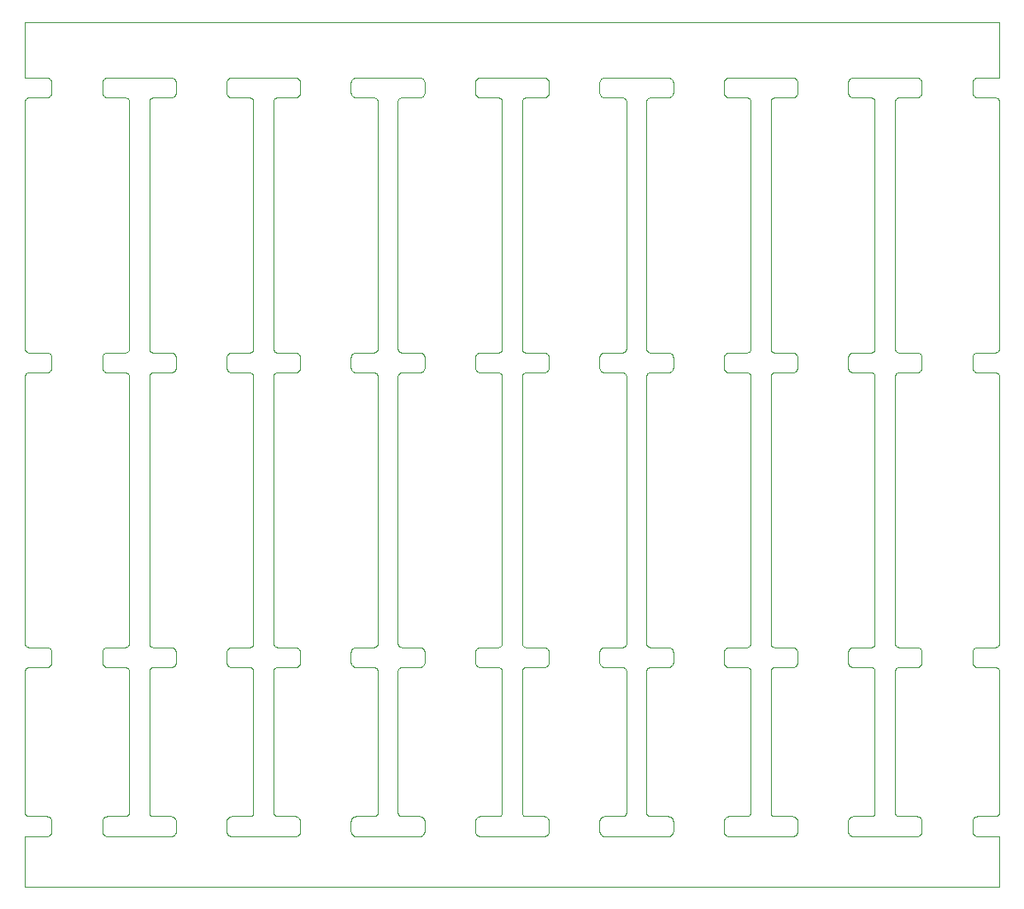
<source format=gm1>
%TF.GenerationSoftware,KiCad,Pcbnew,8.0.5*%
%TF.CreationDate,2024-12-01T20:09:50-08:00*%
%TF.ProjectId,tssop,7473736f-702e-46b6-9963-61645f706362,rev?*%
%TF.SameCoordinates,Original*%
%TF.FileFunction,Profile,NP*%
%FSLAX46Y46*%
G04 Gerber Fmt 4.6, Leading zero omitted, Abs format (unit mm)*
G04 Created by KiCad (PCBNEW 8.0.5) date 2024-12-01 20:09:50*
%MOMM*%
%LPD*%
G01*
G04 APERTURE LIST*
%TA.AperFunction,Profile*%
%ADD10C,0.100000*%
%TD*%
G04 APERTURE END LIST*
D10*
X111846140Y-121201926D02*
X111852943Y-121203145D01*
X144392103Y-123209366D02*
X144365152Y-123208704D01*
X52513981Y-48180314D02*
X52531582Y-48200718D01*
X143884881Y-122870459D02*
X143875183Y-122845318D01*
X70000711Y-106093774D02*
X69992259Y-106068188D01*
X99605236Y-106457959D02*
X99600069Y-106458254D01*
X60294823Y-75005602D02*
X60296851Y-74998756D01*
X86997288Y-121051027D02*
X87001091Y-121056798D01*
X74835056Y-121177881D02*
X74840197Y-121180429D01*
X101516222Y-121233024D02*
X101541808Y-121241477D01*
X95009051Y-106441368D02*
X94983080Y-106434182D01*
X126115074Y-123192912D02*
X126088782Y-123198816D01*
X69971256Y-76756212D02*
X69969274Y-76729339D01*
X86953703Y-106707066D02*
X86951978Y-106713728D01*
X133941044Y-106475394D02*
X133934178Y-106473553D01*
X60251928Y-104299928D02*
X60263695Y-104281127D01*
X109561946Y-120853742D02*
X109562051Y-120848394D01*
X119283090Y-76961197D02*
X119270975Y-76937128D01*
X89590795Y-48495188D02*
X89592777Y-48522061D01*
X64629713Y-106416060D02*
X64604573Y-106425758D01*
X52412208Y-77158880D02*
X52389442Y-77173296D01*
X84586998Y-106458236D02*
X84581641Y-106457920D01*
X89593439Y-121758395D02*
X89593439Y-122660353D01*
X82722921Y-49989450D02*
X82696629Y-49983546D01*
X133862483Y-121207820D02*
X133868394Y-121207380D01*
X101437406Y-75257342D02*
X101463956Y-75261948D01*
X134172211Y-104202100D02*
X134177789Y-104180633D01*
X114207721Y-106015955D02*
X114201817Y-106042247D01*
X101490256Y-106441397D02*
X101463964Y-106447301D01*
X136254878Y-121062431D02*
X136268396Y-121079896D01*
X101853141Y-49685726D02*
X101841026Y-49709795D01*
X111647915Y-50124085D02*
X111644309Y-50128546D01*
X99557175Y-106461515D02*
X99551465Y-106462070D01*
X89326684Y-121287492D02*
X89349449Y-121301908D01*
X76839130Y-75261948D02*
X76865421Y-75267852D01*
X77278382Y-75746588D02*
X77280364Y-75773461D01*
X89413126Y-121351603D02*
X89432642Y-121370183D01*
X50018884Y-106700517D02*
X50016494Y-106706970D01*
X87186509Y-104441305D02*
X87193170Y-104443029D01*
X131752639Y-75359438D02*
X131774670Y-75343922D01*
X50005670Y-50294989D02*
X50004285Y-50301729D01*
X136450532Y-75239167D02*
X136456302Y-75240525D01*
X131869585Y-77209610D02*
X131844950Y-77198690D01*
X82461340Y-48142218D02*
X82481744Y-48124617D01*
X144065052Y-49891960D02*
X144043809Y-49875382D01*
X131731396Y-77126783D02*
X131710992Y-77109182D01*
X146467403Y-50209111D02*
X146457165Y-50188239D01*
X146470299Y-50215413D02*
X146467414Y-50209134D01*
X74624779Y-104096900D02*
X74624877Y-104102090D01*
X146407763Y-106575593D02*
X146402848Y-106570414D01*
X89177839Y-121225837D02*
X89203809Y-121233024D01*
X134184874Y-50319617D02*
X134184001Y-50312762D01*
X97217539Y-104249009D02*
X97220443Y-104242713D01*
X146282710Y-106486419D02*
X146259166Y-106477379D01*
X99555605Y-75247492D02*
X99599868Y-75250976D01*
X109560369Y-106782215D02*
X109559930Y-106776304D01*
X131655295Y-49799281D02*
X131638717Y-49778038D01*
X77156415Y-106257132D02*
X77138814Y-106277536D01*
X74926690Y-104453495D02*
X74933536Y-104454191D01*
X72571061Y-121041237D02*
X72583071Y-121020427D01*
X119296372Y-48266757D02*
X119310788Y-48243992D01*
X84933418Y-120902224D02*
X84936803Y-120859140D01*
X89413131Y-106315632D02*
X89392727Y-106333232D01*
X107454873Y-104457799D02*
X109198132Y-104457808D01*
X84720680Y-75222797D02*
X84726166Y-75220553D01*
X99339528Y-50119880D02*
X99335558Y-50124021D01*
X143985309Y-48180314D02*
X144003889Y-48160798D01*
X121874044Y-120859120D02*
X121874358Y-120853781D01*
X119440233Y-104565837D02*
X119462264Y-104550321D01*
X101813329Y-121453376D02*
X101827745Y-121476142D01*
X95009042Y-123192912D02*
X94983072Y-123185725D01*
X113696203Y-75252061D02*
X113723076Y-75254043D01*
X94883642Y-48064825D02*
X94907711Y-48052710D01*
X109322953Y-106477974D02*
X109316317Y-106475426D01*
X138735058Y-106235889D02*
X138718480Y-106257132D01*
X131623201Y-77007408D02*
X131608785Y-76984643D01*
X111582935Y-77494128D02*
X111580545Y-77500581D01*
X99264385Y-106713752D02*
X99255328Y-106752780D01*
X134039796Y-77319517D02*
X134034354Y-77315305D01*
X99607275Y-77251504D02*
X99602106Y-77251799D01*
X111772295Y-121177881D02*
X111777436Y-121180429D01*
X144181997Y-123167575D02*
X144157363Y-123156655D01*
X101745053Y-48160798D02*
X101763633Y-48180314D01*
X132025866Y-49997355D02*
X131999122Y-49994057D01*
X121651729Y-121183237D02*
X121691267Y-121164372D01*
X111730318Y-75197466D02*
X111766701Y-75217221D01*
X82830046Y-106457821D02*
X82803096Y-106457160D01*
X133947885Y-75231414D02*
X133970312Y-75222806D01*
X113879361Y-121251175D02*
X113903996Y-121262094D01*
X126308716Y-123101326D02*
X126286685Y-123116842D01*
X126008616Y-77250742D02*
X125981666Y-77251404D01*
X121803895Y-77395137D02*
X121799964Y-77389489D01*
X119234718Y-49584395D02*
X119228814Y-49558104D01*
X109533261Y-106674423D02*
X109531162Y-106668881D01*
X131638717Y-49778038D02*
X131623201Y-49756007D01*
X146499290Y-74888599D02*
X146499290Y-50362567D01*
X121579475Y-50005670D02*
X121572735Y-50004285D01*
X124065823Y-77293182D02*
X124059645Y-77296212D01*
X52632566Y-106068217D02*
X52624113Y-106093803D01*
X143985309Y-123029051D02*
X143967708Y-123008647D01*
X124170544Y-106463121D02*
X124146636Y-106468032D01*
X121550070Y-121207820D02*
X121555981Y-121207380D01*
X64903787Y-76961200D02*
X64890505Y-76984646D01*
X50002386Y-77601866D02*
X50002091Y-77607031D01*
X94599387Y-105989376D02*
X94596088Y-105962633D01*
X136464163Y-50009024D02*
X136442782Y-50014560D01*
X50041749Y-104268413D02*
X50044780Y-104274591D01*
X144207138Y-77219308D02*
X144181998Y-77209610D01*
X60297830Y-50255867D02*
X60295930Y-50249223D01*
X52341927Y-77198693D02*
X52317293Y-77209613D01*
X121862953Y-77517917D02*
X121861052Y-77511273D01*
X82619940Y-106416031D02*
X82595306Y-106405112D01*
X101437415Y-106451908D02*
X101410671Y-106455207D01*
X82502989Y-121317480D02*
X82525020Y-121301964D01*
X89279170Y-121262094D02*
X89303238Y-121274210D01*
X138790380Y-76937131D02*
X138778265Y-76961200D01*
X138642379Y-106333232D02*
X138621137Y-106349811D01*
X124235341Y-104457760D02*
X125981674Y-104457768D01*
X50178181Y-106505715D02*
X50142787Y-106529038D01*
X50275293Y-77261353D02*
X50268561Y-77262915D01*
X70033438Y-76961197D02*
X70021323Y-76937128D01*
X107321455Y-48016453D02*
X107347747Y-48010549D01*
X57878161Y-77143361D02*
X57856918Y-77126783D01*
X72611393Y-77511248D02*
X72604433Y-77489062D01*
X64807816Y-121370183D02*
X64826396Y-121389699D01*
X101661867Y-104550293D02*
X101683898Y-104565809D01*
X89582889Y-121651279D02*
X89587496Y-121677828D01*
X52266570Y-121233024D02*
X52292156Y-121241477D01*
X111910706Y-50000351D02*
X111888648Y-50001470D01*
X107127820Y-106349783D02*
X107106577Y-106333205D01*
X94609892Y-122793762D02*
X94603988Y-122767470D01*
X86940854Y-104150203D02*
X86941411Y-104155913D01*
X94685962Y-77007408D02*
X94671546Y-76984643D01*
X77138807Y-75431714D02*
X77156408Y-75452118D01*
X70490674Y-75252060D02*
X70517625Y-75251399D01*
X57658843Y-121704631D02*
X57662142Y-121677887D01*
X62621964Y-77255062D02*
X62616254Y-77255618D01*
X99545718Y-106463121D02*
X99521810Y-106468032D01*
X62570341Y-75237287D02*
X62575970Y-75239143D01*
X131946290Y-106441368D02*
X131920319Y-106434182D01*
X107127813Y-48108039D02*
X107149844Y-48092523D01*
X99373701Y-50085953D02*
X99368714Y-50090694D01*
X99513293Y-75239167D02*
X99519063Y-75240525D01*
X101895302Y-48441895D02*
X101899909Y-48468445D01*
X89592777Y-76729342D02*
X89590795Y-76756215D01*
X60255260Y-50162734D02*
X60241316Y-50142700D01*
X121868419Y-120916377D02*
X121869896Y-120909423D01*
X101864067Y-104796676D02*
X101873765Y-104821816D01*
X64952165Y-104873373D02*
X64958069Y-104899664D01*
X146282745Y-75222797D02*
X146288231Y-75220553D01*
X97204499Y-104275093D02*
X97207719Y-104268953D01*
X82670660Y-77227760D02*
X82645073Y-77219308D01*
X107244758Y-75293189D02*
X107269899Y-75283491D01*
X146288310Y-75220517D02*
X146293579Y-75217803D01*
X144087083Y-75343922D02*
X144109848Y-75329506D01*
X121813993Y-104299928D02*
X121825760Y-104281127D01*
X74867546Y-104438886D02*
X74873999Y-104441275D01*
X72408023Y-104429340D02*
X72414334Y-104426469D01*
X146496410Y-50312737D02*
X146493066Y-50290905D01*
X82481744Y-49875382D02*
X82461340Y-49857781D01*
X77120234Y-106297051D02*
X77100718Y-106315632D01*
X64724620Y-49907475D02*
X64701855Y-49921891D01*
X87152617Y-50028948D02*
X87147478Y-50031496D01*
X82749471Y-123203423D02*
X82722921Y-123198816D01*
X87093474Y-75189663D02*
X87099225Y-75193842D01*
X119241911Y-106068188D02*
X119234724Y-106042218D01*
X114076053Y-104638084D02*
X114093654Y-104658488D01*
X50147072Y-104389644D02*
X50152514Y-104393855D01*
X50068123Y-50147076D02*
X50063912Y-50152517D01*
X136365069Y-50047876D02*
X136330643Y-50070565D01*
X109462716Y-75141895D02*
X109477987Y-75124936D01*
X119360484Y-121389755D02*
X119379065Y-121370239D01*
X89500922Y-106213858D02*
X89485406Y-106235889D01*
X89590795Y-76756215D02*
X89587496Y-76782959D01*
X62522643Y-121177881D02*
X62527784Y-121180429D01*
X74695380Y-104314025D02*
X74699311Y-104319672D01*
X119228814Y-121651337D02*
X119234718Y-121625045D01*
X70282885Y-77198690D02*
X70258816Y-77186575D01*
X101763633Y-123029051D02*
X101745053Y-123048567D01*
X109531127Y-106668801D02*
X109528553Y-106663462D01*
X97216042Y-75045688D02*
X97218756Y-75040419D01*
X138321029Y-123208704D02*
X138294078Y-123209366D01*
X70000711Y-104821846D02*
X70010409Y-104796705D01*
X114201811Y-122793762D02*
X114194624Y-122819732D01*
X138750574Y-106213858D02*
X138735058Y-106235889D01*
X106947648Y-106118915D02*
X106937950Y-106093774D01*
X97010540Y-106477974D02*
X97003904Y-106475426D01*
X99252526Y-120896631D02*
X99255868Y-120918462D01*
X121871569Y-104145010D02*
X121872447Y-104138133D01*
X121618531Y-50014733D02*
X121579499Y-50005675D01*
X113951514Y-104535876D02*
X113974280Y-104550293D01*
X119462257Y-75343922D02*
X119485022Y-75329506D01*
X114076046Y-75431714D02*
X114093647Y-75452118D01*
X72621932Y-50312737D02*
X72618588Y-50290905D01*
X101745055Y-121370183D02*
X101763635Y-121389699D01*
X74915706Y-50006227D02*
X74908904Y-50007446D01*
X107374297Y-48005942D02*
X107401040Y-48002643D01*
X106916407Y-106015926D02*
X106911800Y-105989376D01*
X50025004Y-104231972D02*
X50041739Y-104268390D01*
X57900194Y-121301964D02*
X57922960Y-121287548D01*
X101541808Y-121241477D02*
X101566948Y-121251175D01*
X134160291Y-104236208D02*
X134168018Y-104215418D01*
X77248939Y-104821816D02*
X77257392Y-104847403D01*
X62354024Y-121020114D02*
X62357223Y-121026240D01*
X64629706Y-77209613D02*
X64604565Y-77219311D01*
X107374305Y-104463741D02*
X107401049Y-104460443D01*
X94932353Y-104499589D02*
X94957494Y-104489891D01*
X97249215Y-106806224D02*
X97247958Y-106782236D01*
X64701855Y-75329507D02*
X64724620Y-75343923D01*
X94718056Y-75452117D02*
X94735657Y-75431713D01*
X70517634Y-104457799D02*
X72260893Y-104457808D01*
X89576991Y-104873373D02*
X89582895Y-104899664D01*
X84922656Y-50255867D02*
X84920756Y-50249223D01*
X57922965Y-106379715D02*
X57900199Y-106365299D01*
X99389658Y-77325974D02*
X99384437Y-77330456D01*
X70358250Y-121233081D02*
X70384221Y-121225894D01*
X50081522Y-106587309D02*
X50067293Y-106605690D01*
X136492844Y-75247492D02*
X136537107Y-75250976D01*
X146484904Y-106714537D02*
X146477482Y-106691693D01*
X107374301Y-121215384D02*
X107401045Y-121212086D01*
X119260055Y-121548348D02*
X119270975Y-121523713D01*
X99362371Y-75154858D02*
X99367397Y-75159885D01*
X74902118Y-121200354D02*
X74908851Y-121201916D01*
X111641111Y-104324992D02*
X111667981Y-104354729D01*
X70033439Y-121499644D02*
X70046721Y-121476199D01*
X119462257Y-49907476D02*
X119440226Y-49891960D01*
X57658843Y-75746587D02*
X57662142Y-75719844D01*
X50001469Y-120882808D02*
X50001993Y-120889699D01*
X77270476Y-48441895D02*
X77275083Y-48468445D01*
X111924903Y-77251405D02*
X111919726Y-77251503D01*
X123949025Y-104319752D02*
X123953507Y-104324973D01*
X138842435Y-105935789D02*
X138840453Y-105962662D01*
X89468821Y-75452118D02*
X89485399Y-75473361D01*
X97240556Y-104180608D02*
X97242128Y-104173856D01*
X64526725Y-106447301D02*
X64500176Y-106451908D01*
X72525477Y-75141895D02*
X72540748Y-75124936D01*
X77156408Y-49799280D02*
X77138807Y-49819684D01*
X106922305Y-121625045D02*
X106929492Y-121599075D01*
X64767894Y-48124617D02*
X64788298Y-48142218D01*
X62336170Y-75023227D02*
X62338604Y-75028631D01*
X62445945Y-106536015D02*
X62428306Y-106551155D01*
X94593445Y-105908809D02*
X94593445Y-105006811D01*
X126514224Y-76835800D02*
X126507037Y-76861770D01*
X62357242Y-104274679D02*
X62360882Y-104280519D01*
X74648583Y-75023227D02*
X74651017Y-75028631D01*
X138642372Y-123084748D02*
X138621129Y-123101326D01*
X146243357Y-50014733D02*
X146204325Y-50005675D01*
X131655295Y-75452117D02*
X131672896Y-75431713D01*
X82283669Y-76756212D02*
X82281687Y-76729339D01*
X70410508Y-77240851D02*
X70384217Y-77234947D01*
X84935751Y-50326557D02*
X84935227Y-50319667D01*
X131731403Y-104582415D02*
X131752646Y-104565837D01*
X74720281Y-77367410D02*
X74694956Y-77398469D01*
X119508476Y-104522624D02*
X119532545Y-104510508D01*
X52624113Y-106093803D02*
X52614415Y-106118943D01*
X84862229Y-121071766D02*
X84875644Y-121053298D01*
X109545465Y-104208788D02*
X109547379Y-104202124D01*
X99266115Y-50249248D02*
X99264390Y-50255908D01*
X52548160Y-122987404D02*
X52531582Y-123008647D01*
X60119386Y-50039862D02*
X60113370Y-50036523D01*
X133937629Y-50016463D02*
X133930968Y-50014739D01*
X52548167Y-106235889D02*
X52531589Y-106257132D01*
X64446551Y-75252061D02*
X64473424Y-75254043D01*
X52412207Y-49907475D02*
X52389442Y-49921891D01*
X86981791Y-75067125D02*
X86985019Y-75073459D01*
X76865422Y-48016453D02*
X76891392Y-48023640D01*
X111598543Y-50199119D02*
X111595830Y-50205442D01*
X101899909Y-76782959D02*
X101895302Y-76809508D01*
X101827745Y-121476142D02*
X101841027Y-121499587D01*
X74730632Y-121106483D02*
X74735519Y-121111370D01*
X134076117Y-77349356D02*
X134070896Y-77344874D01*
X126263920Y-77173296D02*
X126240474Y-77186578D01*
X72588366Y-121009688D02*
X72604666Y-120970321D01*
X50079046Y-104324992D02*
X50105916Y-104354729D01*
X107048070Y-77071086D02*
X107030469Y-77050682D01*
X52389442Y-75329507D02*
X52412207Y-75343923D01*
X89569798Y-75641033D02*
X89576985Y-75667003D01*
X109553025Y-50277273D02*
X109547489Y-50255891D01*
X124187237Y-121206494D02*
X124194093Y-121207367D01*
X52292160Y-104489862D02*
X52317301Y-104499560D01*
X99533727Y-121201926D02*
X99540530Y-121203145D01*
X101895308Y-106015955D02*
X101889404Y-106042247D01*
X119607898Y-48023640D02*
X119633868Y-48016453D01*
X146497833Y-77577999D02*
X146497308Y-77571107D01*
X96970666Y-104449125D02*
X96992161Y-104443659D01*
X89349454Y-106365327D02*
X89326688Y-106379743D01*
X64604565Y-77219311D02*
X64578979Y-77227763D01*
X136494414Y-106461515D02*
X136488704Y-106462070D01*
X70110837Y-106277508D02*
X70093237Y-106257104D01*
X107196062Y-106392996D02*
X107172617Y-106379715D01*
X136345350Y-104397565D02*
X136379890Y-104417894D01*
X74704253Y-75119506D02*
X74709010Y-75124789D01*
X82359139Y-106191064D02*
X82345857Y-106167618D01*
X126488887Y-76912497D02*
X126477967Y-76937131D01*
X77239236Y-121548291D02*
X77248933Y-121573431D01*
X143875183Y-121573489D02*
X143884881Y-121548348D01*
X119633869Y-77234947D02*
X119607899Y-77227760D01*
X114037950Y-123067147D02*
X114017546Y-123084748D01*
X146367378Y-75171989D02*
X146372807Y-75167351D01*
X131752646Y-106349783D02*
X131731403Y-106333205D01*
X62398318Y-106581933D02*
X62393951Y-106587289D01*
X60185936Y-75167334D02*
X60202896Y-75152064D01*
X84922661Y-106714598D02*
X84908443Y-106674444D01*
X69979162Y-48441895D02*
X69985066Y-48415603D01*
X134028410Y-77311595D02*
X133993872Y-77291266D01*
X84855141Y-104328882D02*
X84868755Y-104311372D01*
X60260798Y-106629588D02*
X60248371Y-106610449D01*
X50290880Y-50006227D02*
X50284078Y-50007446D01*
X131844958Y-106405112D02*
X131820888Y-106392996D01*
X97123129Y-106541877D02*
X97117700Y-106537239D01*
X82291575Y-76809505D02*
X82286968Y-76782955D01*
X82333742Y-104772071D02*
X82345857Y-104748002D01*
X97177793Y-106599849D02*
X97149351Y-106566544D01*
X87256905Y-121207372D02*
X87263796Y-121207896D01*
X101827751Y-106191092D02*
X101813335Y-106213858D01*
X57856918Y-75376016D02*
X57878161Y-75359438D01*
X126216405Y-75304109D02*
X126240474Y-75316225D01*
X143866737Y-104847432D02*
X143875189Y-104821846D01*
X113828631Y-48023640D02*
X113854217Y-48032092D01*
X82619932Y-49958209D02*
X82595298Y-49947289D01*
X64958063Y-49558103D02*
X64952159Y-49584395D01*
X109555407Y-74962622D02*
X109558977Y-74940081D01*
X109424388Y-106532844D02*
X109405927Y-106519430D01*
X62578875Y-106469331D02*
X62573409Y-106471071D01*
X111622114Y-121051027D02*
X111625917Y-121056798D01*
X95035334Y-49989450D02*
X95009042Y-49983546D01*
X124089857Y-106486792D02*
X124084654Y-106489208D01*
X74645189Y-104220120D02*
X74647021Y-104225556D01*
X121872982Y-104131145D02*
X121874109Y-104108994D01*
X109403646Y-104397736D02*
X109408476Y-104394605D01*
X89551648Y-48338906D02*
X89561346Y-48364047D01*
X70410516Y-106447272D02*
X70384225Y-106441368D01*
X106947642Y-76912494D02*
X106937944Y-76887353D01*
X114217603Y-76729342D02*
X114215621Y-76756215D01*
X132079695Y-121209442D02*
X133824058Y-121209459D01*
X82830038Y-77251400D02*
X82803088Y-77250739D01*
X50242720Y-104438886D02*
X50249173Y-104441275D01*
X60287857Y-77478244D02*
X60270642Y-77440772D01*
X86944688Y-120925340D02*
X86946250Y-120932073D01*
X76966753Y-48052710D02*
X76990822Y-48064825D01*
X134183982Y-104145010D02*
X134184860Y-104138133D01*
X77188502Y-48243992D02*
X77202918Y-48266757D01*
X74666575Y-104268413D02*
X74669606Y-104274591D01*
X119360483Y-123029051D02*
X119342882Y-123008647D01*
X134179419Y-50284029D02*
X134177857Y-50277297D01*
X101437406Y-123203423D02*
X101410663Y-123206722D01*
X74715398Y-106576767D02*
X74710764Y-106581895D01*
X143859544Y-75667003D02*
X143866731Y-75641032D01*
X50000306Y-104109082D02*
X50001425Y-104131136D01*
X99448781Y-104421290D02*
X99455104Y-104424003D01*
X84635359Y-77255664D02*
X84628513Y-77254968D01*
X136187241Y-104107329D02*
X136190504Y-104150182D01*
X126530016Y-121731445D02*
X126530678Y-121758395D01*
X146492554Y-42500000D02*
X50006702Y-42500000D01*
X125981666Y-77251404D02*
X124237335Y-77251404D01*
X58178267Y-121210104D02*
X58205217Y-121209442D01*
X132025866Y-77248757D02*
X131999123Y-77245458D01*
X62393934Y-121079915D02*
X62398302Y-121085272D01*
X84903717Y-106663443D02*
X84892813Y-106642041D01*
X97000364Y-77267854D02*
X96993702Y-77266130D01*
X99313469Y-106610386D02*
X99310455Y-106615267D01*
X52365996Y-75316225D02*
X52389442Y-75329507D01*
X82571229Y-48064825D02*
X82595298Y-48052710D01*
X144392103Y-77251400D02*
X144365153Y-77250739D01*
X109371567Y-104416752D02*
X109377723Y-104413564D01*
X109520283Y-77440749D02*
X109517252Y-77434571D01*
X134183997Y-50312737D02*
X134180653Y-50290905D01*
X131536620Y-48468445D02*
X131541227Y-48441895D01*
X123884388Y-104184463D02*
X123885951Y-104191195D01*
X70517625Y-48000000D02*
X76732013Y-48000000D01*
X95061892Y-106451879D02*
X95035342Y-106447272D01*
X101705136Y-121334002D02*
X101725539Y-121351603D01*
X62398335Y-121085310D02*
X62402968Y-121090439D01*
X62312413Y-106818639D02*
X62312413Y-120846815D01*
X101661860Y-77158880D02*
X101639094Y-77173296D01*
X146138282Y-106457813D02*
X144392111Y-106457821D01*
X109513360Y-104281105D02*
X109516888Y-104275137D01*
X101683898Y-106349811D02*
X101661867Y-106365327D01*
X113996303Y-49891959D02*
X113974272Y-49907475D01*
X72478203Y-121141377D02*
X72482793Y-121137626D01*
X62625150Y-50002878D02*
X62603318Y-50006223D01*
X52341927Y-75304109D02*
X52365996Y-75316225D01*
X121825773Y-104281105D02*
X121829301Y-104275137D01*
X131536626Y-105989376D02*
X131533327Y-105962633D01*
X52187759Y-121215326D02*
X52214309Y-121219933D01*
X64746651Y-48108039D02*
X64767894Y-48124617D01*
X144311535Y-75257341D02*
X144338279Y-75254043D01*
X60208131Y-75147094D02*
X60213046Y-75141915D01*
X101661859Y-123116842D02*
X101639094Y-123131258D01*
X84883474Y-121041237D02*
X84895484Y-121020427D01*
X123874477Y-74890419D02*
X123874582Y-74895776D01*
X76758964Y-49999337D02*
X76732013Y-49999999D01*
X50199129Y-104421290D02*
X50205452Y-104424003D01*
X50038466Y-77450541D02*
X50035752Y-77456864D01*
X94754239Y-121370239D02*
X94773755Y-121351658D01*
X82619933Y-77209610D02*
X82595298Y-77198690D01*
X113802669Y-104474222D02*
X113828639Y-104481409D01*
X119228814Y-75693294D02*
X119234718Y-75667003D01*
X52655538Y-122687304D02*
X52653556Y-122714177D01*
X143875183Y-122845318D02*
X143866731Y-122819732D01*
X84876342Y-75094309D02*
X84879721Y-75089439D01*
X50210157Y-106489217D02*
X50188243Y-106499964D01*
X126530684Y-105908839D02*
X126530022Y-105935789D01*
X101410671Y-104460412D02*
X101437415Y-104463711D01*
X99260276Y-74980819D02*
X99261943Y-74987761D01*
X97213192Y-121009688D02*
X97229492Y-120970321D01*
X132052739Y-123208704D02*
X132025866Y-123206722D01*
X126524735Y-48468445D02*
X126528034Y-48495188D01*
X89432640Y-49839200D02*
X89413124Y-49857781D01*
X131547137Y-106042218D02*
X131541233Y-106015926D01*
X62458147Y-77321981D02*
X62452499Y-77325912D01*
X60042968Y-121198419D02*
X60048771Y-121197211D01*
X126438154Y-77007411D02*
X126422638Y-77029442D01*
X76812581Y-77245461D02*
X76785837Y-77248760D01*
X70358254Y-106434182D02*
X70332668Y-106425729D01*
X131946290Y-104474252D02*
X131972581Y-104468348D01*
X59988005Y-121207820D02*
X59993916Y-121207380D01*
X84637167Y-106462378D02*
X84630097Y-106461634D01*
X94603994Y-106015926D02*
X94599387Y-105989376D01*
X111641492Y-75119506D02*
X111646249Y-75124789D01*
X64678409Y-48064825D02*
X64701855Y-48078107D01*
X76891400Y-106434210D02*
X76865430Y-106441397D01*
X101639101Y-106379743D02*
X101615656Y-106393025D01*
X62326753Y-74994683D02*
X62334177Y-75017529D01*
X57946411Y-104522624D02*
X57970480Y-104510508D01*
X87285923Y-121209015D02*
X87299762Y-121209365D01*
X124130345Y-50014567D02*
X124123701Y-50016468D01*
X57946410Y-106392996D02*
X57922965Y-106379715D01*
X52107187Y-123209366D02*
X50006702Y-123209366D01*
X87019470Y-50128562D02*
X87004529Y-50147865D01*
X111568285Y-120918487D02*
X111569504Y-120925290D01*
X57656861Y-49477937D02*
X57656200Y-49450987D01*
X70437058Y-77245458D02*
X70410508Y-77240851D01*
X76732022Y-106457851D02*
X74985642Y-106457859D01*
X64553009Y-77234950D02*
X64526717Y-77240854D01*
X119767277Y-123209366D02*
X119740326Y-123208704D01*
X60310717Y-106782215D02*
X60310278Y-106776304D01*
X126507037Y-76861770D02*
X126498585Y-76887356D01*
X121872990Y-50326557D02*
X121872466Y-50319667D01*
X143875189Y-106093774D02*
X143866737Y-106068188D01*
X126520128Y-48441895D02*
X126524735Y-48468445D01*
X52366004Y-106393025D02*
X52341935Y-106405140D01*
X86955956Y-120966760D02*
X86963625Y-120987471D01*
X101813335Y-106213858D02*
X101797819Y-106235889D01*
X74900119Y-77261353D02*
X74893387Y-77262915D01*
X58020255Y-104489891D02*
X58045841Y-104481438D01*
X136187286Y-106808221D02*
X136186991Y-106813397D01*
X57856918Y-77126783D02*
X57836514Y-77109182D01*
X94599381Y-49531554D02*
X94596082Y-49504811D01*
X82281687Y-122687304D02*
X82281026Y-122660353D01*
X101903208Y-76756215D02*
X101899909Y-76782959D01*
X57798418Y-123029051D02*
X57780817Y-123008647D01*
X60307848Y-120909320D02*
X60308590Y-120902250D01*
X138479043Y-75283492D02*
X138504184Y-75293190D01*
X60309312Y-106770346D02*
X60301550Y-106728463D01*
X146499165Y-128208252D02*
X146499303Y-128202640D01*
X123891197Y-77507364D02*
X123882141Y-77546402D01*
X50269432Y-75240530D02*
X50294103Y-75245774D01*
X58124645Y-77245458D02*
X58098095Y-77240851D01*
X64860580Y-104679730D02*
X64876096Y-104701761D01*
X82525020Y-121301964D02*
X82547786Y-121287548D01*
X96940901Y-77254966D02*
X96899194Y-77251795D01*
X138642375Y-121334002D02*
X138662778Y-121351603D01*
X101905852Y-49450986D02*
X101905190Y-49477937D01*
X82619940Y-104499589D02*
X82645081Y-104489891D01*
X131541233Y-106015926D02*
X131536626Y-105989376D01*
X132079690Y-48000000D02*
X138294078Y-48000000D01*
X94594100Y-121731504D02*
X94596082Y-121704631D01*
X62396615Y-75124809D02*
X62425113Y-75154839D01*
X143935614Y-122965373D02*
X143921198Y-122942608D01*
X62673276Y-104457760D02*
X64419609Y-104457768D01*
X138576340Y-104535876D02*
X138599106Y-104550293D01*
X106908495Y-122714177D02*
X106906513Y-122687304D01*
X52365996Y-49935173D02*
X52341927Y-49947289D01*
X124037218Y-121152252D02*
X124041996Y-121155430D01*
X134077393Y-75152046D02*
X134082572Y-75147131D01*
X136195908Y-120932097D02*
X136201442Y-120953478D01*
X109487527Y-50137979D02*
X109483772Y-50133642D01*
X50298094Y-77256669D02*
X50275318Y-77261348D01*
X74830302Y-104424013D02*
X74867523Y-104438876D01*
X89468821Y-123008647D02*
X89451220Y-123029051D01*
X146498870Y-120859120D02*
X146499184Y-120853781D01*
X89044432Y-121209383D02*
X89071382Y-121210044D01*
X77100718Y-106315632D02*
X77080314Y-106333232D01*
X60308592Y-120902224D02*
X60311977Y-120859140D01*
X60019397Y-106463873D02*
X60012444Y-106462394D01*
X82749470Y-75257341D02*
X82776214Y-75254043D01*
X114207715Y-121651279D02*
X114212322Y-121677828D01*
X124084698Y-50031505D02*
X124048153Y-50050595D01*
X60309329Y-74940055D02*
X60310261Y-74932976D01*
X109510907Y-50172628D02*
X109508144Y-50167600D01*
X138842429Y-122687304D02*
X138840447Y-122714177D01*
X94718056Y-77050682D02*
X94701478Y-77029439D01*
X134138376Y-77428621D02*
X134116322Y-77395158D01*
X82749471Y-77245458D02*
X82722921Y-77240851D01*
X70010409Y-104796705D02*
X70021329Y-104772071D01*
X77280364Y-48522061D02*
X77281026Y-48549012D01*
X146450789Y-77428621D02*
X146428735Y-77395158D01*
X50249218Y-121192907D02*
X50255863Y-121194808D01*
X114217609Y-104979830D02*
X114218271Y-105006781D01*
X58178261Y-75252060D02*
X58205212Y-75251399D01*
X57798418Y-77071086D02*
X57780817Y-77050682D01*
X69971256Y-49504811D02*
X69969274Y-49477937D01*
X52495401Y-48160798D02*
X52513981Y-48180314D01*
X72624392Y-120859120D02*
X72624706Y-120853781D01*
X109414970Y-77319517D02*
X109409528Y-77315305D01*
X133886819Y-106462378D02*
X133879749Y-106461634D01*
X62338614Y-75028651D02*
X62356954Y-75067101D01*
X52639746Y-76835800D02*
X52632559Y-76861770D01*
X101905190Y-121731445D02*
X101905852Y-121758395D01*
X52365996Y-48064825D02*
X52389442Y-48078107D01*
X133923334Y-121197190D02*
X133929009Y-121195481D01*
X146491898Y-77535437D02*
X146490437Y-77529888D01*
X57836521Y-104600016D02*
X57856925Y-104582415D01*
X123998527Y-50085953D02*
X123993540Y-50090694D01*
X97026903Y-121183237D02*
X97066441Y-121164372D01*
X146496220Y-74940055D02*
X146497152Y-74932976D01*
X109430139Y-75171989D02*
X109435568Y-75167351D01*
X95088636Y-104460443D02*
X95115509Y-104458460D01*
X84905126Y-104249009D02*
X84908030Y-104242713D01*
X143921204Y-104724556D02*
X143935621Y-104701790D01*
X89593439Y-76702391D02*
X89592777Y-76729342D01*
X77257386Y-121599017D02*
X77264573Y-121624987D01*
X82373549Y-48243992D02*
X82389065Y-48221961D01*
X131691476Y-75412197D02*
X131710992Y-75393617D01*
X119740326Y-49999338D02*
X119713453Y-49997355D01*
X136201448Y-120953502D02*
X136203349Y-120960147D01*
X94735657Y-48180314D02*
X94754237Y-48160798D01*
X144133302Y-104522624D02*
X144157371Y-104510508D01*
X50143642Y-121138961D02*
X50162723Y-121152240D01*
X59961991Y-50000395D02*
X59956815Y-50000100D01*
X99354663Y-77357355D02*
X99349675Y-77362096D01*
X114218271Y-105908839D02*
X114217609Y-105935789D01*
X62474296Y-50057945D02*
X62441064Y-50082348D01*
X74874096Y-104441305D02*
X74880757Y-104443029D01*
X70046720Y-49733242D02*
X70033438Y-49709796D01*
X121845515Y-50215378D02*
X121842967Y-50210239D01*
X138735051Y-49778037D02*
X138718473Y-49799280D01*
X138801300Y-76912497D02*
X138790380Y-76937131D01*
X52624107Y-75615447D02*
X52632559Y-75641033D01*
X111924607Y-49999999D02*
X111910731Y-50000350D01*
X134156032Y-75040340D02*
X134158276Y-75034854D01*
X124059556Y-77296261D02*
X124053716Y-77299901D01*
X144232732Y-104481438D02*
X144258703Y-104474252D01*
X50018450Y-77500677D02*
X50016725Y-77507339D01*
X84905718Y-50210220D02*
X84886091Y-50172646D01*
X114093647Y-48200718D02*
X114110225Y-48221961D01*
X101905852Y-75800412D02*
X101905852Y-76702391D01*
X99249651Y-74890419D02*
X99249756Y-74895776D01*
X70490674Y-49999338D02*
X70463801Y-49997355D01*
X70110831Y-77071086D02*
X70093230Y-77050682D01*
X96925244Y-121207820D02*
X96931155Y-121207380D01*
X111922928Y-104457760D02*
X113669261Y-104457768D01*
X144311544Y-106451879D02*
X144284994Y-106447272D01*
X57836514Y-75393617D02*
X57856918Y-75376016D01*
X94603988Y-75693294D02*
X94609892Y-75667003D01*
X123910221Y-77456888D02*
X123895357Y-77494104D01*
X146498820Y-106808030D02*
X146495337Y-106763770D01*
X107013891Y-49778038D02*
X106998375Y-49756007D01*
X134030732Y-106519414D02*
X134024848Y-106515370D01*
X99259562Y-104184463D02*
X99261125Y-104191195D01*
X77264572Y-49584395D02*
X77257385Y-49610365D01*
X64500172Y-121215326D02*
X64526722Y-121219933D01*
X99274171Y-104230917D02*
X99291391Y-104268390D01*
X143921198Y-48266757D02*
X143935614Y-48243992D01*
X101905190Y-49477937D02*
X101903208Y-49504810D01*
X52614409Y-75590306D02*
X52624107Y-75615447D01*
X138504184Y-49958208D02*
X138479043Y-49967906D01*
X109541665Y-77489042D02*
X109539833Y-77483605D01*
X138837148Y-49531554D02*
X138832541Y-49558103D01*
X94646149Y-122895093D02*
X94635229Y-122870459D01*
X70010403Y-121548348D02*
X70021323Y-121523713D01*
X146220318Y-104449125D02*
X146241813Y-104443659D01*
X109520144Y-104268930D02*
X109529941Y-104249032D01*
X52365996Y-77186578D02*
X52341927Y-77198693D01*
X89569805Y-104847403D02*
X89576991Y-104873373D01*
X121872452Y-104138083D02*
X121872981Y-104131170D01*
X97210797Y-121015133D02*
X97213183Y-121009708D01*
X89485399Y-122987404D02*
X89468821Y-123008647D01*
X143967708Y-123008647D02*
X143951130Y-122987404D01*
X52107196Y-106457851D02*
X50360816Y-106457859D01*
X138662776Y-48142218D02*
X138682292Y-48160798D01*
X109514194Y-106635698D02*
X109510464Y-106629610D01*
X64701855Y-123131258D02*
X64678409Y-123144540D01*
X126166630Y-77219311D02*
X126141044Y-77227763D01*
X123880698Y-120918487D02*
X123881917Y-120925290D01*
X111578529Y-106707066D02*
X111576804Y-106713728D01*
X101797813Y-121431346D02*
X101813329Y-121453376D01*
X95035342Y-104468348D02*
X95061892Y-104463741D01*
X76865422Y-77234950D02*
X76839130Y-77240854D01*
X87298102Y-104457760D02*
X89044435Y-104457768D01*
X99521790Y-106468036D02*
X99516196Y-106469309D01*
X89413124Y-77109185D02*
X89392720Y-77126786D01*
X111917734Y-104457661D02*
X111922909Y-104457759D01*
X62320071Y-77546427D02*
X62318686Y-77553167D01*
X58124645Y-123203423D02*
X58098095Y-123198816D01*
X59983925Y-104456475D02*
X59990841Y-104455982D01*
X86937337Y-106813435D02*
X86937239Y-106818620D01*
X84788282Y-104391015D02*
X84821346Y-104364215D01*
X144065052Y-48108039D02*
X144087083Y-48092523D01*
X121858923Y-74998731D02*
X121864830Y-74976687D01*
X77188502Y-122965373D02*
X77172986Y-122987404D01*
X123974431Y-77362169D02*
X123969949Y-77367391D01*
X136482957Y-106463121D02*
X136460187Y-106467798D01*
X136207254Y-104220120D02*
X136209086Y-104225556D01*
X121819958Y-75084200D02*
X121840858Y-75045707D01*
X74735535Y-106555839D02*
X74730648Y-106560726D01*
X121545990Y-104456475D02*
X121552906Y-104455982D01*
X131531339Y-76729339D02*
X131530678Y-76702388D01*
X50065844Y-77404014D02*
X50062204Y-77409853D01*
X123892928Y-77500677D02*
X123891203Y-77507339D01*
X109510450Y-106629588D02*
X109497369Y-106609443D01*
X134172313Y-106714598D02*
X134158095Y-106674444D01*
X72372169Y-75235851D02*
X72379015Y-75233823D01*
X60144125Y-106511762D02*
X60106692Y-106491433D01*
X109273299Y-75244750D02*
X109280320Y-75243449D01*
X64936526Y-106093803D02*
X64926828Y-106118943D01*
X123874900Y-74901183D02*
X123878384Y-74945446D01*
X57995114Y-106416031D02*
X57970480Y-106405112D01*
X89593445Y-105006781D02*
X89593445Y-105908839D01*
X64967951Y-48522061D02*
X64968613Y-48549012D01*
X126286685Y-123116842D02*
X126263920Y-123131258D01*
X144392108Y-121209442D02*
X146138281Y-121209459D01*
X82803088Y-77250739D02*
X82776214Y-77248757D01*
X69979168Y-106015926D02*
X69974561Y-105989376D01*
X106958568Y-104772071D02*
X106970683Y-104748002D01*
X144065052Y-77143361D02*
X144043809Y-77126783D01*
X59994002Y-121207369D02*
X59999852Y-121206416D01*
X69974561Y-104926244D02*
X69979168Y-104899694D01*
X60310268Y-106776218D02*
X60309315Y-106770368D01*
X101541804Y-49967906D02*
X101516218Y-49976359D01*
X131583394Y-104772071D02*
X131595509Y-104748002D01*
X131572468Y-122870459D02*
X131562770Y-122845318D01*
X89151551Y-106447301D02*
X89125002Y-106451908D01*
X76990822Y-75316225D02*
X77014268Y-75329507D01*
X146497303Y-77571057D02*
X146496431Y-77564201D01*
X131972573Y-48010549D02*
X131999123Y-48005942D01*
X72567354Y-75089365D02*
X72570296Y-75084219D01*
X94773753Y-77109182D02*
X94754237Y-77090602D01*
X146293563Y-106491423D02*
X146288295Y-106488708D01*
X126240474Y-49935173D02*
X126216405Y-49947289D01*
X94625531Y-76887353D02*
X94617079Y-76861767D01*
X126477968Y-121523656D02*
X126488888Y-121548291D01*
X109487055Y-121071766D02*
X109500470Y-121053298D01*
X87037192Y-77362169D02*
X87032710Y-77367391D01*
X101745053Y-77090605D02*
X101725537Y-77109185D01*
X111562065Y-120846840D02*
X111562415Y-120860682D01*
X52107196Y-104457768D02*
X52134146Y-104458430D01*
X111565680Y-104150203D02*
X111566237Y-104155913D01*
X94837433Y-121301964D02*
X94860199Y-121287548D01*
X76812580Y-75257342D02*
X76839130Y-75261948D01*
X99250047Y-50350408D02*
X99249752Y-50355584D01*
X101591579Y-77198693D02*
X101566945Y-77209613D01*
X114153440Y-121499587D02*
X114165555Y-121523656D01*
X124047115Y-121158246D02*
X124084690Y-121177871D01*
X97246758Y-50312737D02*
X97243414Y-50290905D01*
X84935743Y-104131145D02*
X84936870Y-104108994D01*
X101889398Y-75667003D02*
X101895302Y-75693295D01*
X50000351Y-120860707D02*
X50001467Y-120882783D01*
X94754237Y-123048567D02*
X94735657Y-123029051D01*
X84937226Y-104095022D02*
X84937238Y-77612266D01*
X126369886Y-106297051D02*
X126350370Y-106315632D01*
X121511691Y-75251398D02*
X121526028Y-75251023D01*
X97225096Y-77478244D02*
X97207881Y-77440772D01*
X119607899Y-77227760D02*
X119582312Y-77219308D01*
X136460162Y-106467803D02*
X136453430Y-106469365D01*
X72472211Y-50063854D02*
X72466372Y-50060215D01*
X126062241Y-106451908D02*
X126035497Y-106455207D01*
X107172609Y-49921892D02*
X107149844Y-49907476D01*
X97233052Y-104208788D02*
X97234966Y-104202124D01*
X62455182Y-106529050D02*
X62450459Y-106532307D01*
X123956000Y-106587309D02*
X123941771Y-106605690D01*
X119220908Y-48495188D02*
X119224207Y-48468445D01*
X144065052Y-123101326D02*
X144043809Y-123084748D01*
X82389065Y-122987404D02*
X82373549Y-122965373D01*
X114110232Y-104679730D02*
X114125748Y-104701761D01*
X109304204Y-121195474D02*
X109328195Y-121187676D01*
X82291575Y-122767470D02*
X82286968Y-122740920D01*
X131691476Y-48160798D02*
X131710992Y-48142218D01*
X126191774Y-121251175D02*
X126216409Y-121262094D01*
X134019697Y-75196882D02*
X134024843Y-75193941D01*
X146149063Y-106458236D02*
X146143706Y-106457920D01*
X101903208Y-122714177D02*
X101899909Y-122740920D01*
X121770196Y-75147094D02*
X121775111Y-75141915D01*
X138842429Y-76729342D02*
X138840447Y-76756215D01*
X62608479Y-106463121D02*
X62584571Y-106468032D01*
X133942740Y-104439535D02*
X133963569Y-104431915D01*
X94625537Y-106093774D02*
X94617085Y-106068188D01*
X84857867Y-121077453D02*
X84862213Y-121071787D01*
X72546519Y-50133626D02*
X72518880Y-50103033D01*
X87245974Y-104454193D02*
X87287684Y-104457364D01*
X52341927Y-49947289D02*
X52317293Y-49958208D01*
X70148934Y-104600016D02*
X70169338Y-104582415D01*
X89551648Y-76912497D02*
X89540728Y-76937131D01*
X106947642Y-75590306D02*
X106958562Y-75565671D01*
X94883642Y-123144540D02*
X94860196Y-123131258D01*
X50005624Y-74957296D02*
X50010619Y-74980793D01*
X84908050Y-104242667D02*
X84910630Y-104236232D01*
X50191345Y-77293182D02*
X50185167Y-77296212D01*
X123878049Y-106766515D02*
X123874874Y-106808202D01*
X72498303Y-106541877D02*
X72492874Y-106537239D01*
X52578092Y-76984646D02*
X52563676Y-77007411D01*
X57748723Y-77007408D02*
X57734307Y-76984643D01*
X99412392Y-121152252D02*
X99417170Y-121155430D01*
X136375111Y-50042133D02*
X136370015Y-50044768D01*
X146299685Y-121173107D02*
X146305045Y-121170578D01*
X101763640Y-106277536D02*
X101745060Y-106297051D01*
X72372088Y-106473547D02*
X72331836Y-106463879D01*
X107454864Y-77251400D02*
X107427914Y-77250739D01*
X82333736Y-75565671D02*
X82345851Y-75541602D01*
X106911794Y-49531554D02*
X106908495Y-49504811D01*
X99319766Y-77398489D02*
X99315554Y-77403930D01*
X114140157Y-76984646D02*
X114125741Y-77007411D01*
X77264573Y-121624987D02*
X77270476Y-121651279D01*
X82423250Y-104638112D02*
X82441831Y-104618597D01*
X64965969Y-75746588D02*
X64967951Y-75773461D01*
X74714702Y-50119880D02*
X74710732Y-50124021D01*
X70332660Y-48032092D02*
X70358246Y-48023640D01*
X82722926Y-121219991D02*
X82749475Y-121215384D01*
X124194144Y-121207372D02*
X124201035Y-121207896D01*
X50124018Y-50085907D02*
X50119778Y-50089770D01*
X57679840Y-121599075D02*
X57688292Y-121573489D01*
X109561676Y-74902964D02*
X109562051Y-74888625D01*
X94685962Y-75495391D02*
X94701478Y-75473360D01*
X89569799Y-121599017D02*
X89576986Y-121624987D01*
X60258449Y-50167528D02*
X60255272Y-50162752D01*
X59993976Y-75249260D02*
X60001055Y-75248328D01*
X109543323Y-50242612D02*
X109535249Y-50220811D01*
X136462184Y-77261353D02*
X136455452Y-77262915D01*
X89071377Y-49999337D02*
X89044426Y-49999999D01*
X62354162Y-104268413D02*
X62357193Y-104274591D01*
X89593439Y-75800412D02*
X89593439Y-76702391D01*
X136262074Y-75113674D02*
X136266253Y-75119425D01*
X124174512Y-75246896D02*
X124180409Y-75247490D01*
X119342889Y-104658516D02*
X119360489Y-104638112D01*
X94701478Y-48221961D02*
X94718056Y-48200718D01*
X62387596Y-75113674D02*
X62391775Y-75119425D01*
X77059067Y-121317424D02*
X77080310Y-121334002D01*
X50133532Y-106536015D02*
X50115893Y-106551155D01*
X64958063Y-48441895D02*
X64962670Y-48468445D01*
X114153445Y-106167647D02*
X114140164Y-106191092D01*
X57780824Y-106257104D02*
X57764245Y-106235861D01*
X87075290Y-121134855D02*
X87080861Y-121138946D01*
X123919307Y-104274679D02*
X123922947Y-104280519D01*
X107106572Y-121334058D02*
X107127815Y-121317480D01*
X87049958Y-75154858D02*
X87054984Y-75159885D01*
X77100711Y-123067147D02*
X77080307Y-123084748D01*
X131672896Y-77071086D02*
X131655295Y-77050682D01*
X107269903Y-121241534D02*
X107295489Y-121233081D01*
X126498591Y-104821816D02*
X126507044Y-104847403D01*
X131972573Y-75261948D02*
X131999122Y-75257341D01*
X50277272Y-50009024D02*
X50255891Y-50014560D01*
X134087542Y-75141895D02*
X134102813Y-75124936D01*
X136191160Y-50301829D02*
X136190464Y-50308674D01*
X82481751Y-104582415D02*
X82502994Y-104565837D01*
X119508471Y-121274266D02*
X119532540Y-121262151D01*
X52645650Y-121651279D02*
X52650257Y-121677828D01*
X84667794Y-121198419D02*
X84673597Y-121197211D01*
X99498922Y-104441305D02*
X99505583Y-104443029D01*
X84770045Y-75196882D02*
X84775191Y-75193941D01*
X70307519Y-48041790D02*
X70332660Y-48032092D01*
X131820881Y-48064825D02*
X131844950Y-48052710D01*
X60196536Y-104364201D02*
X60200929Y-104360484D01*
X64419609Y-104457768D02*
X64446559Y-104458430D01*
X72579964Y-77434482D02*
X72576324Y-77428642D01*
X121581827Y-104451870D02*
X121588657Y-104450679D01*
X126488893Y-104796676D02*
X126498591Y-104821816D01*
X77248933Y-49635951D02*
X77239235Y-49661092D01*
X121799468Y-121071766D02*
X121812883Y-121053298D01*
X82776214Y-48002643D02*
X82803087Y-48000661D01*
X62315984Y-106766515D02*
X62312809Y-106808202D01*
X123919030Y-75067125D02*
X123922258Y-75073459D01*
X123874828Y-104107329D02*
X123878091Y-104150182D01*
X62523502Y-75220503D02*
X62530139Y-75223051D01*
X52653556Y-76756215D02*
X52650257Y-76782959D01*
X138504184Y-75293190D02*
X138528818Y-75304109D01*
X126240474Y-75316225D02*
X126263920Y-75329507D01*
X143853640Y-121651337D02*
X143859544Y-121625045D01*
X74663292Y-77450541D02*
X74660578Y-77456864D01*
X57656200Y-121758455D02*
X57656861Y-121731504D01*
X82291575Y-121651337D02*
X82297479Y-121625045D01*
X125981665Y-49999999D02*
X124237045Y-49999999D01*
X89528613Y-122919162D02*
X89515331Y-122942608D01*
X64788300Y-121351603D02*
X64807816Y-121370183D01*
X114093647Y-49799280D02*
X114076046Y-49819684D01*
X72471306Y-104394556D02*
X72475852Y-104391028D01*
X89098250Y-49997355D02*
X89071377Y-49999337D01*
X109461750Y-106566528D02*
X109457804Y-106562106D01*
X106905852Y-122660353D02*
X106905852Y-121758455D01*
X136187286Y-50350408D02*
X136186991Y-50355584D01*
X74643709Y-50242699D02*
X74641319Y-50249151D01*
X64965969Y-49504810D02*
X64962670Y-49531554D01*
X57721031Y-106167618D02*
X57708916Y-106143549D01*
X121868195Y-104166958D02*
X121871565Y-104145036D01*
X136231443Y-75067125D02*
X136234671Y-75073459D01*
X70110831Y-123029051D02*
X70093230Y-123008647D01*
X138427491Y-121225837D02*
X138453461Y-121233024D01*
X64915909Y-104772041D02*
X64926828Y-104796676D01*
X132052739Y-48000661D02*
X132079690Y-48000000D01*
X62402985Y-121090457D02*
X62418201Y-121106465D01*
X64604565Y-75283492D02*
X64629706Y-75293190D01*
X50047832Y-75073549D02*
X50051704Y-75079511D01*
X74673309Y-104280540D02*
X74695366Y-104314004D01*
X57662148Y-104926244D02*
X57666755Y-104899694D01*
X131655295Y-123008647D02*
X131638717Y-122987404D01*
X76891392Y-123185725D02*
X76865422Y-123192912D01*
X134112353Y-50137979D02*
X134108598Y-50133642D01*
X64678409Y-75316225D02*
X64701855Y-75329507D01*
X84906380Y-75040340D02*
X84908624Y-75034854D01*
X138826637Y-122793762D02*
X138819450Y-122819732D01*
X121758463Y-77344858D02*
X121727403Y-77319533D01*
X84832917Y-106562043D02*
X84828600Y-106557982D01*
X126191771Y-77209613D02*
X126166630Y-77219311D01*
X114215621Y-76756215D02*
X114212322Y-76782959D01*
X52389442Y-123131258D02*
X52365996Y-123144540D01*
X60068262Y-104439535D02*
X60089091Y-104431915D01*
X69971256Y-75746587D02*
X69974555Y-75719844D01*
X123916328Y-77444433D02*
X123912988Y-77450450D01*
X72260916Y-104457807D02*
X72273424Y-104457522D01*
X138810998Y-121573431D02*
X138819451Y-121599017D01*
X94815402Y-121317480D02*
X94837433Y-121301964D01*
X146293808Y-77285147D02*
X146256590Y-77270283D01*
X109479967Y-104328882D02*
X109493581Y-104311372D01*
X99454312Y-75217233D02*
X99460646Y-75220460D01*
X52639746Y-48415603D02*
X52645650Y-48441895D01*
X62555042Y-121190657D02*
X62561582Y-121192892D01*
X119686709Y-75257341D02*
X119713453Y-75254043D01*
X95035334Y-123198816D02*
X95009042Y-123192912D01*
X123893361Y-50242699D02*
X123890971Y-50249151D01*
X106970683Y-106167618D02*
X106958568Y-106143549D01*
X97246743Y-104145010D02*
X97247621Y-104138133D01*
X97098060Y-121144766D02*
X97102959Y-121141429D01*
X134034276Y-50063854D02*
X134028437Y-50060215D01*
X86978850Y-121020114D02*
X86982049Y-121026240D01*
X76839130Y-77240854D02*
X76812581Y-77245461D01*
X94609898Y-106042218D02*
X94603994Y-106015926D01*
X138843091Y-121758395D02*
X138843091Y-122660353D01*
X82281693Y-105935759D02*
X82281032Y-105908809D01*
X136301981Y-121115186D02*
X136334835Y-121141974D01*
X94617079Y-121599075D02*
X94625531Y-121573489D01*
X124117198Y-104438886D02*
X124123651Y-104441275D01*
X60308187Y-77553164D02*
X60307151Y-77547521D01*
X70517625Y-77251400D02*
X70490675Y-77250739D01*
X146248559Y-104441759D02*
X146255129Y-104439543D01*
X52591380Y-104747972D02*
X52603496Y-104772041D01*
X144133294Y-123144540D02*
X144109848Y-123131258D01*
X50161883Y-50057945D02*
X50128651Y-50082348D01*
X84644588Y-104451870D02*
X84651418Y-104450679D01*
X111679888Y-75159955D02*
X111685413Y-75164429D01*
X94718056Y-48200718D02*
X94735657Y-48180314D01*
X144338288Y-106455177D02*
X144311544Y-106451879D01*
X50012305Y-74987812D02*
X50014333Y-74994658D01*
X70463801Y-77248757D02*
X70437058Y-77245458D01*
X113879365Y-106416060D02*
X113854225Y-106425758D01*
X57666749Y-76809505D02*
X57662142Y-76782955D01*
X109339316Y-121183237D02*
X109378854Y-121164372D01*
X52434241Y-121317424D02*
X52455484Y-121334002D01*
X57656867Y-105935759D02*
X57656206Y-105908809D01*
X99459872Y-50031505D02*
X99423327Y-50050595D01*
X84898384Y-121015133D02*
X84900770Y-121009708D01*
X57764239Y-48221961D02*
X57780817Y-48200718D01*
X74762805Y-106532358D02*
X74758374Y-106536002D01*
X89451227Y-106277536D02*
X89432647Y-106297051D01*
X89392720Y-77126786D02*
X89371477Y-77143364D01*
X87200880Y-75239167D02*
X87206650Y-75240525D01*
X97076887Y-121158520D02*
X97098042Y-121144778D01*
X97179069Y-77395137D02*
X97175138Y-77389489D01*
X94609892Y-75667003D02*
X94617079Y-75641032D01*
X62410338Y-50110718D02*
X62406620Y-50115086D01*
X60078564Y-121187669D02*
X60084159Y-121185714D01*
X82461340Y-75393617D02*
X82481744Y-75376016D01*
X50062191Y-77409875D02*
X50041862Y-77444411D01*
X99253921Y-50301829D02*
X99253225Y-50308674D01*
X99266125Y-120960196D02*
X99268360Y-120966736D01*
X60205069Y-104356335D02*
X60221195Y-104339455D01*
X119713453Y-77248757D02*
X119686710Y-77245458D01*
X138810998Y-122845318D02*
X138801300Y-122870459D01*
X111718300Y-75189663D02*
X111724051Y-75193842D01*
X123919313Y-121026285D02*
X123922819Y-121032241D01*
X146415948Y-121081929D02*
X146419933Y-121077541D01*
X84748223Y-106499575D02*
X84743027Y-106496724D01*
X144338284Y-121212086D02*
X144365158Y-121210104D01*
X77278382Y-122714177D02*
X77275083Y-122740920D01*
X138801301Y-121548291D02*
X138810998Y-121573431D01*
X136225357Y-77450541D02*
X136222643Y-77456864D01*
X124123748Y-104441305D02*
X124130409Y-104443029D01*
X57970472Y-77198690D02*
X57946403Y-77186575D01*
X69992253Y-121599075D02*
X70000705Y-121573489D01*
X72560118Y-106609425D02*
X72556783Y-106604526D01*
X146444784Y-75084200D02*
X146465684Y-75045707D01*
X121872461Y-50319617D02*
X121871588Y-50312762D01*
X143866731Y-122819732D02*
X143859544Y-122793762D01*
X84642200Y-77257064D02*
X84635459Y-77255679D01*
X114215621Y-122714177D02*
X114212322Y-122740920D01*
X146454151Y-104275093D02*
X146457371Y-104268953D01*
X133879723Y-106461631D02*
X133836670Y-106458238D01*
X50255887Y-121194814D02*
X50277268Y-121200348D01*
X57679840Y-122819732D02*
X57672653Y-122793762D01*
X60300888Y-77517917D02*
X60298987Y-77511273D01*
X82389065Y-49778038D02*
X82373549Y-49756007D01*
X60194704Y-121117951D02*
X60198876Y-121113741D01*
X97235069Y-50255867D02*
X97233169Y-50249223D01*
X138778265Y-76961200D02*
X138764983Y-76984646D01*
X58178261Y-123208704D02*
X58151388Y-123206722D01*
X119326304Y-48221961D02*
X119342882Y-48200718D01*
X70235378Y-104535905D02*
X70258824Y-104522624D01*
X86951971Y-50255933D02*
X86942914Y-50294964D01*
X50326557Y-50001472D02*
X50319667Y-50001996D01*
X144338279Y-75254043D02*
X144365152Y-75252060D01*
X121854328Y-120970297D02*
X121856874Y-120963660D01*
X72331810Y-106463873D02*
X72324857Y-106462394D01*
X89500915Y-75495391D02*
X89515331Y-75518157D01*
X82696638Y-106441368D02*
X82670667Y-106434182D01*
X74707057Y-50128562D02*
X74692116Y-50147865D01*
X111588460Y-120987494D02*
X111591023Y-120993913D01*
X57748724Y-121453433D02*
X57764240Y-121431402D01*
X131797438Y-121287548D02*
X131820884Y-121274266D01*
X64553017Y-104474222D02*
X64578987Y-104481409D01*
X74980495Y-104457661D02*
X74985670Y-104457759D01*
X82749475Y-121215384D02*
X82776219Y-121212086D01*
X134158087Y-106674423D02*
X134155988Y-106668881D01*
X76942119Y-77209613D02*
X76916978Y-77219311D01*
X64967951Y-76729342D02*
X64965969Y-76756215D01*
X62675251Y-77251405D02*
X62670074Y-77251503D01*
X87243192Y-75247492D02*
X87287455Y-75250976D01*
X64526717Y-77240854D02*
X64500168Y-77245461D01*
X57878161Y-48108039D02*
X57900192Y-48092523D01*
X131710992Y-49857781D02*
X131691476Y-49839201D01*
X138700874Y-121389699D02*
X138718474Y-121410103D01*
X101615656Y-104522595D02*
X101639101Y-104535876D01*
X111681109Y-50090711D02*
X111651955Y-50119865D01*
X119342889Y-106257104D02*
X119326310Y-106235861D01*
X101903214Y-104952957D02*
X101905196Y-104979830D01*
X84862210Y-75113760D02*
X84876330Y-75094327D01*
X99360361Y-106555839D02*
X99355474Y-106560726D01*
X52214309Y-121219933D02*
X52240600Y-121225837D01*
X77264572Y-48415603D02*
X77270476Y-48441895D01*
X144232724Y-48023640D02*
X144258694Y-48016453D01*
X138735058Y-104679730D02*
X138750574Y-104701761D01*
X64553009Y-48016453D02*
X64578979Y-48023640D01*
X89371477Y-77143364D02*
X89349447Y-77158880D01*
X97240011Y-74976662D02*
X97241677Y-74969719D01*
X101437407Y-77245461D02*
X101410663Y-77248760D01*
X119582320Y-104489891D02*
X119607906Y-104481438D01*
X74867455Y-121190657D02*
X74873995Y-121192892D01*
X119326304Y-77029439D02*
X119310788Y-77007408D01*
X57922957Y-77173293D02*
X57900192Y-77158877D01*
X82345851Y-49709796D02*
X82333736Y-49685727D01*
X94815400Y-48108039D02*
X94837431Y-48092523D01*
X87023089Y-50124085D02*
X87019483Y-50128546D01*
X111782856Y-50026808D02*
X111777520Y-50028914D01*
X64962670Y-76782959D02*
X64958063Y-76809508D01*
X94983076Y-121233081D02*
X95009047Y-121225894D01*
X146190591Y-50003571D02*
X146148901Y-50000396D01*
X94596082Y-75746587D02*
X94599381Y-75719844D01*
X76966753Y-123156655D02*
X76942119Y-123167575D01*
X136408785Y-121182979D02*
X136429496Y-121190648D01*
X96935037Y-104455131D02*
X96956976Y-104451874D01*
X144003889Y-49839201D02*
X143985309Y-49819685D01*
X134076114Y-50097958D02*
X134070893Y-50093476D01*
X109561698Y-50348641D02*
X109560579Y-50326583D01*
X119767277Y-75251399D02*
X121511665Y-75251399D01*
X70258816Y-77186575D02*
X70235370Y-77173293D01*
X99562411Y-121206494D02*
X99569267Y-121207367D01*
X99253560Y-74945468D02*
X99254154Y-74951365D01*
X113802661Y-48016453D02*
X113828631Y-48023640D01*
X52624107Y-48364047D02*
X52632559Y-48389633D01*
X124027075Y-104393913D02*
X124032915Y-104397552D01*
X138662783Y-104599987D02*
X138682299Y-104618568D01*
X126406060Y-75452118D02*
X126422638Y-75473361D01*
X136535532Y-50000351D02*
X136513474Y-50001470D01*
X57748729Y-106213830D02*
X57734313Y-106191064D01*
X119740326Y-48000661D02*
X119767277Y-48000000D01*
X114037957Y-104599987D02*
X114057473Y-104618568D01*
X134118422Y-104311352D02*
X134122537Y-104305773D01*
X64903793Y-106167647D02*
X64890512Y-106191092D01*
X138552895Y-104522595D02*
X138576340Y-104535876D01*
X62360896Y-104280540D02*
X62382953Y-104314004D01*
X113776374Y-121219933D02*
X113802665Y-121225837D01*
X138599106Y-106365327D02*
X138576340Y-106379743D01*
X76891392Y-48023640D02*
X76916978Y-48032092D01*
X74840205Y-106486792D02*
X74835002Y-106489208D01*
X136223369Y-50199119D02*
X136220656Y-50205442D01*
X138842429Y-48522061D02*
X138843091Y-48549012D01*
X64807814Y-77090605D02*
X64788298Y-77109185D01*
X70061136Y-122965373D02*
X70046720Y-122942608D01*
X107048070Y-75431713D02*
X107066650Y-75412197D01*
X111667999Y-104354748D02*
X111672740Y-104359735D01*
X72524511Y-106566528D02*
X72520565Y-106562106D01*
X74937563Y-50002878D02*
X74915731Y-50006223D01*
X96963881Y-104450669D02*
X96970641Y-104449131D01*
X111566579Y-74951452D02*
X111567685Y-74957275D01*
X109269414Y-104451870D02*
X109276244Y-104450679D01*
X146493619Y-106751921D02*
X146488625Y-106728426D01*
X74748194Y-75164445D02*
X74781040Y-75189648D01*
X76785842Y-121212027D02*
X76812585Y-121215326D01*
X97056625Y-50039862D02*
X97050609Y-50036523D01*
X94718056Y-49799281D02*
X94701478Y-49778038D01*
X57878161Y-123101326D02*
X57856918Y-123084748D01*
X57697990Y-75590306D02*
X57708910Y-75565671D01*
X113974273Y-77158880D02*
X113951507Y-77173296D01*
X106911800Y-105989376D02*
X106908501Y-105962633D01*
X94701478Y-122987404D02*
X94685962Y-122965373D01*
X99285395Y-77456888D02*
X99270531Y-77494104D01*
X82281032Y-105006811D02*
X82281693Y-104979861D01*
X50026201Y-75028651D02*
X50044541Y-75067101D01*
X50249175Y-50016483D02*
X50242636Y-50018718D01*
X60119372Y-77291253D02*
X60113355Y-77287914D01*
X107427913Y-123208704D02*
X107401040Y-123206722D01*
X138750567Y-75495391D02*
X138764983Y-75518157D01*
X52365996Y-123144540D02*
X52341927Y-123156655D01*
X94594106Y-105935759D02*
X94593445Y-105908809D01*
X50295023Y-104452096D02*
X50301764Y-104453480D01*
X64903788Y-121499587D02*
X64915903Y-121523656D01*
X114153439Y-48290203D02*
X114165554Y-48314272D01*
X69969274Y-122687304D02*
X69968613Y-122660353D01*
X109548632Y-77511248D02*
X109541672Y-77489062D01*
X113951507Y-49921891D02*
X113928061Y-49935173D01*
X62379693Y-106605707D02*
X62376278Y-106610316D01*
X99255909Y-77553267D02*
X99255214Y-77560113D01*
X113903992Y-77198693D02*
X113879358Y-77209613D01*
X126498585Y-76887356D02*
X126488887Y-76912497D01*
X77280364Y-75773461D02*
X77281026Y-75800412D01*
X52455481Y-48124617D02*
X52475885Y-48142218D01*
X70000705Y-76887353D02*
X69992253Y-76861767D01*
X106911794Y-76782955D02*
X106908495Y-76756212D01*
X138453457Y-75275039D02*
X138479043Y-75283492D01*
X131999123Y-77245458D02*
X131972573Y-77240851D01*
X89392720Y-123084748D02*
X89371477Y-123101326D01*
X82502987Y-77143361D02*
X82481744Y-77126783D01*
X123941758Y-106605707D02*
X123938343Y-106610316D01*
X107244766Y-106416031D02*
X107220132Y-106405112D01*
X57922960Y-121287548D02*
X57946406Y-121274266D01*
X134115782Y-50142683D02*
X134112406Y-50138045D01*
X99249652Y-106818639D02*
X99249652Y-120846815D01*
X126530016Y-48522061D02*
X126530678Y-48549012D01*
X144003889Y-75412197D02*
X144023405Y-75393617D01*
X107454872Y-106457821D02*
X107427922Y-106457160D01*
X52624107Y-121573431D02*
X52632560Y-121599017D01*
X111817932Y-50014567D02*
X111811288Y-50016468D01*
X146393345Y-77354414D02*
X146388604Y-77349426D01*
X50090572Y-106576767D02*
X50085938Y-106581895D01*
X94685962Y-122965373D02*
X94671546Y-122942608D01*
X87027811Y-121090457D02*
X87043027Y-121106465D01*
X94932349Y-121251231D02*
X94957490Y-121241534D01*
X106998376Y-121453433D02*
X107013892Y-121431402D01*
X121874477Y-77612247D02*
X121874379Y-77607069D01*
X87043045Y-121106483D02*
X87047932Y-121111370D01*
X50036478Y-50199119D02*
X50033765Y-50205442D01*
X123942465Y-121062431D02*
X123955983Y-121079896D01*
X113928069Y-104522595D02*
X113951514Y-104535876D01*
X131562776Y-106093774D02*
X131554324Y-106068188D01*
X143985309Y-49819685D02*
X143967708Y-49799281D01*
X109554551Y-104173806D02*
X109555778Y-104166983D01*
X97044156Y-77285147D02*
X97006938Y-77270283D01*
X138750568Y-121453376D02*
X138764984Y-121476142D01*
X138790380Y-122895093D02*
X138778265Y-122919162D01*
X82322822Y-106118915D02*
X82313124Y-106093774D01*
X121858752Y-120956668D02*
X121868413Y-120916403D01*
X101516226Y-104481409D02*
X101541812Y-104489862D01*
X136257445Y-104314025D02*
X136261376Y-104319672D01*
X146408103Y-104339436D02*
X146412763Y-104334303D01*
X82722929Y-104468348D02*
X82749479Y-104463741D01*
X101853141Y-75565672D02*
X101864061Y-75590306D01*
X124194095Y-50002002D02*
X124187240Y-50002875D01*
X87109876Y-121158246D02*
X87147451Y-121177871D01*
X62607436Y-104452096D02*
X62614177Y-104453480D01*
X72549816Y-121071766D02*
X72563231Y-121053298D01*
X94635235Y-106118915D02*
X94625537Y-106093774D01*
X113828631Y-123185725D02*
X113802661Y-123192912D01*
X74651221Y-120987494D02*
X74653784Y-120993913D01*
X62480003Y-121155473D02*
X62485031Y-121158236D01*
X82389066Y-121431402D02*
X82405644Y-121410159D01*
X109453373Y-121109142D02*
X109457794Y-121105195D01*
X138552887Y-49935173D02*
X138528818Y-49947289D01*
X144109848Y-77173293D02*
X144087083Y-77158877D01*
X101410663Y-77248760D02*
X101383790Y-77250742D01*
X57780817Y-75452117D02*
X57798418Y-75431713D01*
X70190574Y-49891960D02*
X70169331Y-49875382D01*
X124008010Y-106536015D02*
X123990371Y-106551155D01*
X76990822Y-48064825D02*
X77014268Y-48078107D01*
X64944973Y-121599017D02*
X64952160Y-121624987D01*
X107427914Y-77250739D02*
X107401040Y-77248757D01*
X76732019Y-121209383D02*
X76758969Y-121210044D01*
X74638220Y-104197912D02*
X74645182Y-104220100D01*
X97059154Y-104416752D02*
X97065310Y-104413564D01*
X125981665Y-123209366D02*
X119767277Y-123209366D01*
X119485030Y-104535905D02*
X119508476Y-104522624D01*
X62348891Y-50199119D02*
X62346178Y-50205442D01*
X60312399Y-74888599D02*
X60312399Y-50362567D01*
X111567625Y-77560139D02*
X111564452Y-77601847D01*
X77172986Y-48221961D02*
X77188502Y-48243992D01*
X136246940Y-121051027D02*
X136250743Y-121056798D01*
X97229663Y-75012383D02*
X97232046Y-75005652D01*
X50006702Y-128209366D02*
X146492554Y-128209366D01*
X126452570Y-76984646D02*
X126438154Y-77007411D01*
X124230147Y-104457661D02*
X124235322Y-104457759D01*
X94603988Y-49558104D02*
X94599381Y-49531554D01*
X121854078Y-77489042D02*
X121852246Y-77483605D01*
X133963593Y-104431906D02*
X133970041Y-104429359D01*
X69979162Y-49558104D02*
X69974555Y-49531554D01*
X64767897Y-121334002D02*
X64788300Y-121351603D01*
X138621129Y-75359439D02*
X138642372Y-75376017D01*
X144087090Y-106365299D02*
X144065059Y-106349783D01*
X136547688Y-106457860D02*
X136542513Y-106457958D01*
X101841032Y-104747972D02*
X101853148Y-104772041D01*
X52214304Y-48010549D02*
X52240596Y-48016453D01*
X89515338Y-104724527D02*
X89528619Y-104747972D01*
X52434246Y-104565809D02*
X52455488Y-104582387D01*
X134153281Y-75045688D02*
X134155995Y-75040419D01*
X134144970Y-104268930D02*
X134154767Y-104249032D01*
X126530678Y-122660353D02*
X126530016Y-122687304D01*
X146491340Y-74969668D02*
X146492642Y-74962647D01*
X64860573Y-48221961D02*
X64876089Y-48243992D01*
X60023647Y-75244750D02*
X60030668Y-75243449D01*
X60278891Y-106663443D02*
X60267987Y-106642041D01*
X52389442Y-49921891D02*
X52365996Y-49935173D01*
X74706348Y-106587309D02*
X74692119Y-106605690D01*
X109493970Y-106604456D02*
X109490220Y-106599866D01*
X107106570Y-75376016D02*
X107127813Y-75359438D01*
X82405650Y-104658516D02*
X82423250Y-104638112D01*
X106908495Y-75746587D02*
X106911794Y-75719844D01*
X143845734Y-75746587D02*
X143849033Y-75719844D01*
X82304672Y-104847432D02*
X82313124Y-104821846D01*
X146431173Y-106604501D02*
X146426827Y-106598837D01*
X50350464Y-104457365D02*
X50355631Y-104457660D01*
X52161011Y-77248760D02*
X52134138Y-77250742D01*
X126406060Y-49799280D02*
X126388459Y-49819684D01*
X84858164Y-77384169D02*
X84831297Y-77354432D01*
X111601929Y-106650834D02*
X111598589Y-106656850D01*
X70021323Y-48314272D02*
X70033438Y-48290203D01*
X113723076Y-75254043D02*
X113749819Y-75257342D01*
X82722921Y-75261948D02*
X82749470Y-75257341D01*
X109378873Y-121164362D02*
X109384166Y-121161694D01*
X143843091Y-122660353D02*
X143843091Y-121758455D01*
X119234718Y-122793762D02*
X119228814Y-122767470D01*
X62428290Y-121116055D02*
X62445048Y-121130441D01*
X84644223Y-106463873D02*
X84637270Y-106462394D01*
X101725537Y-123067147D02*
X101705133Y-123084748D01*
X134184744Y-74932924D02*
X134185305Y-74925806D01*
X126530678Y-121758395D02*
X126530678Y-122660353D01*
X89124994Y-77245461D02*
X89098250Y-77248760D01*
X131623201Y-75495391D02*
X131638717Y-75473360D01*
X131608785Y-75518156D02*
X131623201Y-75495391D01*
X126088782Y-49989450D02*
X126062232Y-49994056D01*
X70332660Y-75283491D02*
X70358246Y-75275039D01*
X82304666Y-121599075D02*
X82313118Y-121573489D01*
X101899909Y-48468445D02*
X101903208Y-48495188D01*
X107374305Y-106451879D02*
X107347755Y-106447272D01*
X57764245Y-106235861D02*
X57748729Y-106213830D01*
X121736801Y-106532844D02*
X121718340Y-106519430D01*
X62348893Y-106656941D02*
X62346179Y-106663264D01*
X111584291Y-104225635D02*
X111586575Y-104230898D01*
X74730631Y-106560744D02*
X74715415Y-106576749D01*
X74660569Y-77456888D02*
X74645705Y-77494104D01*
X89592777Y-48522061D02*
X89593439Y-48549012D01*
X138826643Y-106042247D02*
X138819457Y-106068217D01*
X62386960Y-104319752D02*
X62391442Y-104324973D01*
X99289514Y-50193012D02*
X99286175Y-50199028D01*
X119218926Y-48522061D02*
X119220908Y-48495188D01*
X52645650Y-122767470D02*
X52639746Y-122793762D01*
X119360489Y-106277508D02*
X119342889Y-106257104D01*
X95009047Y-121225894D02*
X95035339Y-121219991D01*
X89582889Y-48441895D02*
X89587496Y-48468445D01*
X107106570Y-49875382D02*
X107086166Y-49857781D01*
X134180832Y-120916377D02*
X134182309Y-120909423D01*
X74908901Y-121201926D02*
X74915704Y-121203145D01*
X119660160Y-123198816D02*
X119633868Y-123192912D01*
X57995110Y-121251231D02*
X58020251Y-121241534D01*
X89576986Y-121624987D02*
X89582889Y-121651279D01*
X69985072Y-104873402D02*
X69992259Y-104847432D01*
X136231726Y-121026285D02*
X136235232Y-121032241D01*
X106905858Y-105908809D02*
X106905858Y-105006811D01*
X146228720Y-121198821D02*
X146235663Y-121197153D01*
X126465852Y-75541603D02*
X126477967Y-75565672D01*
X57688292Y-75615446D02*
X57697990Y-75590306D01*
X109560039Y-104138083D02*
X109560568Y-104131170D01*
X74669655Y-104274679D02*
X74673295Y-104280519D01*
X109490206Y-106599849D02*
X109461764Y-106566544D01*
X86999430Y-77409875D02*
X86979101Y-77444411D01*
X107149851Y-104550321D02*
X107172617Y-104535905D01*
X64826401Y-106277536D02*
X64807821Y-106297051D01*
X121556067Y-121207369D02*
X121561917Y-121206416D01*
X76732013Y-49999999D02*
X74987393Y-49999999D01*
X126452577Y-104724527D02*
X126465858Y-104747972D01*
X97232081Y-120963560D02*
X97233920Y-120956693D01*
X136334852Y-121141987D02*
X136339374Y-121145518D01*
X52650263Y-104926214D02*
X52653562Y-104952957D01*
X74985689Y-104457760D02*
X76732022Y-104457768D01*
X146468445Y-75040340D02*
X146470689Y-75034854D01*
X109562051Y-74888599D02*
X109562051Y-50362567D01*
X138662783Y-106315632D02*
X138642379Y-106333232D01*
X126507037Y-48389633D02*
X126514224Y-48415603D01*
X97207870Y-77440749D02*
X97204839Y-77434571D01*
X101905858Y-105006781D02*
X101905858Y-105908839D01*
X131533327Y-105962633D02*
X131531345Y-105935759D01*
X60304449Y-74969668D02*
X60305751Y-74962647D01*
X70093237Y-104658516D02*
X70110837Y-104638112D01*
X111601927Y-50193012D02*
X111598588Y-50199028D01*
X109452567Y-75152046D02*
X109457746Y-75147131D01*
X70358246Y-48023640D02*
X70384216Y-48016453D01*
X146497816Y-50326557D02*
X146497292Y-50319667D01*
X72573668Y-50172628D02*
X72570905Y-50167600D01*
X132052745Y-121210104D02*
X132079695Y-121209442D01*
X74742649Y-75159955D02*
X74748174Y-75164429D01*
X82525018Y-123116842D02*
X82502987Y-123101326D01*
X106937944Y-76887353D02*
X106929492Y-76861767D01*
X106916407Y-104899694D02*
X106922311Y-104873402D01*
X74823955Y-104421290D02*
X74830278Y-104424003D01*
X119633868Y-48016453D02*
X119660160Y-48010549D01*
X95115509Y-104458460D02*
X95142460Y-104457799D01*
X60215939Y-106570395D02*
X60198956Y-106553409D01*
X57798424Y-106277508D02*
X57780824Y-106257104D01*
X86963634Y-120987494D02*
X86966197Y-120993913D01*
X57780817Y-48200718D02*
X57798418Y-48180314D01*
X82547783Y-48078107D02*
X82571229Y-48064825D01*
X126520128Y-76809508D02*
X126514224Y-76835800D01*
X64965975Y-104952957D02*
X64967957Y-104979830D01*
X106906519Y-105935759D02*
X106905858Y-105908809D01*
X111685433Y-75164445D02*
X111718279Y-75189648D01*
X62612447Y-75246896D02*
X62618344Y-75247490D01*
X121621821Y-75235851D02*
X121628667Y-75233823D01*
X136304714Y-75159955D02*
X136310239Y-75164429D01*
X134033371Y-104394556D02*
X134037917Y-104391028D01*
X52412207Y-48092523D02*
X52434238Y-48108039D01*
X106916401Y-49558104D02*
X106911794Y-49531554D01*
X69992253Y-76861767D02*
X69985066Y-76835797D01*
X64746651Y-123101326D02*
X64724620Y-123116842D01*
X101683893Y-121317424D02*
X101705136Y-121334002D01*
X101356848Y-106457851D02*
X99610468Y-106457859D01*
X99249750Y-50355622D02*
X99249652Y-50360806D01*
X114176474Y-48338906D02*
X114186172Y-48364047D01*
X62334693Y-104225626D02*
X62337407Y-104231949D01*
X143985309Y-77071086D02*
X143967708Y-77050682D01*
X64553008Y-49983546D02*
X64526717Y-49989450D01*
X97165591Y-75124916D02*
X97170228Y-75119487D01*
X134102830Y-75124916D02*
X134107467Y-75119487D01*
X133885011Y-77255664D02*
X133878165Y-77254968D01*
X126438155Y-121453376D02*
X126452571Y-121476142D01*
X126477974Y-104772041D02*
X126488893Y-104796676D01*
X58205212Y-75251399D02*
X59949600Y-75251399D01*
X77172993Y-104679730D02*
X77188509Y-104701761D01*
X131547131Y-76835797D02*
X131541227Y-76809505D01*
X106905858Y-105006811D02*
X106906519Y-104979861D01*
X74643543Y-120966760D02*
X74651212Y-120987471D01*
X123874873Y-50350408D02*
X123874578Y-50355584D01*
X111777443Y-50028948D02*
X111772304Y-50031496D01*
X94599381Y-122740920D02*
X94596082Y-122714177D01*
X138764990Y-104724527D02*
X138778271Y-104747972D01*
X62533204Y-50026808D02*
X62527868Y-50028914D01*
X146347629Y-121144633D02*
X146352613Y-121141426D01*
X76732022Y-104457768D02*
X76758972Y-104458430D01*
X136186890Y-50360825D02*
X136186890Y-74888599D01*
X57816998Y-123048567D02*
X57798418Y-123029051D01*
X97238784Y-106728437D02*
X97237306Y-106721484D01*
X70490680Y-121210104D02*
X70517630Y-121209442D01*
X76990825Y-121274210D02*
X77014271Y-121287492D01*
X52653556Y-75746588D02*
X52655538Y-75773461D01*
X60302462Y-77524699D02*
X60300901Y-77517966D01*
X144087090Y-104550321D02*
X144109856Y-104535905D01*
X64419601Y-77251404D02*
X62675270Y-77251404D01*
X89303235Y-48064825D02*
X89326681Y-48078107D01*
X64446556Y-121210044D02*
X64473429Y-121212027D01*
X97056611Y-77291253D02*
X97050594Y-77287914D01*
X131752639Y-49891960D02*
X131731396Y-49875382D01*
X121825963Y-77428621D02*
X121803909Y-77395158D01*
X60292013Y-77489042D02*
X60290181Y-77483605D01*
X89576985Y-122793762D02*
X89569798Y-122819732D01*
X132025875Y-104460443D02*
X132052748Y-104458460D01*
X50115989Y-104364303D02*
X50147053Y-104389628D01*
X124103317Y-77275957D02*
X124065846Y-77293171D01*
X121625190Y-77267854D02*
X121618528Y-77266130D01*
X144207146Y-104489891D02*
X144232732Y-104481438D01*
X64903787Y-122919162D02*
X64890505Y-122942608D01*
X134186877Y-74888599D02*
X134186877Y-50362567D01*
X114186178Y-104821816D02*
X114194631Y-104847403D01*
X82722921Y-123198816D02*
X82696629Y-123192912D01*
X121874465Y-104095022D02*
X121874477Y-77612266D01*
X107013897Y-106235861D02*
X106998381Y-106213830D01*
X126035489Y-48002643D02*
X126062232Y-48005942D01*
X89151543Y-48010549D02*
X89177835Y-48016453D01*
X74740703Y-121116055D02*
X74757461Y-121130441D01*
X74669378Y-75067125D02*
X74672606Y-75073459D01*
X136196364Y-74975486D02*
X136208464Y-75016332D01*
X50263641Y-75239167D02*
X50269411Y-75240525D01*
X107295485Y-123185725D02*
X107269899Y-123177273D01*
X113974272Y-123116842D02*
X113951507Y-123131258D01*
X107149844Y-77158877D02*
X107127813Y-77143361D01*
X52656206Y-105006781D02*
X52656206Y-105908839D01*
X64553013Y-121225837D02*
X64578983Y-121233024D01*
X82313118Y-121573489D02*
X82322816Y-121548348D01*
X134186830Y-106820585D02*
X134186455Y-106806250D01*
X131797435Y-75329506D02*
X131820881Y-75316224D01*
X89392720Y-48124617D02*
X89413124Y-48142218D01*
X121727383Y-77319517D02*
X121721941Y-77315305D01*
X131844953Y-121262151D02*
X131869588Y-121251231D01*
X119532537Y-48052710D02*
X119557171Y-48041790D01*
X69968619Y-105006811D02*
X69969280Y-104979861D01*
X72316075Y-77254966D02*
X72274368Y-77251795D01*
X138682292Y-49839200D02*
X138662776Y-49857781D01*
X64629706Y-75293190D02*
X64654340Y-75304109D01*
X146340829Y-50060201D02*
X146306299Y-50039875D01*
X138576336Y-121287492D02*
X138599101Y-121301908D01*
X144157363Y-123156655D02*
X144133294Y-123144540D01*
X77037041Y-104550293D02*
X77059072Y-104565809D01*
X123879701Y-104161660D02*
X123884383Y-104184438D01*
X50138051Y-121134855D02*
X50143622Y-121138946D01*
X119440226Y-123101326D02*
X119418983Y-123084748D01*
X52134146Y-106457189D02*
X52107196Y-106457851D01*
X57817000Y-121370239D02*
X57836516Y-121351658D01*
X138764984Y-121476142D02*
X138778266Y-121499587D01*
X146310261Y-121167539D02*
X146347610Y-121144645D01*
X144133294Y-77186575D02*
X144109848Y-77173293D01*
X50305953Y-75247492D02*
X50350216Y-75250976D01*
X123874478Y-106818639D02*
X123874478Y-120846815D01*
X76865421Y-75267852D02*
X76891392Y-75275039D01*
X106929492Y-75641032D02*
X106937944Y-75615446D01*
X114076053Y-106277536D02*
X114057473Y-106297051D01*
X94883650Y-104522624D02*
X94907719Y-104510508D01*
X74882754Y-75237287D02*
X74888383Y-75239143D01*
X62316321Y-74945468D02*
X62316915Y-74951365D01*
X134122566Y-104305731D02*
X134126393Y-104299949D01*
X131608785Y-49733242D02*
X131595503Y-49709796D01*
X64926823Y-121548291D02*
X64936520Y-121573431D01*
X101841026Y-76961200D02*
X101827744Y-76984646D01*
X99470443Y-50026808D02*
X99465107Y-50028914D01*
X60003662Y-77254966D02*
X59961955Y-77251795D01*
X121524001Y-77251794D02*
X121518833Y-77251499D01*
X111922862Y-106457860D02*
X111917687Y-106457958D01*
X114093647Y-123008647D02*
X114076046Y-123029051D01*
X138837154Y-105989406D02*
X138832547Y-106015955D01*
X52495408Y-106297051D02*
X52475892Y-106315632D01*
X106958568Y-106143549D02*
X106947648Y-106118915D01*
X144284986Y-77240851D02*
X144258695Y-77234947D01*
X82547783Y-123131258D02*
X82525018Y-123116842D01*
X50033755Y-50205465D02*
X50018892Y-50242675D01*
X113879358Y-123167575D02*
X113854217Y-123177273D01*
X99266371Y-77507364D02*
X99257315Y-77546402D01*
X77264572Y-76835800D02*
X77257385Y-76861770D01*
X106983965Y-106191064D02*
X106970683Y-106167618D01*
X94837438Y-104550321D02*
X94860204Y-104535905D01*
X109237657Y-121207820D02*
X109243568Y-121207380D01*
X72482809Y-121137612D02*
X72516117Y-121109157D01*
X146491790Y-104173806D02*
X146493017Y-104166983D01*
X146385831Y-106553394D02*
X146381550Y-106549295D01*
X60037687Y-75241764D02*
X60059731Y-75235858D01*
X84937225Y-74888599D02*
X84937225Y-50362567D01*
X57666749Y-122767470D02*
X57662142Y-122740920D01*
X146352209Y-77319517D02*
X146346767Y-77315305D01*
X123882136Y-77546427D02*
X123880751Y-77553167D01*
X146499303Y-123216091D02*
X146499165Y-123210479D01*
X89098250Y-123206722D02*
X89071377Y-123208704D01*
X62670036Y-77251504D02*
X62664867Y-77251799D01*
X126514230Y-106042247D02*
X126507044Y-106068217D01*
X121857979Y-50249175D02*
X121855744Y-50242636D01*
X70490683Y-104458460D02*
X70517634Y-104457799D01*
X94603988Y-122767470D02*
X94599381Y-122740920D01*
X121867006Y-50284029D02*
X121865444Y-50277297D01*
X119633868Y-75267852D02*
X119660160Y-75261948D01*
X60312045Y-104108969D02*
X60312399Y-104095047D01*
X89540729Y-121523656D02*
X89551649Y-121548291D01*
X87047987Y-104359805D02*
X87053208Y-104364286D01*
X89590795Y-75746588D02*
X89592777Y-75773461D01*
X119418983Y-123084748D02*
X119398579Y-123067147D01*
X60061668Y-104441759D02*
X60068238Y-104439543D01*
X138843091Y-49450986D02*
X138842429Y-49477937D01*
X72435810Y-106499575D02*
X72430614Y-106496724D01*
X107196055Y-77186575D02*
X107172609Y-77173293D01*
X126191771Y-123167575D02*
X126166630Y-123177273D01*
X64843995Y-48200718D02*
X64860573Y-48221961D01*
X60233022Y-75119446D02*
X60237369Y-75113781D01*
X70463810Y-106455177D02*
X70437066Y-106451879D01*
X119379063Y-123048567D02*
X119360483Y-123029051D01*
X89203805Y-49976359D02*
X89177834Y-49983546D01*
X138842429Y-49477937D02*
X138840447Y-49504810D01*
X60066652Y-75233807D02*
X60073383Y-75231423D01*
X101781234Y-75452118D02*
X101797812Y-75473361D01*
X111801702Y-77271801D02*
X111796265Y-77273633D01*
X50014732Y-50255933D02*
X50005675Y-50294964D01*
X95009042Y-48016453D02*
X95035334Y-48010549D01*
X57708916Y-106143549D02*
X57697996Y-106118915D01*
X143843091Y-75800411D02*
X143843752Y-75773461D01*
X119310788Y-48243992D02*
X119326304Y-48221961D01*
X74793079Y-75197466D02*
X74829462Y-75217221D01*
X82803087Y-49999338D02*
X82776214Y-49997355D01*
X82389065Y-77029439D02*
X82373549Y-77007408D01*
X87069893Y-121130457D02*
X87075250Y-121134824D01*
X146343032Y-106519565D02*
X146337282Y-106515386D01*
X82304666Y-48389633D02*
X82313118Y-48364047D01*
X138576333Y-75329507D02*
X138599098Y-75343923D01*
X52614415Y-104796676D02*
X52624113Y-104821816D01*
X70148934Y-106315604D02*
X70129418Y-106297023D01*
X133929424Y-104443653D02*
X133936098Y-104441774D01*
X134014126Y-121158520D02*
X134035281Y-121144778D01*
X131583388Y-75565671D02*
X131595503Y-75541602D01*
X119508468Y-123144540D02*
X119485022Y-123131258D01*
X131844950Y-123156655D02*
X131820881Y-123144540D01*
X72375538Y-77267854D02*
X72368876Y-77266130D01*
X111565636Y-50308699D02*
X111562461Y-50350389D01*
X96886845Y-121209459D02*
X96901222Y-121209082D01*
X97207908Y-121020408D02*
X97210758Y-121015211D01*
X74924860Y-75246896D02*
X74930757Y-75247490D01*
X52632559Y-76861770D02*
X52624107Y-76887356D01*
X126329959Y-48124617D02*
X126350363Y-48142218D01*
X124123653Y-50016483D02*
X124117114Y-50018718D01*
X133836469Y-50000395D02*
X133831293Y-50000100D01*
X126035489Y-123206722D02*
X126008616Y-123208704D01*
X94594100Y-76729339D02*
X94593439Y-76702388D01*
X69985066Y-75667003D02*
X69992253Y-75641032D01*
X113928061Y-49935173D02*
X113903992Y-49947289D01*
X52614409Y-49661092D02*
X52603489Y-49685726D01*
X133858403Y-104456475D02*
X133865319Y-104455982D01*
X146276006Y-104431906D02*
X146282454Y-104429359D01*
X60297835Y-106714598D02*
X60283617Y-106674444D01*
X62662811Y-106458255D02*
X62619957Y-106461513D01*
X106929498Y-106068188D02*
X106922311Y-106042218D01*
X57780818Y-121410159D02*
X57798419Y-121389755D01*
X143884881Y-48338906D02*
X143895801Y-48314272D01*
X131554318Y-49610366D02*
X131547131Y-49584395D01*
X74908854Y-50007456D02*
X74902123Y-50009018D01*
X146277717Y-121182891D02*
X146299665Y-121173116D01*
X97230910Y-50242612D02*
X97222836Y-50220811D01*
X70169338Y-106333205D02*
X70148934Y-106315604D01*
X121845674Y-106674423D02*
X121843575Y-106668881D01*
X57721025Y-48290203D02*
X57734307Y-48266757D01*
X143967708Y-77050682D02*
X143951130Y-77029439D01*
X101639094Y-75329507D02*
X101661859Y-75343923D01*
X109403590Y-50060201D02*
X109369060Y-50039875D01*
X84615717Y-104455977D02*
X84622599Y-104455134D01*
X87166078Y-77275957D02*
X87128607Y-77293171D01*
X138504192Y-104499560D02*
X138528826Y-104510479D01*
X144182005Y-106416031D02*
X144157371Y-106405112D01*
X84684582Y-75235851D02*
X84691428Y-75233823D01*
X119234718Y-75667003D02*
X119241905Y-75641032D01*
X52563683Y-104701761D02*
X52578099Y-104724527D01*
X133934153Y-106473547D02*
X133893901Y-106463879D01*
X131562770Y-122845318D02*
X131554318Y-122819732D01*
X57878161Y-49891960D02*
X57856918Y-49875382D01*
X101745053Y-123048567D02*
X101725537Y-123067147D01*
X101813335Y-104701761D02*
X101827751Y-104724527D01*
X77239241Y-104796676D02*
X77248939Y-104821816D01*
X146480440Y-104215394D02*
X146482689Y-104208836D01*
X119633868Y-49983546D02*
X119607898Y-49976359D01*
X57658843Y-76756212D02*
X57656861Y-76729339D01*
X107127815Y-121317480D02*
X107149846Y-121301964D01*
X131595504Y-121499644D02*
X131608786Y-121476199D01*
X84574432Y-121209459D02*
X84588809Y-121209082D01*
X60106917Y-77285147D02*
X60069699Y-77270283D01*
X111576622Y-120953502D02*
X111578523Y-120960147D01*
X86950633Y-104197912D02*
X86957595Y-104220100D01*
X77228315Y-122895093D02*
X77216200Y-122919162D01*
X52107193Y-121209383D02*
X52134143Y-121210044D01*
X114207715Y-76809508D02*
X114201811Y-76835800D01*
X60304899Y-104173806D02*
X60306126Y-104166983D01*
X121617011Y-104443653D02*
X121623685Y-104441774D01*
X72273447Y-104457521D02*
X72296313Y-104456476D01*
X64724623Y-121301908D02*
X64746654Y-121317424D01*
X57816998Y-48160798D02*
X57836514Y-48142218D01*
X89326681Y-48078107D02*
X89349446Y-48092523D01*
X74628734Y-74945468D02*
X74629328Y-74951365D01*
X119713458Y-121212086D02*
X119740332Y-121210104D01*
X121874111Y-50348641D02*
X121872992Y-50326583D01*
X94837438Y-106365299D02*
X94815407Y-106349783D01*
X126062241Y-104463711D02*
X126088790Y-104468318D01*
X99551516Y-104453495D02*
X99558362Y-104454191D01*
X109525605Y-121009688D02*
X109541905Y-120970321D01*
X84588835Y-121209081D02*
X84612809Y-121207821D01*
X119220908Y-121704631D02*
X119224207Y-121677887D01*
X146482704Y-104208788D02*
X146484618Y-104202124D01*
X50242612Y-50018727D02*
X50220811Y-50026801D01*
X131572468Y-48338906D02*
X131583388Y-48314272D01*
X64654340Y-48052710D02*
X64678409Y-48064825D01*
X119228820Y-104899694D02*
X119234724Y-104873402D01*
X124165381Y-121203149D02*
X124187212Y-121206491D01*
X64473424Y-75254043D02*
X64500167Y-75257342D01*
X94773755Y-121351658D02*
X94794159Y-121334058D01*
X121842957Y-50210220D02*
X121823330Y-50172646D01*
X119418983Y-48124617D02*
X119440226Y-48108039D01*
X126166638Y-104489862D02*
X126191779Y-104499560D01*
X50105805Y-106560744D02*
X50090589Y-106576749D01*
X50115874Y-106551172D02*
X50110746Y-106555804D01*
X119398579Y-49857781D02*
X119379063Y-49839201D01*
X144023412Y-104600016D02*
X144043816Y-104582415D01*
X107066650Y-75412197D02*
X107086166Y-75393617D01*
X111567735Y-50294989D02*
X111566350Y-50301729D01*
X76758972Y-104458430D02*
X76785845Y-104460412D01*
X82722929Y-106447272D02*
X82696638Y-106441368D01*
X57780817Y-49799281D02*
X57764239Y-49778038D01*
X58205217Y-121209442D02*
X59949580Y-121209459D01*
X52655538Y-48522061D02*
X52656200Y-48549012D01*
X74669661Y-121026285D02*
X74673167Y-121032241D01*
X60301545Y-106728437D02*
X60300067Y-106721484D01*
X60206450Y-50103015D02*
X60201709Y-50098028D01*
X57764239Y-75473360D02*
X57780817Y-75452117D01*
X126308719Y-121317424D02*
X126329962Y-121334002D01*
X70307519Y-123167575D02*
X70282885Y-123156655D01*
X62495468Y-106502649D02*
X62490612Y-106505704D01*
X89451227Y-104638084D02*
X89468828Y-104658488D01*
X97221045Y-75034833D02*
X97229654Y-75012407D01*
X87186457Y-121192907D02*
X87193102Y-121194808D01*
X146420229Y-77384169D02*
X146393362Y-77354432D01*
X126263920Y-123131258D02*
X126240474Y-123144540D01*
X57656867Y-104979861D02*
X57658849Y-104952987D01*
X87023161Y-121085310D02*
X87027794Y-121090439D01*
X97021479Y-121185681D02*
X97026883Y-121183246D01*
X101437415Y-104463711D02*
X101463964Y-104468318D01*
X111576797Y-50255933D02*
X111567740Y-50294964D01*
X86982068Y-104274679D02*
X86985708Y-104280519D01*
X94701484Y-104679759D02*
X94718063Y-104658516D01*
X131531339Y-122687304D02*
X131530678Y-122660353D01*
X84790148Y-50068123D02*
X84784708Y-50063912D01*
X144065052Y-75359438D02*
X144087083Y-75343922D01*
X121862105Y-106721383D02*
X121859908Y-106714622D01*
X70110837Y-104638112D02*
X70129418Y-104618597D01*
X60005245Y-106461631D02*
X59962192Y-106458238D01*
X99288118Y-77450541D02*
X99285404Y-77456864D01*
X146499304Y-128202616D02*
X146499304Y-123216115D01*
X64965975Y-105962662D02*
X64962676Y-105989406D01*
X50145734Y-77321981D02*
X50140086Y-77325912D01*
X119379063Y-75412197D02*
X119398579Y-75393617D01*
X72276403Y-75251022D02*
X72299193Y-75249827D01*
X119713453Y-48002643D02*
X119740326Y-48000661D01*
X121559863Y-104455131D02*
X121581802Y-104451874D01*
X82345851Y-122919162D02*
X82333736Y-122895093D01*
X52134138Y-123208704D02*
X52107187Y-123209366D01*
X57995106Y-49958209D02*
X57970472Y-49947289D01*
X123985187Y-106555839D02*
X123980300Y-106560726D01*
X138321034Y-121210044D02*
X138347907Y-121212027D01*
X82405643Y-77050682D02*
X82389065Y-77029439D01*
X119740335Y-106457160D02*
X119713462Y-106455177D01*
X99455128Y-104424013D02*
X99492349Y-104438876D01*
X94754244Y-106297023D02*
X94735663Y-106277508D01*
X119310788Y-122965373D02*
X119296372Y-122942608D01*
X138840447Y-75746588D02*
X138842429Y-75773461D01*
X138401195Y-48010549D02*
X138427487Y-48016453D01*
X57946406Y-121274266D02*
X57970475Y-121262151D01*
X52656200Y-122660353D02*
X52655538Y-122687304D01*
X101864061Y-76912497D02*
X101853141Y-76937131D01*
X84837890Y-75141895D02*
X84853161Y-75124936D01*
X58151388Y-49997355D02*
X58124644Y-49994057D01*
X121618504Y-77266124D02*
X121579464Y-77257069D01*
X119270975Y-121523713D02*
X119283091Y-121499644D01*
X134034271Y-77315247D02*
X134028431Y-77311608D01*
X50105934Y-104354748D02*
X50110675Y-104359735D01*
X143843752Y-122687304D02*
X143843091Y-122660353D01*
X107401040Y-77248757D02*
X107374297Y-77245458D01*
X60303317Y-104180608D02*
X60304889Y-104173856D01*
X84693088Y-104439535D02*
X84713917Y-104431915D01*
X57656200Y-48549012D02*
X57656861Y-48522061D01*
X52650257Y-122740920D02*
X52645650Y-122767470D01*
X138832541Y-48441895D02*
X138837148Y-48468445D01*
X111870800Y-104454193D02*
X111912510Y-104457364D01*
X64654340Y-123156655D02*
X64629706Y-123167575D01*
X64500176Y-106451908D02*
X64473432Y-106455207D01*
X146454479Y-50183051D02*
X146451424Y-50178196D01*
X50000395Y-106808221D02*
X50000100Y-106813397D01*
X60285813Y-104236208D02*
X60293540Y-104215418D01*
X121510568Y-104457807D02*
X121523076Y-104457522D01*
X146451473Y-106635653D02*
X146448354Y-106630613D01*
X138810998Y-76887356D02*
X138801300Y-76912497D01*
X138453461Y-121233024D02*
X138479047Y-121241477D01*
X126369879Y-123048567D02*
X126350363Y-123067147D01*
X62332598Y-104218965D02*
X62334658Y-104225531D01*
X146475489Y-106685996D02*
X146473055Y-106680592D01*
X84588816Y-75251022D02*
X84611606Y-75249827D01*
X101895302Y-76809508D02*
X101889398Y-76835800D01*
X121610921Y-121197190D02*
X121616596Y-121195481D01*
X89044435Y-106457851D02*
X87298055Y-106457859D01*
X72618168Y-74962622D02*
X72621738Y-74940081D01*
X62328886Y-120960196D02*
X62331121Y-120966736D01*
X57836514Y-77109182D02*
X57816998Y-77090602D01*
X109517203Y-77434482D02*
X109513563Y-77428642D01*
X76758964Y-77250742D02*
X76732014Y-77251404D01*
X134182326Y-120909320D02*
X134183068Y-120902250D01*
X52513982Y-77071089D02*
X52495401Y-77090605D01*
X52650257Y-121677828D02*
X52653556Y-121704572D01*
X77156408Y-75452118D02*
X77172986Y-75473361D01*
X97230788Y-104215394D02*
X97233037Y-104208836D01*
X52292156Y-121241477D02*
X52317296Y-121251175D01*
X136196801Y-104184463D02*
X136198364Y-104191195D01*
X131999131Y-104463741D02*
X132025875Y-104460443D01*
X84784619Y-77315247D02*
X84778779Y-77311608D01*
X144207146Y-106425729D02*
X144182005Y-106416031D01*
X64967957Y-104979830D02*
X64968619Y-105006781D01*
X94671547Y-121476199D02*
X94685963Y-121453433D01*
X70212605Y-77158877D02*
X70190574Y-77143361D01*
X60296687Y-120956668D02*
X60306348Y-120916403D01*
X64926828Y-104796676D02*
X64936526Y-104821816D01*
X138642379Y-104582387D02*
X138662783Y-104599987D01*
X99612490Y-77251405D02*
X99607313Y-77251503D01*
X64678409Y-49935173D02*
X64654340Y-49947289D01*
X136299610Y-75154858D02*
X136304636Y-75159885D01*
X111914500Y-77251800D02*
X111871637Y-77255060D01*
X119660160Y-75261948D02*
X119686709Y-75257341D01*
X131731398Y-121334058D02*
X131752641Y-121317480D01*
X84673682Y-121197190D02*
X84679357Y-121195481D01*
X60308754Y-77558958D02*
X60308198Y-77553248D01*
X126308716Y-77143364D02*
X126286686Y-77158880D01*
X101566945Y-49958208D02*
X101541804Y-49967906D01*
X138750567Y-122965373D02*
X138735051Y-122987404D01*
X136319655Y-50079070D02*
X136289924Y-50105931D01*
X143843091Y-49450987D02*
X143843091Y-48549012D01*
X134183070Y-120902224D02*
X134186455Y-120859140D01*
X70258816Y-75316224D02*
X70282885Y-75304109D01*
X109254897Y-106461631D02*
X109211844Y-106458238D01*
X136490649Y-77255629D02*
X136485006Y-77256665D01*
X74639166Y-74994683D02*
X74646590Y-75017529D01*
X72624765Y-106820585D02*
X72624390Y-106806250D01*
X87042250Y-77357355D02*
X87037262Y-77362096D01*
X121874464Y-74888599D02*
X121874464Y-50362567D01*
X138479043Y-48032092D02*
X138504184Y-48041790D01*
X133878140Y-77254966D02*
X133836433Y-77251795D01*
X70076652Y-122987404D02*
X70061136Y-122965373D01*
X131655302Y-106257104D02*
X131638723Y-106235861D01*
X89098255Y-121212027D02*
X89124998Y-121215326D01*
X99460741Y-75220503D02*
X99467378Y-75223051D01*
X64958063Y-76809508D02*
X64952159Y-76835800D01*
X50004270Y-106759645D02*
X50003573Y-106766490D01*
X72612453Y-106721383D02*
X72610256Y-106714622D01*
X77172986Y-49778037D02*
X77156408Y-49799280D01*
X62503758Y-77293182D02*
X62497580Y-77296212D01*
X77202918Y-76984646D02*
X77188502Y-77007411D01*
X123900873Y-120987494D02*
X123903436Y-120993913D01*
X62328877Y-106707066D02*
X62327152Y-106713728D01*
X131710994Y-121351658D02*
X131731398Y-121334058D01*
X52366004Y-104522595D02*
X52389449Y-104535876D01*
X111860159Y-77256669D02*
X111837383Y-77261348D01*
X126422639Y-121431346D02*
X126438155Y-121453376D01*
X123874873Y-106808221D02*
X123874578Y-106813397D01*
X134178927Y-74969668D02*
X134180229Y-74962647D01*
X72615730Y-104180608D02*
X72617302Y-104173856D01*
X126488887Y-49661092D02*
X126477967Y-49685726D01*
X52645650Y-75693295D02*
X52650257Y-75719844D01*
X72456630Y-106511597D02*
X72435829Y-106499586D01*
X82359133Y-48266757D02*
X82373549Y-48243992D01*
X144258694Y-75267852D02*
X144284986Y-75261948D01*
X72550288Y-50137979D02*
X72546533Y-50133642D01*
X109201187Y-77251400D02*
X107454864Y-77251400D01*
X64965969Y-122714177D02*
X64962670Y-122740920D01*
X77202918Y-122942608D02*
X77188502Y-122965373D01*
X119485022Y-77173293D02*
X119462257Y-77158877D01*
X146476987Y-77483536D02*
X146474274Y-77477212D01*
X62314503Y-77607069D02*
X62314404Y-77612242D01*
X119379063Y-49839201D02*
X119360483Y-49819685D01*
X86942863Y-74957296D02*
X86947858Y-74980793D01*
X99526924Y-50009024D02*
X99505543Y-50014560D01*
X126088782Y-48010549D02*
X126115074Y-48016453D01*
X70190574Y-48108039D02*
X70212605Y-48092523D01*
X84937120Y-120853742D02*
X84937225Y-120848394D01*
X119485022Y-49921892D02*
X119462257Y-49907476D01*
X50060201Y-50158461D02*
X50039875Y-50192990D01*
X124230101Y-75251294D02*
X124235458Y-75251399D01*
X94625531Y-122845318D02*
X94617079Y-122819732D01*
X138718480Y-104658488D02*
X138735058Y-104679730D01*
X96992185Y-104443653D02*
X96998859Y-104441774D01*
X50044835Y-121026285D02*
X50048341Y-121032241D01*
X99505519Y-50014567D02*
X99498875Y-50016468D01*
X123880102Y-74957296D02*
X123885097Y-74980793D01*
X109383776Y-104410030D02*
X109403629Y-104397748D01*
X72608327Y-50249175D02*
X72606092Y-50242636D01*
X124151770Y-121200354D02*
X124158503Y-121201916D01*
X146192136Y-106461631D02*
X146149083Y-106458238D01*
X57734313Y-106191064D02*
X57721031Y-106167618D01*
X89349447Y-77158880D02*
X89326681Y-77173296D01*
X134145109Y-77440749D02*
X134142078Y-77434571D01*
X143935614Y-48243992D02*
X143951130Y-48221961D01*
X57688292Y-49635952D02*
X57679840Y-49610366D01*
X94594100Y-49477937D02*
X94593439Y-49450987D01*
X119310788Y-75495391D02*
X119326304Y-75473360D01*
X77080307Y-49875381D02*
X77059064Y-49891959D01*
X138826637Y-76835800D02*
X138819450Y-76861770D01*
X87289674Y-77251800D02*
X87246811Y-77255060D01*
X134107519Y-121077453D02*
X134111865Y-121071787D01*
X77275089Y-105989406D02*
X77270482Y-106015955D01*
X87287637Y-106458255D02*
X87244783Y-106461513D01*
X123890951Y-120960196D02*
X123893186Y-120966736D01*
X119234724Y-106042218D02*
X119228820Y-106015926D01*
X111652637Y-106576767D02*
X111648003Y-106581895D01*
X114186172Y-75615447D02*
X114194624Y-75641033D01*
X111580949Y-106700517D02*
X111578559Y-106706970D01*
X114176474Y-76912497D02*
X114165554Y-76937131D01*
X94625531Y-121573489D02*
X94635229Y-121548348D01*
X123940322Y-77404014D02*
X123936682Y-77409853D01*
X111629342Y-50147881D02*
X111625927Y-50152491D01*
X146435247Y-106610428D02*
X146431204Y-106604543D01*
X143843752Y-48522061D02*
X143845734Y-48495188D01*
X146264317Y-121188038D02*
X146271048Y-121185654D01*
X101410671Y-106455207D02*
X101383798Y-106457189D01*
X94635229Y-75590306D02*
X94646149Y-75565671D01*
X89229391Y-49967906D02*
X89203805Y-49976359D01*
X52412215Y-106365327D02*
X52389449Y-106379743D01*
X72518863Y-50103015D02*
X72514122Y-50098028D01*
X96931241Y-121207369D02*
X96937091Y-121206416D01*
X138682292Y-75412198D02*
X138700872Y-75431714D01*
X52455481Y-77126786D02*
X52434238Y-77143364D01*
X133865369Y-104455977D02*
X133872251Y-104455134D01*
X72591304Y-106663443D02*
X72580400Y-106642041D01*
X136301981Y-106552038D02*
X136297612Y-106555756D01*
X146472704Y-104236208D02*
X146480431Y-104215418D01*
X57666749Y-121651337D02*
X57672653Y-121625045D01*
X121774163Y-106566528D02*
X121770217Y-106562106D01*
X52645656Y-106015955D02*
X52639752Y-106042247D01*
X52531582Y-123008647D02*
X52513981Y-123029051D01*
X60263708Y-104281105D02*
X60267236Y-104275137D01*
X89203805Y-123185725D02*
X89177835Y-123192912D01*
X82322816Y-76912494D02*
X82313118Y-76887353D01*
X84742949Y-106496685D02*
X84737524Y-106494298D01*
X126166630Y-49967906D02*
X126141044Y-49976359D01*
X101905852Y-76702391D02*
X101905190Y-76729342D01*
X99255276Y-74957296D02*
X99260271Y-74980793D01*
X89561346Y-48364047D02*
X89569798Y-48389633D01*
X111588266Y-75028651D02*
X111606606Y-75067101D01*
X89468821Y-48200718D02*
X89485399Y-48221961D01*
X106929492Y-121599075D02*
X106937944Y-121573489D01*
X134186523Y-104108969D02*
X134186877Y-104095047D01*
X106947648Y-104796705D02*
X106958568Y-104772071D01*
X107086173Y-106315604D02*
X107066657Y-106297023D01*
X121524237Y-106458236D02*
X121518880Y-106457920D01*
X99392421Y-106529050D02*
X99387698Y-106532307D01*
X70212612Y-104550321D02*
X70235378Y-104535905D01*
X113903992Y-49947289D02*
X113879358Y-49958208D01*
X123903456Y-120993960D02*
X123906341Y-121000240D01*
X121725521Y-104391015D02*
X121758585Y-104364215D01*
X119686710Y-123203423D02*
X119660160Y-123198816D01*
X131894725Y-77219308D02*
X131869585Y-77209610D01*
X114207715Y-75693295D02*
X114212322Y-75719844D01*
X111651941Y-50119880D02*
X111647971Y-50124021D01*
X82670659Y-48023640D02*
X82696629Y-48016453D01*
X126422638Y-122987404D02*
X126406060Y-123008647D01*
X96899230Y-50000395D02*
X96894054Y-50000100D01*
X111667870Y-106560744D02*
X111652654Y-106576749D01*
X77138807Y-123029051D02*
X77120227Y-123048567D01*
X52317300Y-106416060D02*
X52292160Y-106425758D01*
X60234106Y-50133626D02*
X60206467Y-50103033D01*
X77100718Y-104599987D02*
X77120234Y-104618568D01*
X144311535Y-49994057D02*
X144284986Y-49989450D01*
X82502987Y-48108039D02*
X82525018Y-48092523D01*
X146138465Y-49999999D02*
X144392103Y-49999999D01*
X146187972Y-75248324D02*
X146210513Y-75244754D01*
X72624430Y-77601842D02*
X72621169Y-77558979D01*
X126388466Y-106277536D02*
X126369886Y-106297051D01*
X94932345Y-48041790D02*
X94957486Y-48032092D01*
X99252038Y-77601866D02*
X99251743Y-77607031D01*
X52632559Y-75641033D02*
X52639746Y-75667003D01*
X121868235Y-50290880D02*
X121867016Y-50284078D01*
X133907905Y-104449125D02*
X133929400Y-104443659D01*
X82286968Y-76782955D02*
X82283669Y-76756212D01*
X109516912Y-104275093D02*
X109520132Y-104268953D01*
X114212322Y-48468445D02*
X114215621Y-48495188D01*
X82441831Y-106297023D02*
X82423250Y-106277508D01*
X94596082Y-49504811D02*
X94594100Y-49477937D01*
X111852968Y-121203149D02*
X111874799Y-121206491D01*
X60230315Y-104328882D02*
X60243929Y-104311372D01*
X62662649Y-75250977D02*
X62667997Y-75251293D01*
X84850732Y-104334265D02*
X84855125Y-104328902D01*
X138682292Y-123048567D02*
X138662776Y-123067147D01*
X146206653Y-104451870D02*
X146213483Y-104450679D01*
X69968613Y-49450987D02*
X69968613Y-48549012D01*
X82595298Y-48052710D02*
X82619932Y-48041790D01*
X84906301Y-106668801D02*
X84903727Y-106663462D01*
X87292908Y-104457661D02*
X87298083Y-104457759D01*
X84827741Y-75152046D02*
X84832920Y-75147131D01*
X94658264Y-49709796D02*
X94646149Y-49685727D01*
X60012341Y-106462378D02*
X60005271Y-106461634D01*
X62418347Y-104354748D02*
X62423088Y-104359735D01*
X94815400Y-75359438D02*
X94837431Y-75343922D01*
X107013891Y-122987404D02*
X106998375Y-122965373D01*
X113974272Y-49907475D02*
X113951507Y-49921891D01*
X76942119Y-123167575D02*
X76916978Y-123177273D01*
X84903629Y-75045688D02*
X84906343Y-75040419D01*
X113776369Y-77240854D02*
X113749820Y-77245461D01*
X99283407Y-50205465D02*
X99268544Y-50242675D01*
X89371480Y-121317424D02*
X89392723Y-121334002D01*
X84795222Y-121137612D02*
X84828530Y-121109157D01*
X131530684Y-105006811D02*
X131531345Y-104979861D01*
X89303238Y-121274210D02*
X89326684Y-121287492D01*
X111571082Y-120932097D02*
X111576616Y-120953478D01*
X70235370Y-49921892D02*
X70212605Y-49907476D01*
X99598336Y-121209015D02*
X99612175Y-121209365D01*
X124079954Y-104424013D02*
X124117175Y-104438876D01*
X134180608Y-104166958D02*
X134183978Y-104145036D01*
X64446559Y-104458430D02*
X64473432Y-104460412D01*
X107149844Y-48092523D02*
X107172609Y-48078107D01*
X138801300Y-122870459D02*
X138790380Y-122895093D01*
X58098095Y-48010549D02*
X58124645Y-48005942D01*
X60174782Y-75176368D02*
X60180446Y-75172022D01*
X74710731Y-106581933D02*
X74706364Y-106587289D01*
X77228322Y-106143578D02*
X77216206Y-106167647D01*
X136392367Y-104424013D02*
X136429588Y-104438876D01*
X77080307Y-123084748D02*
X77059064Y-123101326D01*
X106922305Y-76835797D02*
X106916401Y-76809505D01*
X106906513Y-76729339D02*
X106905852Y-76702388D01*
X138374646Y-77245461D02*
X138347902Y-77248760D01*
X114076046Y-49819684D02*
X114057466Y-49839200D01*
X124149771Y-77261353D02*
X124143039Y-77262915D01*
X131531339Y-48522061D02*
X131533321Y-48495188D01*
X143884881Y-75590306D02*
X143895801Y-75565671D01*
X94685962Y-49756007D02*
X94671546Y-49733242D01*
X109306091Y-77266124D02*
X109267051Y-77257069D01*
X84875659Y-121053276D02*
X84879702Y-121047391D01*
X146493245Y-120916377D02*
X146494722Y-120909423D01*
X89485406Y-106235889D02*
X89468828Y-106257132D01*
X77080314Y-104582387D02*
X77100718Y-104599987D01*
X95088627Y-49997355D02*
X95061883Y-49994057D01*
X138642372Y-77126786D02*
X138621129Y-77143364D01*
X121874041Y-106806224D02*
X121872784Y-106782236D01*
X76758964Y-123208704D02*
X76732013Y-123209366D01*
X58178262Y-77250739D02*
X58151388Y-77248757D01*
X74628397Y-106766515D02*
X74625222Y-106808202D01*
X97232062Y-75005602D02*
X97234090Y-74998756D01*
X87060607Y-75164445D02*
X87093453Y-75189648D01*
X84935092Y-74932924D02*
X84935653Y-74925806D01*
X146293599Y-75217793D02*
X146332091Y-75196893D01*
X109280371Y-75243438D02*
X109287314Y-75241771D01*
X99249605Y-104096900D02*
X99249703Y-104102090D01*
X52389442Y-48078107D02*
X52412207Y-48092523D01*
X97060636Y-106499575D02*
X97055440Y-106496724D01*
X77138809Y-121389699D02*
X77156409Y-121410103D01*
X113696211Y-106457189D02*
X113669261Y-106457851D01*
X97245426Y-77553164D02*
X97244390Y-77547521D01*
X111583836Y-75017550D02*
X111585790Y-75023146D01*
X62316683Y-106759645D02*
X62315986Y-106766490D01*
X134175366Y-77517917D02*
X134173465Y-77511273D01*
X109491482Y-77395137D02*
X109487551Y-77389489D01*
X121845289Y-104242667D02*
X121847869Y-104236232D01*
X74834983Y-106489217D02*
X74813069Y-106499964D01*
X64553017Y-106441397D02*
X64526725Y-106447301D01*
X131638723Y-104679759D02*
X131655302Y-104658516D01*
X111625882Y-106610386D02*
X111622868Y-106615267D01*
X74645696Y-77494128D02*
X74643306Y-77500581D01*
X138832541Y-49558103D02*
X138826637Y-49584395D01*
X107172609Y-48078107D02*
X107196055Y-48064825D01*
X82313124Y-106093774D02*
X82304672Y-106068188D01*
X131572474Y-104796705D02*
X131583394Y-104772071D01*
X99360400Y-104359805D02*
X99365621Y-104364286D01*
X119582312Y-48032092D02*
X119607898Y-48023640D01*
X82525018Y-48092523D02*
X82547783Y-48078107D01*
X138810998Y-75615447D02*
X138819450Y-75641033D01*
X131752639Y-48108039D02*
X131774670Y-48092523D01*
X134186454Y-106806224D02*
X134185197Y-106782236D01*
X101683890Y-75359439D02*
X101705133Y-75376017D01*
X119508468Y-48064825D02*
X119532537Y-48052710D01*
X114093647Y-77050685D02*
X114076047Y-77071089D01*
X84778758Y-77311595D02*
X84744220Y-77291266D01*
X106958562Y-49685727D02*
X106947642Y-49661092D01*
X87171360Y-77273664D02*
X87166098Y-77275948D01*
X101864061Y-75590306D02*
X101873759Y-75615447D01*
X99263992Y-74994683D02*
X99271416Y-75017529D01*
X77239235Y-122870459D02*
X77228315Y-122895093D01*
X124042029Y-50053999D02*
X124036382Y-50057930D01*
X144207142Y-121241534D02*
X144232728Y-121233081D01*
X126369886Y-104618568D02*
X126388466Y-104638084D01*
X101889398Y-49584395D02*
X101882211Y-49610365D01*
X121847654Y-50220792D02*
X121845549Y-50215456D01*
X144284986Y-75261948D02*
X144311535Y-75257341D01*
X74690670Y-77404014D02*
X74687030Y-77409853D01*
X119270975Y-49685727D02*
X119260055Y-49661092D01*
X87116456Y-77299915D02*
X87082994Y-77321967D01*
X146337330Y-75193894D02*
X146342200Y-75190516D01*
X74664690Y-106650834D02*
X74661350Y-106656850D01*
X72367359Y-104443653D02*
X72374033Y-104441774D01*
X143967709Y-121410159D02*
X143985310Y-121389755D01*
X72614875Y-77524699D02*
X72613314Y-77517966D01*
X126438154Y-122965373D02*
X126422638Y-122987404D01*
X89590801Y-105962662D02*
X89587502Y-105989406D01*
X107030469Y-123008647D02*
X107013891Y-122987404D01*
X70384216Y-48016453D02*
X70410508Y-48010549D01*
X70282885Y-49947289D02*
X70258816Y-49935174D01*
X57708910Y-48314272D02*
X57721025Y-48290203D01*
X136201623Y-50255933D02*
X136192566Y-50294964D01*
X138826637Y-48415603D02*
X138832541Y-48441895D01*
X74853665Y-77275957D02*
X74816194Y-77293171D01*
X107220127Y-121262151D02*
X107244762Y-121251231D01*
X126350363Y-75393617D02*
X126369879Y-75412198D01*
X119607898Y-49976359D02*
X119582312Y-49967907D01*
X94658270Y-106167618D02*
X94646155Y-106143549D01*
X123893362Y-106700517D02*
X123890972Y-106706970D01*
X97044172Y-50033756D02*
X97006962Y-50018892D01*
X70169331Y-75376016D02*
X70190574Y-75359438D01*
X72602564Y-77483526D02*
X72600279Y-77478263D01*
X64952159Y-49584395D02*
X64944972Y-49610365D01*
X74624931Y-74895815D02*
X74625247Y-74901163D01*
X89349446Y-75343923D02*
X89371477Y-75359439D01*
X101725544Y-104599987D02*
X101745060Y-104618568D01*
X106908495Y-76756212D02*
X106906513Y-76729339D01*
X107106570Y-48124617D02*
X107127813Y-48108039D01*
X64968613Y-49450986D02*
X64967951Y-49477937D01*
X64578979Y-77227763D02*
X64553009Y-77234950D01*
X62561631Y-121192907D02*
X62568276Y-121194808D01*
X146256566Y-77270274D02*
X146250113Y-77267885D01*
X94983072Y-123185725D02*
X94957486Y-123177273D01*
X72624812Y-120848375D02*
X72624766Y-106820611D01*
X126477967Y-122895093D02*
X126465852Y-122919162D01*
X101905852Y-122660353D02*
X101905190Y-122687304D01*
X114201811Y-49584395D02*
X114194624Y-49610365D01*
X52187754Y-75257342D02*
X52214304Y-75261948D01*
X77280364Y-76729342D02*
X77278382Y-76756215D01*
X101490248Y-48016453D02*
X101516218Y-48023640D01*
X121765786Y-121109142D02*
X121770207Y-121105195D01*
X72434328Y-104416752D02*
X72440484Y-104413564D01*
X74639559Y-106713752D02*
X74630502Y-106752780D01*
X97235074Y-106714598D02*
X97220856Y-106674444D01*
X50204660Y-75217233D02*
X50210994Y-75220460D01*
X96940939Y-50003571D02*
X96899249Y-50000396D01*
X58151397Y-106455177D02*
X58124653Y-106451879D01*
X74770560Y-77321981D02*
X74764912Y-77325912D01*
X94609892Y-76835797D02*
X94603988Y-76809505D01*
X94685962Y-48243992D02*
X94701478Y-48221961D01*
X114093654Y-106257132D02*
X114076053Y-106277536D01*
X72263948Y-77251400D02*
X70517625Y-77251400D01*
X74762877Y-121134855D02*
X74768448Y-121138946D01*
X89371477Y-123101326D02*
X89349446Y-123116842D01*
X114057466Y-75412198D02*
X114076046Y-75431714D01*
X143849033Y-48468445D02*
X143853640Y-48441895D01*
X99432707Y-106502649D02*
X99427851Y-106505704D01*
X124158553Y-121201926D02*
X124165356Y-121203145D01*
X119713462Y-104460443D02*
X119740335Y-104458460D01*
X136402343Y-121180407D02*
X136408762Y-121182970D01*
X133930917Y-77266124D02*
X133891877Y-77257069D01*
X101383790Y-75252061D02*
X101410663Y-75254043D01*
X89587502Y-104926214D02*
X89590801Y-104952957D01*
X144133294Y-48064825D02*
X144157363Y-48052710D01*
X138401195Y-75261948D02*
X138427486Y-75267852D01*
X124004045Y-50081676D02*
X123998604Y-50085887D01*
X107321464Y-104474252D02*
X107347755Y-104468348D01*
X107013897Y-104679759D02*
X107030476Y-104658516D01*
X121646305Y-121185681D02*
X121651709Y-121183246D01*
X57666749Y-48441895D02*
X57672653Y-48415603D01*
X143967708Y-75452117D02*
X143985309Y-75431713D01*
X62346169Y-106663288D02*
X62331306Y-106700493D01*
X72303304Y-104455977D02*
X72310186Y-104455134D01*
X146148882Y-50000395D02*
X146143706Y-50000100D01*
X121799449Y-75113760D02*
X121813569Y-75094327D01*
X143859544Y-121625045D02*
X143866731Y-121599075D01*
X82359139Y-104724556D02*
X82373556Y-104701790D01*
X121768515Y-50103015D02*
X121763774Y-50098028D01*
X143849033Y-122740920D02*
X143845734Y-122714177D01*
X146494739Y-120909320D02*
X146495481Y-120902250D01*
X121783277Y-104339436D02*
X121787937Y-104334303D01*
X136302880Y-104364303D02*
X136333944Y-104389628D01*
X136188882Y-77612261D02*
X136186844Y-104096881D01*
X64746654Y-121317424D02*
X64767897Y-121334002D01*
X87158084Y-106484790D02*
X87152696Y-106486759D01*
X136238609Y-75079533D02*
X136262059Y-75113652D01*
X109311320Y-104441759D02*
X109317890Y-104439543D01*
X89098250Y-48002643D02*
X89124993Y-48005942D01*
X124030713Y-75189663D02*
X124036464Y-75193842D01*
X82595306Y-104510508D02*
X82619940Y-104499589D01*
X109559156Y-104145010D02*
X109560034Y-104138133D01*
X136506508Y-50002002D02*
X136499653Y-50002875D01*
X74896964Y-106468036D02*
X74891370Y-106469309D01*
X101882211Y-75641033D02*
X101889398Y-75667003D01*
X134176023Y-106728437D02*
X134174545Y-106721484D01*
X96960886Y-75244750D02*
X96967907Y-75243449D01*
X60294842Y-120963560D02*
X60296681Y-120956693D01*
X82696629Y-123192912D02*
X82670659Y-123185725D01*
X72425692Y-50036479D02*
X72419369Y-50033765D01*
X121668773Y-75217793D02*
X121707265Y-75196893D01*
X131869584Y-123167575D02*
X131844950Y-123156655D01*
X136222634Y-77456888D02*
X136207770Y-77494104D01*
X123990355Y-121116055D02*
X124007113Y-121130441D01*
X114076046Y-123029051D02*
X114057466Y-123048567D01*
X138401203Y-106447301D02*
X138374654Y-106451908D01*
X77100711Y-77109185D02*
X77080307Y-77126786D01*
X64876089Y-77007411D02*
X64860573Y-77029442D01*
X143843752Y-75773461D02*
X143845734Y-75746587D01*
X94754237Y-48160798D02*
X94773753Y-48142218D01*
X138599098Y-49907475D02*
X138576333Y-49921891D01*
X124182001Y-106461515D02*
X124176291Y-106462070D01*
X126528040Y-105962662D02*
X126524741Y-105989406D01*
X50000000Y-120846840D02*
X50000350Y-120860682D01*
X138374654Y-106451908D02*
X138347910Y-106455207D01*
X107220124Y-77198690D02*
X107196055Y-77186575D01*
X50312759Y-121206494D02*
X50319615Y-121207367D01*
X126115073Y-49983546D02*
X126088782Y-49989450D01*
X138735051Y-48221961D02*
X138750567Y-48243992D01*
X84585860Y-104457521D02*
X84608726Y-104456476D01*
X106998375Y-48243992D02*
X107013891Y-48221961D01*
X113904000Y-106405140D02*
X113879365Y-106416060D01*
X84857848Y-75119446D02*
X84862195Y-75113781D01*
X111574370Y-74987812D02*
X111576398Y-74994658D01*
X89593439Y-48549012D02*
X89593439Y-49450986D01*
X82481744Y-75376016D02*
X82502987Y-75359438D01*
X97243593Y-120916377D02*
X97245070Y-120909423D01*
X126528034Y-121704572D02*
X126530016Y-121731445D01*
X82461340Y-49857781D02*
X82441824Y-49839201D01*
X101615648Y-123144540D02*
X101591579Y-123156655D01*
X138479051Y-106425758D02*
X138453465Y-106434210D01*
X146420219Y-50132765D02*
X146393358Y-50103033D01*
X126422638Y-49778037D02*
X126406060Y-49799280D01*
X70110831Y-48180314D02*
X70129411Y-48160798D01*
X77120234Y-104618568D02*
X77138814Y-104638084D01*
X126477967Y-48314272D02*
X126488887Y-48338906D01*
X76942122Y-121251175D02*
X76966757Y-121262094D01*
X101899909Y-121677828D02*
X101903208Y-121704572D01*
X119686710Y-77245458D02*
X119660160Y-77240851D01*
X74944443Y-50002002D02*
X74937588Y-50002875D01*
X74975224Y-106458255D02*
X74932370Y-106461513D01*
X77257385Y-49610365D02*
X77248933Y-49635951D01*
X74987664Y-77251405D02*
X74982487Y-77251503D01*
X143859550Y-104873402D02*
X143866737Y-104847432D01*
X126520128Y-75693295D02*
X126524735Y-75719844D01*
X109560480Y-74925780D02*
X109561675Y-74902990D01*
X136369942Y-50044810D02*
X136365087Y-50047865D01*
X126369879Y-75412198D02*
X126388459Y-75431714D01*
X114165555Y-121523656D02*
X114176475Y-121548291D01*
X119250357Y-48364047D02*
X119260055Y-48338906D01*
X52591374Y-48290203D02*
X52603489Y-48314272D01*
X57666749Y-49558104D02*
X57662142Y-49531554D01*
X50301864Y-104453495D02*
X50308710Y-104454191D01*
X52614415Y-106118943D02*
X52603496Y-106143578D01*
X89432647Y-104618568D02*
X89451227Y-104638084D01*
X138662778Y-121351603D02*
X138682294Y-121370183D01*
X52639746Y-122793762D02*
X52632559Y-122819732D01*
X50294124Y-75245778D02*
X50299947Y-75246884D01*
X99540555Y-121203149D02*
X99562386Y-121206491D01*
X136272813Y-121085310D02*
X136277446Y-121090439D01*
X138840447Y-49504810D02*
X138837148Y-49531554D01*
X113854217Y-48032092D02*
X113879358Y-48041790D01*
X89349446Y-49907475D02*
X89326681Y-49921891D01*
X62378257Y-77404014D02*
X62374617Y-77409853D01*
X74835046Y-50031505D02*
X74798501Y-50050595D01*
X82803093Y-121210104D02*
X82830043Y-121209442D01*
X76916978Y-77219311D02*
X76891392Y-77227763D01*
X119270975Y-75565671D02*
X119283090Y-75541602D01*
X123955999Y-121079915D02*
X123960367Y-121085272D01*
X94617079Y-49610366D02*
X94609892Y-49584395D01*
X84758950Y-104410030D02*
X84778803Y-104397748D01*
X57836514Y-48142218D02*
X57856918Y-48124617D01*
X144365152Y-123208704D02*
X144338279Y-123206722D01*
X95088627Y-75254043D02*
X95115500Y-75252060D01*
X144065054Y-121317480D02*
X144087085Y-121301964D01*
X144207138Y-49967907D02*
X144181997Y-49958209D01*
X124089856Y-50028948D02*
X124084717Y-50031496D01*
X57708910Y-76937128D02*
X57697990Y-76912494D01*
X64746659Y-104565809D02*
X64767901Y-104582387D01*
X64578987Y-104481409D02*
X64604573Y-104489862D01*
X99261957Y-74987812D02*
X99263985Y-74994658D01*
X146490432Y-77529868D02*
X146479089Y-77490221D01*
X82373556Y-104701790D02*
X82389071Y-104679759D01*
X64604565Y-48032092D02*
X64629706Y-48041790D01*
X106929492Y-49610366D02*
X106922305Y-49584395D01*
X111804694Y-121190657D02*
X111811234Y-121192892D01*
X94617079Y-76861767D02*
X94609892Y-76835797D01*
X109560048Y-50319617D02*
X109559175Y-50312762D01*
X114212322Y-76782959D02*
X114207715Y-76809508D01*
X64843995Y-77050685D02*
X64826395Y-77071089D01*
X62638995Y-121207898D02*
X62661072Y-121209014D01*
X131672896Y-49819685D02*
X131655295Y-49799281D01*
X50183055Y-106502649D02*
X50178199Y-106505704D01*
X138682292Y-77090605D02*
X138662776Y-77109185D01*
X101763633Y-48180314D02*
X101781234Y-48200718D01*
X106908495Y-49504811D02*
X106906513Y-49477937D01*
X119418985Y-121334058D02*
X119440228Y-121317480D01*
X70076653Y-121431402D02*
X70093231Y-121410159D01*
X74845671Y-106484790D02*
X74840283Y-106486759D01*
X131844950Y-48052710D02*
X131869584Y-48041790D01*
X95061892Y-104463741D02*
X95088636Y-104460443D01*
X113802661Y-77234950D02*
X113776369Y-77240854D01*
X111652637Y-121090457D02*
X111667853Y-121106465D01*
X84937178Y-106820585D02*
X84936803Y-106806250D01*
X72414357Y-104426458D02*
X72434305Y-104416763D01*
X62638970Y-50001472D02*
X62632080Y-50001996D01*
X136220646Y-50205465D02*
X136205783Y-50242675D01*
X77138807Y-49819684D02*
X77120227Y-49839200D01*
X52187763Y-106451908D02*
X52161019Y-106455207D01*
X119508468Y-75316224D02*
X119532537Y-75304109D01*
X77280370Y-105935789D02*
X77278388Y-105962662D01*
X107244758Y-123167575D02*
X107220124Y-123156655D01*
X119660160Y-49989450D02*
X119633868Y-49983546D01*
X146147925Y-104457521D02*
X146170791Y-104456476D01*
X52513981Y-123029051D02*
X52495401Y-123048567D01*
X126308724Y-104565809D02*
X126329966Y-104582387D01*
X74628397Y-50308699D02*
X74625222Y-50350389D01*
X77100711Y-49857781D02*
X77080307Y-49875381D01*
X136188360Y-120882808D02*
X136188884Y-120889699D01*
X82571232Y-121274266D02*
X82595301Y-121262151D01*
X126488893Y-106118943D02*
X126477974Y-106143578D01*
X134186877Y-120848375D02*
X134186831Y-106820611D01*
X82333736Y-48314272D02*
X82345851Y-48290203D01*
X77120227Y-123048567D02*
X77100711Y-123067147D01*
X76891392Y-77227763D02*
X76865422Y-77234950D01*
X119228814Y-122767470D02*
X119224207Y-122740920D01*
X50348641Y-50000351D02*
X50326583Y-50001470D01*
X99543776Y-75245778D02*
X99549599Y-75246884D01*
X94646155Y-106143549D02*
X94635235Y-106118915D01*
X114153439Y-122919162D02*
X114140157Y-122942608D01*
X99297484Y-75073549D02*
X99301356Y-75079511D01*
X99428869Y-77299915D02*
X99395407Y-77321967D01*
X82423244Y-75431713D02*
X82441824Y-75412197D01*
X99505539Y-121194814D02*
X99526920Y-121200348D01*
X99266116Y-106707066D02*
X99264391Y-106713728D01*
X69974555Y-76782955D02*
X69971256Y-76756212D01*
X101905858Y-105908839D02*
X101905196Y-105935789D01*
X97249284Y-104108969D02*
X97249638Y-104095047D01*
X123880735Y-77553267D02*
X123880040Y-77560113D01*
X84581602Y-106457918D02*
X84576236Y-106457813D01*
X144003889Y-123048567D02*
X143985309Y-123029051D01*
X131595509Y-104748002D02*
X131608791Y-104724556D01*
X60129221Y-121164362D02*
X60134514Y-121161694D01*
X131530678Y-76702388D02*
X131530678Y-75800411D01*
X111881731Y-121207372D02*
X111888622Y-121207896D01*
X144232724Y-49976359D02*
X144207138Y-49967907D01*
X131691476Y-77090602D02*
X131672896Y-77071086D01*
X99355458Y-121106483D02*
X99360345Y-121111370D01*
X62441047Y-50082360D02*
X62436496Y-50085853D01*
X109560569Y-104131145D02*
X109561696Y-104108994D01*
X72595863Y-50215378D02*
X72593315Y-50210239D01*
X109400091Y-75193894D02*
X109404961Y-75190516D01*
X62596488Y-121201926D02*
X62603291Y-121203145D01*
X109405906Y-106519414D02*
X109400022Y-106515370D01*
X94593439Y-122660353D02*
X94593439Y-121758455D01*
X146441851Y-121047365D02*
X146444791Y-121042218D01*
X109561669Y-77601842D02*
X109558408Y-77558979D01*
X52475885Y-49857781D02*
X52455481Y-49875381D01*
X74743870Y-50090711D02*
X74714716Y-50119865D01*
X50000098Y-50355622D02*
X50000000Y-50360806D01*
X62376230Y-106610386D02*
X62373216Y-106615267D01*
X72593305Y-50210220D02*
X72573678Y-50172646D01*
X97143693Y-77354414D02*
X97138952Y-77349426D01*
X133894240Y-104451870D02*
X133901070Y-104450679D01*
X126452571Y-121476142D02*
X126465853Y-121499587D01*
X62522633Y-50031505D02*
X62486088Y-50050595D01*
X138479043Y-77219311D02*
X138453457Y-77227763D01*
X72350100Y-75241764D02*
X72372144Y-75235858D01*
X107149844Y-49907476D02*
X107127813Y-49891960D01*
X50002090Y-77607069D02*
X50001991Y-77612242D01*
X70033438Y-48290203D02*
X70046720Y-48266757D01*
X113749820Y-77245461D02*
X113723076Y-77248760D01*
X138621132Y-121317424D02*
X138642375Y-121334002D01*
X111750289Y-106499973D02*
X111745193Y-106502607D01*
X64767894Y-77126786D02*
X64746651Y-77143364D01*
X89098258Y-104460412D02*
X89125002Y-104463711D01*
X111606617Y-75067125D02*
X111609845Y-75073459D01*
X52475887Y-121351603D02*
X52495403Y-121370183D01*
X107321455Y-49983546D02*
X107295485Y-49976359D01*
X60165318Y-77319517D02*
X60159876Y-77315305D01*
X82525025Y-104550321D02*
X82547791Y-104535905D01*
X97205214Y-106642018D02*
X97201808Y-106635743D01*
X121513639Y-49999999D02*
X119767277Y-49999999D01*
X121792380Y-104328882D02*
X121805994Y-104311372D01*
X94735657Y-75431713D02*
X94754237Y-75412197D01*
X62568369Y-104443035D02*
X62607412Y-104452090D01*
X126115074Y-77234950D02*
X126088782Y-77240854D01*
X144284986Y-49989450D02*
X144258694Y-49983546D01*
X72623130Y-106782215D02*
X72622691Y-106776304D01*
X60257893Y-75084200D02*
X60278793Y-75045707D01*
X111582428Y-104220120D02*
X111584260Y-104225556D01*
X76785845Y-106455207D02*
X76758972Y-106457189D01*
X126062232Y-49994056D02*
X126035489Y-49997355D01*
X107347747Y-48010549D02*
X107374297Y-48005942D01*
X84821222Y-50093460D02*
X84790168Y-50068139D01*
X146250016Y-77267854D02*
X146243354Y-77266130D01*
X136455403Y-77262927D02*
X136448758Y-77264828D01*
X132052748Y-106457160D02*
X132025875Y-106455177D01*
X57672653Y-48415603D02*
X57679840Y-48389633D01*
X72263804Y-106457813D02*
X70517633Y-106457821D01*
X123944592Y-77398489D02*
X123940380Y-77403930D01*
X74792416Y-121155473D02*
X74797444Y-121158236D01*
X138790380Y-75565672D02*
X138801300Y-75590306D01*
X86937661Y-74901183D02*
X86941145Y-74945446D01*
X94671546Y-122942608D02*
X94658264Y-122919162D01*
X113974275Y-121301908D02*
X113996306Y-121317424D01*
X99544675Y-104452096D02*
X99551416Y-104453480D01*
X52603490Y-121523656D02*
X52614410Y-121548291D01*
X99395386Y-77321981D02*
X99389738Y-77325912D01*
X143951136Y-106235861D02*
X143935620Y-106213830D01*
X89303235Y-49935173D02*
X89279166Y-49947289D01*
X70169331Y-48124617D02*
X70190574Y-48108039D01*
X94635229Y-122870459D02*
X94625531Y-122845318D01*
X96928130Y-104455977D02*
X96935012Y-104455134D01*
X62522570Y-106489217D02*
X62500656Y-106499964D01*
X136205775Y-106700517D02*
X136203385Y-106706970D01*
X58205221Y-104457799D02*
X59948480Y-104457808D01*
X82481744Y-77126783D02*
X82461340Y-77109182D01*
X138453465Y-106434210D02*
X138427495Y-106441397D01*
X70410508Y-75261948D02*
X70437057Y-75257341D01*
X126008621Y-121210044D02*
X126035494Y-121212027D01*
X50301729Y-106462082D02*
X50296087Y-106463117D01*
X58151393Y-121212086D02*
X58178267Y-121210104D01*
X57798418Y-48180314D02*
X57816998Y-48160798D01*
X119250357Y-76887353D02*
X119241905Y-76861767D01*
X62610507Y-77256669D02*
X62587731Y-77261348D01*
X101905190Y-122687304D02*
X101903208Y-122714177D01*
X99569318Y-121207372D02*
X99576209Y-121207896D01*
X111644296Y-50128562D02*
X111629355Y-50147865D01*
X146184689Y-104455131D02*
X146206628Y-104451874D01*
X131638717Y-75473360D02*
X131655295Y-75452117D01*
X136297596Y-121111453D02*
X136301965Y-121115172D01*
X146434979Y-104305731D02*
X146438806Y-104299949D01*
X62555133Y-104438886D02*
X62561586Y-104441275D01*
X131972573Y-123198816D02*
X131946281Y-123192912D01*
X99310444Y-106615285D02*
X99289529Y-106650812D01*
X109206428Y-106457918D02*
X109201062Y-106457813D01*
X121585712Y-75244750D02*
X121592733Y-75243449D01*
X124224942Y-104457365D02*
X124230109Y-104457660D01*
X86973717Y-50199119D02*
X86971004Y-50205442D01*
X146419913Y-75119446D02*
X146424260Y-75113781D01*
X99612201Y-121209366D02*
X101356845Y-121209383D01*
X60237875Y-50137979D02*
X60234120Y-50133642D01*
X136189028Y-74932976D02*
X136189960Y-74940055D01*
X84920740Y-50249175D02*
X84918505Y-50242636D01*
X109561631Y-120859120D02*
X109561945Y-120853781D01*
X89254532Y-77209613D02*
X89229391Y-77219311D01*
X121716059Y-104397736D02*
X121720889Y-104394605D01*
X146477475Y-106691672D02*
X146475522Y-106686077D01*
X87099979Y-121152252D02*
X87104757Y-121155430D01*
X72623241Y-74925780D02*
X72624436Y-74902990D01*
X94599381Y-48468445D02*
X94603988Y-48441895D01*
X52266566Y-49976359D02*
X52240595Y-49983546D01*
X111767541Y-104424013D02*
X111804762Y-104438876D01*
X84919649Y-75005602D02*
X84921677Y-74998756D01*
X77278388Y-105962662D02*
X77275089Y-105989406D01*
X89413124Y-75393617D02*
X89432640Y-75412198D01*
X72401528Y-104431906D02*
X72407976Y-104429359D01*
X70358246Y-123185725D02*
X70332660Y-123177273D01*
X138840447Y-76756215D02*
X138837148Y-76782959D01*
X94593439Y-49450987D02*
X94593439Y-48549012D01*
X111562416Y-120860707D02*
X111563532Y-120882783D01*
X131541227Y-76809505D02*
X131536620Y-76782955D01*
X60056466Y-50014733D02*
X60017434Y-50005675D01*
X143921198Y-122942608D02*
X143907916Y-122919162D01*
X144181997Y-49958209D02*
X144157363Y-49947289D01*
X131531339Y-121731504D02*
X131533321Y-121704631D01*
X58178261Y-49999338D02*
X58151388Y-49997355D01*
X138552887Y-77186578D02*
X138528818Y-77198693D01*
X111576405Y-74994683D02*
X111583829Y-75017529D01*
X64578987Y-106434210D02*
X64553017Y-106441397D01*
X60275953Y-121009688D02*
X60292253Y-120970321D01*
X52614409Y-76912497D02*
X52603489Y-76937131D01*
X58098095Y-123198816D02*
X58071803Y-123192912D01*
X119660168Y-106447272D02*
X119633877Y-106441368D01*
X101895302Y-49558103D02*
X101889398Y-49584395D01*
X132025866Y-75254043D02*
X132052739Y-75252060D01*
X121872333Y-106776218D02*
X121871380Y-106770368D01*
X52632559Y-122819732D02*
X52624107Y-122845318D01*
X136190462Y-106766515D02*
X136187287Y-106808202D01*
X52161011Y-123206722D02*
X52134138Y-123208704D01*
X99251643Y-77612261D02*
X99249605Y-104096881D01*
X107244762Y-121251231D02*
X107269903Y-121241534D01*
X109312777Y-77267854D02*
X109306115Y-77266130D01*
X111562064Y-50360825D02*
X111562064Y-74890400D01*
X82286974Y-104926244D02*
X82291581Y-104899694D01*
X64746651Y-75359439D02*
X64767894Y-75376017D01*
X101356839Y-48000000D02*
X101383790Y-48000661D01*
X72385820Y-75231414D02*
X72408247Y-75222806D01*
X57995106Y-48041790D02*
X58020247Y-48032092D01*
X84828584Y-106557967D02*
X84810735Y-106541894D01*
X70021329Y-106143549D02*
X70010409Y-106118915D01*
X136324895Y-50074571D02*
X136319674Y-50079053D01*
X126035489Y-49997355D02*
X126008616Y-49999337D01*
X89432640Y-75412198D02*
X89451220Y-75431714D01*
X101827751Y-104724527D02*
X101841032Y-104747972D01*
X113802665Y-121225837D02*
X113828635Y-121233024D01*
X146441832Y-75089365D02*
X146444774Y-75084219D01*
X76916986Y-106425758D02*
X76891400Y-106434210D01*
X60134124Y-104410030D02*
X60153977Y-104397748D01*
X124020212Y-77321981D02*
X124014564Y-77325912D01*
X99459809Y-106489217D02*
X99437895Y-106499964D01*
X87053228Y-104364303D02*
X87084292Y-104389628D01*
X109453410Y-106557967D02*
X109435561Y-106541894D01*
X107244758Y-48041790D02*
X107269899Y-48032092D01*
X89593445Y-105908839D02*
X89592783Y-105935789D01*
X109369024Y-77291253D02*
X109363007Y-77287914D01*
X126465852Y-76961200D02*
X126452570Y-76984646D01*
X57708910Y-122895093D02*
X57697990Y-122870459D01*
X86988957Y-75079533D02*
X87012407Y-75113652D01*
X133891852Y-77257064D02*
X133885111Y-77255679D01*
X84635396Y-50004269D02*
X84628551Y-50003573D01*
X97242180Y-50284029D02*
X97240618Y-50277297D01*
X99301370Y-75079533D02*
X99324820Y-75113652D01*
X50352435Y-77251800D02*
X50309572Y-77255060D01*
X89044427Y-77251404D02*
X87300096Y-77251404D01*
X119740326Y-123208704D02*
X119713453Y-123206722D01*
X74658582Y-106663288D02*
X74643719Y-106700493D01*
X84882719Y-75084200D02*
X84903619Y-75045707D01*
X86970995Y-106663288D02*
X86956132Y-106700493D01*
X121856907Y-120963560D02*
X121858746Y-120956693D01*
X99610449Y-106457860D02*
X99605274Y-106457958D01*
X109384242Y-121161651D02*
X109389282Y-121158532D01*
X131731403Y-106333205D02*
X131710999Y-106315604D01*
X121663484Y-75220517D02*
X121668753Y-75217803D01*
X119296378Y-106191064D02*
X119283096Y-106167618D01*
X124092229Y-75223060D02*
X124132386Y-75237280D01*
X138778265Y-75541603D02*
X138790380Y-75565672D01*
X77275089Y-104926214D02*
X77278388Y-104952957D01*
X99294487Y-121026285D02*
X99297993Y-121032241D01*
X134008602Y-104410030D02*
X134028455Y-104397748D01*
X64526717Y-123198816D02*
X64500167Y-123203423D01*
X72567318Y-121047348D02*
X72571048Y-121041259D01*
X136499628Y-50002878D02*
X136477796Y-50006223D01*
X134142029Y-77434482D02*
X134138389Y-77428642D01*
X82749471Y-48005942D02*
X82776214Y-48002643D01*
X87047948Y-106555839D02*
X87043061Y-106560726D01*
X60048856Y-121197190D02*
X60054531Y-121195481D01*
X77037041Y-106365327D02*
X77014275Y-106379743D01*
X136429520Y-121190657D02*
X136436060Y-121192892D01*
X138427487Y-123192912D02*
X138401195Y-123198816D01*
X59951391Y-106457813D02*
X58205220Y-106457821D01*
X70463801Y-49997355D02*
X70437057Y-49994057D01*
X134171165Y-120956668D02*
X134180826Y-120916403D01*
X101889404Y-104873373D02*
X101895308Y-104899664D01*
X138843091Y-75800412D02*
X138843091Y-76702391D01*
X138599098Y-123116842D02*
X138576333Y-123131258D01*
X146241837Y-104443653D02*
X146248511Y-104441774D01*
X86985722Y-104280540D02*
X87007779Y-104314004D01*
X64767901Y-106333232D02*
X64746659Y-106349811D01*
X50006678Y-123209366D02*
X50001066Y-123209504D01*
X70258819Y-121274266D02*
X70282888Y-121262151D01*
X62418218Y-106560744D02*
X62403002Y-106576749D01*
X146499137Y-106813397D02*
X146498821Y-106808050D01*
X101797812Y-77029442D02*
X101781234Y-77050685D01*
X89540735Y-106143578D02*
X89528619Y-106167647D01*
X58045841Y-104481438D02*
X58071812Y-104474252D01*
X143895801Y-75565671D02*
X143907916Y-75541602D01*
X146243330Y-77266124D02*
X146204290Y-77257069D01*
X138427487Y-77234950D02*
X138401195Y-77240854D01*
X70000705Y-121573489D02*
X70010403Y-121548348D01*
X111562163Y-106813435D02*
X111562065Y-106818620D01*
X74987375Y-121209366D02*
X76732019Y-121209383D01*
X52578092Y-122942608D02*
X52563676Y-122965373D01*
X50167551Y-50053999D02*
X50161904Y-50057930D01*
X62621148Y-104454193D02*
X62662858Y-104457364D01*
X97243369Y-104166958D02*
X97246739Y-104145036D01*
X113828639Y-106434210D02*
X113802669Y-106441397D01*
X134003699Y-121164362D02*
X134008992Y-121161694D01*
X143967715Y-104658516D02*
X143985315Y-104638112D01*
X86977103Y-106650834D02*
X86973763Y-106656850D01*
X119283090Y-49709796D02*
X119270975Y-49685727D01*
X114093654Y-104658488D02*
X114110232Y-104679730D01*
X126350365Y-121351603D02*
X126369881Y-121370183D01*
X82297479Y-76835797D02*
X82291575Y-76809505D01*
X82423244Y-77071086D02*
X82405643Y-77050682D01*
X57995107Y-77209610D02*
X57970472Y-77198690D01*
X111811240Y-50016483D02*
X111804701Y-50018718D01*
X94735657Y-77071086D02*
X94718056Y-77050682D01*
X74641545Y-77507364D02*
X74632489Y-77546402D01*
X89485399Y-49778037D02*
X89468821Y-49799280D01*
X111828527Y-106469331D02*
X111823061Y-106471071D01*
X101853141Y-76937131D02*
X101841026Y-76961200D01*
X101541804Y-48032092D02*
X101566945Y-48041790D01*
X146395022Y-75147094D02*
X146399937Y-75141915D01*
X126507044Y-104847403D02*
X126514230Y-104873373D01*
X84929275Y-74969668D02*
X84930577Y-74962647D01*
X101725544Y-106315632D02*
X101705140Y-106333232D01*
X89229391Y-48032092D02*
X89254532Y-48041790D01*
X131608785Y-48266757D02*
X131623201Y-48243992D01*
X74980410Y-106457959D02*
X74975243Y-106458254D01*
X77281026Y-122660353D02*
X77280364Y-122687304D01*
X134186457Y-120859120D02*
X134186771Y-120853781D01*
X126286693Y-106365327D02*
X126263927Y-106379743D01*
X97198494Y-50172628D02*
X97195731Y-50167600D01*
X70129418Y-106297023D02*
X70110837Y-106277508D01*
X136378236Y-77293182D02*
X136372058Y-77296212D01*
X64876090Y-121453376D02*
X64890506Y-121476142D01*
X126498585Y-49635951D02*
X126488887Y-49661092D01*
X114057466Y-123048567D02*
X114037950Y-123067147D01*
X124108599Y-77273664D02*
X124103337Y-77275948D01*
X72382113Y-50018883D02*
X72375661Y-50016494D01*
X138374645Y-123203423D02*
X138347902Y-123206722D01*
X99533680Y-50007456D02*
X99526949Y-50009018D01*
X126438161Y-106213858D02*
X126422645Y-106235889D01*
X89540735Y-104772041D02*
X89551654Y-104796676D01*
X121822863Y-106629588D02*
X121809782Y-106609443D01*
X107244759Y-77209610D02*
X107220124Y-77198690D01*
X101639094Y-49921891D02*
X101615648Y-49935173D01*
X84936871Y-104108969D02*
X84937225Y-104095047D01*
X107106570Y-77126783D02*
X107086166Y-77109182D01*
X119713453Y-49997355D02*
X119686709Y-49994057D01*
X96949580Y-106462378D02*
X96942510Y-106461634D01*
X119767282Y-121209442D02*
X121511645Y-121209459D01*
X89125002Y-106451908D02*
X89098258Y-106455207D01*
X87147396Y-106489217D02*
X87125482Y-106499964D01*
X109555822Y-50290880D02*
X109554603Y-50284078D01*
X136436066Y-50016483D02*
X136429527Y-50018718D01*
X52475892Y-104599987D02*
X52495408Y-104618568D01*
X74919849Y-104452096D02*
X74926590Y-104453480D01*
X60254905Y-121047348D02*
X60258635Y-121041259D01*
X60305755Y-74962622D02*
X60309325Y-74940081D01*
X109410473Y-121144766D02*
X109415372Y-121141429D01*
X136456323Y-75240530D02*
X136480994Y-75245774D01*
X52563676Y-49756007D02*
X52548160Y-49778037D01*
X69985072Y-106042218D02*
X69979168Y-106015926D01*
X69969274Y-75773461D02*
X69971256Y-75746587D01*
X119633868Y-123192912D02*
X119607898Y-123185725D01*
X133953042Y-121187669D02*
X133958637Y-121185714D01*
X113696203Y-123208704D02*
X113669252Y-123209366D01*
X121717392Y-75190503D02*
X121736826Y-75176384D01*
X111686114Y-50085953D02*
X111681127Y-50090694D01*
X119532537Y-75304109D02*
X119557171Y-75293189D01*
X50067987Y-121062431D02*
X50081505Y-121079896D01*
X109450643Y-104360426D02*
X109454706Y-104356350D01*
X111585822Y-75023227D02*
X111588256Y-75028631D01*
X82373550Y-121453433D02*
X82389066Y-121431402D01*
X86973719Y-106656941D02*
X86971005Y-106663264D01*
X109487489Y-77389409D02*
X109483007Y-77384188D01*
X143951130Y-122987404D02*
X143935614Y-122965373D01*
X52475892Y-106315632D02*
X52455488Y-106333232D01*
X57662148Y-105989376D02*
X57658849Y-105962633D01*
X111819993Y-75237287D02*
X111825622Y-75239143D01*
X111565636Y-106766515D02*
X111562461Y-106808202D01*
X101864067Y-106118943D02*
X101853148Y-106143578D01*
X143907922Y-106167618D02*
X143895807Y-106143549D01*
X57995106Y-75293189D02*
X58020247Y-75283491D01*
X72624437Y-74902964D02*
X72624812Y-74888625D01*
X74633843Y-120932097D02*
X74639377Y-120953478D01*
X133930944Y-50014733D02*
X133891912Y-50005675D01*
X76812589Y-106451908D02*
X76785845Y-106455207D01*
X57672653Y-76835797D02*
X57666749Y-76809505D01*
X62373205Y-106615285D02*
X62352290Y-106650812D01*
X57946403Y-123144540D02*
X57922957Y-123131258D01*
X62432176Y-50089785D02*
X62414484Y-50106602D01*
X62372462Y-121051027D02*
X62376265Y-121056798D01*
X52434246Y-106349811D02*
X52412215Y-106365327D01*
X121572635Y-50004269D02*
X121565790Y-50003573D01*
X58071803Y-48016453D02*
X58098095Y-48010549D01*
X123992301Y-75159955D02*
X123997826Y-75164429D01*
X138819450Y-122819732D02*
X138810998Y-122845318D01*
X134171336Y-74998731D02*
X134177243Y-74976687D01*
X119283096Y-104748002D02*
X119296378Y-104724556D01*
X113828639Y-104481409D02*
X113854225Y-104489862D01*
X144087085Y-121301964D02*
X144109851Y-121287548D01*
X131820888Y-106392996D02*
X131797443Y-106379715D01*
X50112719Y-75154858D02*
X50117745Y-75159885D01*
X97233926Y-120956668D02*
X97243587Y-120916403D01*
X99365529Y-121116055D02*
X99382287Y-121130441D01*
X133981395Y-77285147D02*
X133944177Y-77270283D01*
X131797443Y-106379715D02*
X131774677Y-106365299D01*
X64473424Y-48002643D02*
X64500167Y-48005942D01*
X58020247Y-48032092D02*
X58045833Y-48023640D01*
X136370016Y-121164555D02*
X136376142Y-121167754D01*
X107030469Y-49799281D02*
X107013891Y-49778038D01*
X114207715Y-49558103D02*
X114201811Y-49584395D01*
X107066650Y-49839201D02*
X107048070Y-49819685D01*
X84937225Y-120848375D02*
X84937179Y-106820611D01*
X49999999Y-47499997D02*
X50000000Y-47993250D01*
X143985315Y-104638112D02*
X144003896Y-104618597D01*
X97249218Y-120859120D02*
X97249532Y-120853781D01*
X113669258Y-121209383D02*
X113696208Y-121210044D01*
X113776369Y-123198816D02*
X113749819Y-123203423D01*
X94596088Y-105962633D02*
X94594106Y-105935759D01*
X84628526Y-50003571D02*
X84586836Y-50000396D01*
X107086173Y-104600016D02*
X107106577Y-104582415D01*
X99249652Y-120846840D02*
X99250002Y-120860682D01*
X126240482Y-106393025D02*
X126216413Y-106405140D01*
X60239920Y-106598816D02*
X60225560Y-106581081D01*
X134108584Y-50133626D02*
X134080945Y-50103033D01*
X138837148Y-121677828D02*
X138840447Y-121704572D01*
X86959465Y-104225635D02*
X86961749Y-104230898D01*
X74685618Y-106615285D02*
X74664703Y-106650812D01*
X95115500Y-123208704D02*
X95088627Y-123206722D01*
X96991791Y-121195474D02*
X97015782Y-121187676D01*
X111564155Y-77607069D02*
X111564056Y-77612242D01*
X114201817Y-104873373D02*
X114207721Y-104899664D01*
X70190574Y-77143361D02*
X70169331Y-77126783D01*
X121816970Y-121047348D02*
X121820700Y-121041259D01*
X146346684Y-77315247D02*
X146340844Y-77311608D01*
X136228741Y-77444433D02*
X136225401Y-77450450D01*
X138401195Y-49989450D02*
X138374645Y-49994056D01*
X146402830Y-106570395D02*
X146385847Y-106553409D01*
X136201624Y-106713752D02*
X136192567Y-106752780D01*
X138479051Y-104489862D02*
X138504192Y-104499560D01*
X94599381Y-75719844D02*
X94603988Y-75693294D01*
X107427913Y-49999338D02*
X107401040Y-49997355D01*
X109562051Y-120848375D02*
X109562005Y-106820611D01*
X107401049Y-106455177D02*
X107374305Y-106451879D01*
X58020247Y-49967907D02*
X57995106Y-49958209D01*
X131583388Y-48314272D02*
X131595503Y-48290203D01*
X138479047Y-121241477D02*
X138504187Y-121251175D01*
X87128584Y-77293182D02*
X87122406Y-77296212D01*
X111773154Y-75220503D02*
X111779791Y-75223051D01*
X106906513Y-48522061D02*
X106908495Y-48495188D01*
X62581845Y-75240530D02*
X62606516Y-75245774D01*
X136189964Y-74940081D02*
X136193722Y-74963807D01*
X76942119Y-75293190D02*
X76966753Y-75304109D01*
X113749828Y-104463711D02*
X113776377Y-104468318D01*
X131638717Y-48221961D02*
X131655295Y-48200718D01*
X60134590Y-121161651D02*
X60139630Y-121158532D01*
X84752942Y-104413540D02*
X84758928Y-104410043D01*
X126530678Y-49450986D02*
X126530016Y-49477937D01*
X84576400Y-49999999D02*
X82830038Y-49999999D01*
X96899411Y-106458236D02*
X96894054Y-106457920D01*
X77257385Y-76861770D02*
X77248933Y-76887356D01*
X74757480Y-121130457D02*
X74762837Y-121134824D01*
X77037033Y-48092523D02*
X77059064Y-48108039D01*
X57666755Y-104899694D02*
X57672659Y-104873402D01*
X87195167Y-75237287D02*
X87200796Y-75239143D01*
X87193195Y-104443035D02*
X87232238Y-104452090D01*
X138321037Y-104458430D02*
X138347910Y-104460412D01*
X72538319Y-104334265D02*
X72542712Y-104328902D01*
X109446050Y-77344858D02*
X109414990Y-77319533D01*
X49999999Y-50360825D02*
X49999999Y-74890400D01*
X138294087Y-104457768D02*
X138321037Y-104458430D01*
X94794157Y-75376016D02*
X94815400Y-75359438D01*
X96885742Y-104457807D02*
X96898250Y-104457522D01*
X62406607Y-50115102D02*
X62380552Y-50147056D01*
X99387703Y-121134855D02*
X99393274Y-121138946D01*
X74625221Y-50350408D02*
X74624926Y-50355584D01*
X138700872Y-49819684D02*
X138682292Y-49839200D01*
X52134138Y-48000661D02*
X52161011Y-48002643D01*
X64473424Y-77248760D02*
X64446551Y-77250742D01*
X114037952Y-121351603D02*
X114057468Y-121370183D01*
X60295813Y-104208788D02*
X60297727Y-104202124D01*
X113828631Y-49976359D02*
X113802660Y-49983546D01*
X134129419Y-75089365D02*
X134132361Y-75084219D01*
X126308716Y-75359439D02*
X126329959Y-75376017D01*
X111606900Y-121026285D02*
X111610406Y-121032241D01*
X52655544Y-104979830D02*
X52656206Y-105006781D01*
X114207721Y-104899664D02*
X114212328Y-104926214D01*
X89203809Y-121233024D02*
X89229395Y-121241477D01*
X126530022Y-105935789D02*
X126528040Y-105962662D01*
X146300170Y-50036479D02*
X146293847Y-50033765D01*
X82322816Y-49661092D02*
X82313118Y-49635952D01*
X60017410Y-50005670D02*
X60010670Y-50004285D01*
X89071377Y-75252061D02*
X89098250Y-75254043D01*
X146473046Y-106680572D02*
X146454193Y-106641041D01*
X77270476Y-75693295D02*
X77275083Y-75719844D01*
X114217603Y-49477937D02*
X114215621Y-49504810D01*
X89551654Y-104796676D02*
X89561352Y-104821816D01*
X82423244Y-48180314D02*
X82441824Y-48160798D01*
X69992253Y-49610366D02*
X69985066Y-49584395D01*
X72300418Y-121207820D02*
X72306329Y-121207380D01*
X119270975Y-76937128D02*
X119260055Y-76912494D01*
X95009051Y-104474252D02*
X95035342Y-104468348D01*
X109504557Y-121047348D02*
X109508287Y-121041259D01*
X136484985Y-77256669D02*
X136462209Y-77261348D01*
X146177782Y-104455977D02*
X146184664Y-104455134D01*
X77280364Y-121731445D02*
X77281026Y-121758395D01*
X143853640Y-48441895D02*
X143859544Y-48415603D01*
X109558244Y-120902224D02*
X109561629Y-120859140D01*
X70093230Y-123008647D02*
X70076652Y-122987404D01*
X77275083Y-49531554D02*
X77270476Y-49558103D01*
X126524735Y-75719844D02*
X126528034Y-75746588D01*
X146250042Y-50016463D02*
X146243381Y-50014739D01*
X143884887Y-104796705D02*
X143895807Y-104772071D01*
X136537127Y-75250977D02*
X136542475Y-75251293D01*
X99559203Y-77255062D02*
X99553493Y-77255618D01*
X114093647Y-75452118D02*
X114110225Y-75473361D01*
X89349449Y-121301908D02*
X89371480Y-121317424D01*
X136272796Y-106581933D02*
X136268429Y-106587289D01*
X146260298Y-75231414D02*
X146282725Y-75222806D01*
X70169331Y-77126783D02*
X70148927Y-77109182D01*
X84922559Y-104202100D02*
X84928137Y-104180633D01*
X146496427Y-77564176D02*
X146492908Y-77541191D01*
X101889398Y-76835800D02*
X101882211Y-76861770D01*
X101516226Y-106434210D02*
X101490256Y-106441397D01*
X144258703Y-104474252D02*
X144284994Y-104468348D01*
X57734313Y-104724556D02*
X57748730Y-104701790D01*
X60139648Y-121158520D02*
X60159797Y-121145431D01*
X70190574Y-123101326D02*
X70169331Y-123084748D01*
X124014484Y-77325974D02*
X124009263Y-77330456D01*
X138819457Y-106068217D02*
X138811004Y-106093803D01*
X121572598Y-77255664D02*
X121565752Y-77254968D01*
X77278382Y-48495188D02*
X77280364Y-48522061D01*
X62315984Y-50308699D02*
X62312809Y-50350389D01*
X64915909Y-106143578D02*
X64903793Y-106167647D01*
X69969274Y-121731504D02*
X69971256Y-121704631D01*
X82286968Y-75719844D02*
X82291575Y-75693294D01*
X107401040Y-48002643D02*
X107427913Y-48000661D01*
X121696189Y-104410030D02*
X121716042Y-104397748D01*
X86951579Y-74994683D02*
X86959003Y-75017529D01*
X87221314Y-121201926D02*
X87228117Y-121203145D01*
X101566945Y-48041790D02*
X101591579Y-48052710D01*
X111567288Y-104161660D02*
X111571970Y-104184438D01*
X124176207Y-106462082D02*
X124170565Y-106463117D01*
X86942909Y-50294989D02*
X86941524Y-50301729D01*
X131638717Y-122987404D02*
X131623201Y-122965373D01*
X106911794Y-48468445D02*
X106916401Y-48441895D01*
X134168027Y-104215394D02*
X134170276Y-104208836D01*
X136444819Y-75237287D02*
X136450448Y-75239143D01*
X97248067Y-74925780D02*
X97249262Y-74902990D01*
X123914340Y-50193012D02*
X123911001Y-50199028D01*
X101661859Y-75343923D02*
X101683890Y-75359439D01*
X123896704Y-104225635D02*
X123898988Y-104230898D01*
X64968619Y-105908839D02*
X64967957Y-105935789D01*
X132052748Y-104458460D02*
X132079699Y-104457799D01*
X57656200Y-76702388D02*
X57656200Y-75800411D01*
X62315287Y-120896631D02*
X62318629Y-120918462D01*
X72419121Y-75217793D02*
X72457613Y-75196893D01*
X123874531Y-104102128D02*
X123874826Y-104107310D01*
X77216200Y-122919162D02*
X77202918Y-122942608D01*
X72274585Y-106458236D02*
X72269228Y-106457920D01*
X94701479Y-121431402D02*
X94718057Y-121410159D01*
X143895801Y-121523713D02*
X143907917Y-121499644D01*
X126498585Y-75615447D02*
X126507037Y-75641033D01*
X50006678Y-42500000D02*
X50001066Y-42500138D01*
X87147469Y-121177881D02*
X87152610Y-121180429D01*
X82645073Y-48032092D02*
X82670659Y-48023640D01*
X106983965Y-104724556D02*
X106998382Y-104701790D01*
X119296372Y-76984643D02*
X119283090Y-76961197D01*
X136247092Y-50158461D02*
X136226766Y-50192990D01*
X72462852Y-75193894D02*
X72467722Y-75190516D01*
X101873759Y-49635951D02*
X101864061Y-49661092D01*
X77100711Y-48142218D02*
X77120227Y-48160798D01*
X126115082Y-106441397D02*
X126088790Y-106447301D01*
X134186890Y-77612247D02*
X134186792Y-77607069D01*
X74628441Y-104150203D02*
X74628998Y-104155913D01*
X109446048Y-50093460D02*
X109414994Y-50068139D01*
X131541227Y-48441895D02*
X131547131Y-48415603D01*
X138826637Y-75667003D02*
X138832541Y-75693295D01*
X84622624Y-104455131D02*
X84644563Y-104451874D01*
X138840453Y-104952957D02*
X138842435Y-104979830D01*
X119310795Y-104701790D02*
X119326310Y-104679759D01*
X143845734Y-122714177D02*
X143843752Y-122687304D01*
X138528826Y-104510479D02*
X138552895Y-104522595D01*
X62452419Y-77325974D02*
X62447198Y-77330456D01*
X126488887Y-122870459D02*
X126477967Y-122895093D01*
X101516218Y-49976359D02*
X101490247Y-49983546D01*
X109276294Y-104450669D02*
X109283054Y-104449131D01*
X72276422Y-121209081D02*
X72300396Y-121207821D01*
X121866964Y-104173806D02*
X121868191Y-104166983D01*
X123877352Y-120896631D02*
X123880694Y-120918462D01*
X95035334Y-77240851D02*
X95009043Y-77234947D01*
X126507038Y-121599017D02*
X126514225Y-121624987D01*
X131920311Y-123185725D02*
X131894725Y-123177273D01*
X136191161Y-106759645D02*
X136190464Y-106766490D01*
X123993522Y-50090711D02*
X123964368Y-50119865D01*
X70332660Y-123177273D02*
X70307519Y-123167575D01*
X64926828Y-106118943D02*
X64915909Y-106143578D01*
X64952160Y-121624987D02*
X64958063Y-121651279D01*
X121840956Y-106663443D02*
X121830052Y-106642041D01*
X119462257Y-48092523D02*
X119485022Y-48078107D01*
X136470966Y-121201926D02*
X136477769Y-121203145D01*
X111691632Y-50081676D02*
X111686191Y-50085887D01*
X62603316Y-121203149D02*
X62625147Y-121206491D01*
X146148827Y-77251794D02*
X146143659Y-77251499D01*
X82405643Y-75452117D02*
X82423244Y-75431713D01*
X69971256Y-48495188D02*
X69974555Y-48468445D01*
X133917446Y-121198419D02*
X133923249Y-121197211D01*
X82696634Y-121225894D02*
X82722926Y-121219991D01*
X126115074Y-48016453D02*
X126141044Y-48023640D01*
X146481714Y-75005602D02*
X146483742Y-74998756D01*
X111917649Y-106457959D02*
X111912482Y-106458254D01*
X50006749Y-48000000D02*
X52107187Y-48000000D01*
X97198037Y-106629588D02*
X97184956Y-106609443D01*
X60153938Y-50060201D02*
X60119408Y-50039875D01*
X84826462Y-50097958D02*
X84821241Y-50093476D01*
X57658849Y-105962633D02*
X57656867Y-105935759D01*
X109206429Y-50000098D02*
X109201245Y-50000000D01*
X74625221Y-106808221D02*
X74624926Y-106813397D01*
X62664848Y-77251800D02*
X62621985Y-77255060D01*
X144365152Y-49999338D02*
X144338279Y-49997355D01*
X62552050Y-77271801D02*
X62546613Y-77273633D01*
X134164629Y-77483526D02*
X134162344Y-77478263D01*
X111562018Y-104096900D02*
X111562116Y-104102090D01*
X57656861Y-76729339D02*
X57656200Y-76702388D01*
X121832557Y-104268930D02*
X121842354Y-104249032D01*
X62356965Y-75067125D02*
X62360193Y-75073459D01*
X89587496Y-75719844D02*
X89590795Y-75746588D01*
X101864061Y-49661092D02*
X101853141Y-49685726D01*
X57697990Y-48338906D02*
X57708910Y-48314272D01*
X131972581Y-104468348D02*
X131999131Y-104463741D01*
X131530678Y-122660353D02*
X131530678Y-121758455D01*
X77281026Y-48549012D02*
X77281026Y-49450986D01*
X50239637Y-77271801D02*
X50234200Y-77273633D01*
X70358246Y-49976359D02*
X70332660Y-49967907D01*
X87214531Y-121200354D02*
X87221264Y-121201916D01*
X134139020Y-106635698D02*
X134135290Y-106629610D01*
X143951130Y-77029439D02*
X143935614Y-77007408D01*
X60128116Y-104413540D02*
X60134102Y-104410043D01*
X106906519Y-104979861D02*
X106908501Y-104952987D01*
X106947642Y-122870459D02*
X106937944Y-122845318D01*
X64500167Y-49994056D02*
X64473424Y-49997355D01*
X97055362Y-106496685D02*
X97049937Y-106494298D01*
X121874089Y-74902964D02*
X121874464Y-74888625D01*
X138528826Y-106405140D02*
X138504191Y-106416060D01*
X74626824Y-120889750D02*
X74627697Y-120896606D01*
X72269143Y-77251498D02*
X72263967Y-77251400D01*
X74891288Y-106469331D02*
X74885822Y-106471071D01*
X94735663Y-104638112D02*
X94754244Y-104618597D01*
X74975062Y-75250977D02*
X74980410Y-75251293D01*
X136386020Y-104421290D02*
X136392343Y-104424003D01*
X134018695Y-106511597D02*
X133997894Y-106499586D01*
X52645656Y-104899664D02*
X52650263Y-104926214D01*
X96947809Y-50004269D02*
X96940964Y-50003573D01*
X50097925Y-50110718D02*
X50094207Y-50115086D01*
X89229399Y-106425758D02*
X89203813Y-106434210D01*
X62319862Y-120925340D02*
X62321424Y-120932073D01*
X126520128Y-49558103D02*
X126514224Y-49584395D01*
X99610515Y-104457760D02*
X101356848Y-104457768D01*
X74715398Y-121090457D02*
X74730614Y-121106465D01*
X126240474Y-48064825D02*
X126263920Y-48078107D01*
X113669261Y-106457851D02*
X111922881Y-106457859D01*
X143985315Y-106277508D02*
X143967715Y-106257104D01*
X111562460Y-50350408D02*
X111562165Y-50355584D01*
X74973467Y-50000351D02*
X74951409Y-50001470D01*
X89124993Y-123203423D02*
X89098250Y-123206722D01*
X89326688Y-104535876D02*
X89349454Y-104550293D01*
X77216200Y-48290203D02*
X77228315Y-48314272D01*
X97234097Y-74998731D02*
X97240004Y-74976687D01*
X89576985Y-48415603D02*
X89582889Y-48441895D01*
X72466351Y-50060201D02*
X72431821Y-50039875D01*
X50115877Y-121116055D02*
X50132635Y-121130441D01*
X82722921Y-48010549D02*
X82749471Y-48005942D01*
X50172637Y-121158246D02*
X50210212Y-121177871D01*
X126524735Y-122740920D02*
X126520128Y-122767470D01*
X62318771Y-104167991D02*
X62319759Y-104173642D01*
X146495335Y-106763748D02*
X146494741Y-106757851D01*
X138662776Y-49857781D02*
X138642372Y-49875381D01*
X96954649Y-50005670D02*
X96947909Y-50004285D01*
X97229502Y-120970297D02*
X97232048Y-120963660D01*
X50360797Y-106457860D02*
X50355622Y-106457958D01*
X89326681Y-77173296D02*
X89303235Y-77186578D01*
X94983080Y-106434182D02*
X94957494Y-106425729D01*
X111811335Y-104441305D02*
X111817996Y-104443029D01*
X131946281Y-49983546D02*
X131920311Y-49976359D01*
X111740246Y-106505715D02*
X111704852Y-106529038D01*
X99315496Y-77404014D02*
X99311856Y-77409853D01*
X72533625Y-104339436D02*
X72538285Y-104334303D01*
X101797819Y-106235889D02*
X101781241Y-106257132D01*
X123980283Y-106560744D02*
X123965067Y-106576749D01*
X82283669Y-122714177D02*
X82281687Y-122687304D01*
X107030469Y-75452117D02*
X107048070Y-75431713D01*
X109367775Y-106496685D02*
X109362350Y-106494298D01*
X121567310Y-106461631D02*
X121524257Y-106458238D01*
X119607906Y-106434182D02*
X119582320Y-106425729D01*
X97100695Y-104391015D02*
X97133759Y-104364215D01*
X77216206Y-104747972D02*
X77228322Y-104772041D01*
X52434238Y-75359439D02*
X52455481Y-75376017D01*
X59949626Y-75251398D02*
X59963963Y-75251023D01*
X50179217Y-77299915D02*
X50145755Y-77321967D01*
X123874478Y-120846840D02*
X123874828Y-120860682D01*
X131608791Y-104724556D02*
X131623208Y-104701790D01*
X97170261Y-75119446D02*
X97174608Y-75113781D01*
X94932345Y-49958209D02*
X94907711Y-49947289D01*
X121524056Y-50000395D02*
X121518880Y-50000100D01*
X143935621Y-104701790D02*
X143951136Y-104679759D01*
X84908276Y-50215378D02*
X84905728Y-50210239D01*
X58071803Y-75267852D02*
X58098095Y-75261948D01*
X86941422Y-104155996D02*
X86942458Y-104161639D01*
X50307523Y-106461515D02*
X50301813Y-106462070D01*
X99507580Y-75237287D02*
X99513209Y-75239143D01*
X52161011Y-75254043D02*
X52187754Y-75257342D01*
X106911794Y-121677887D02*
X106916401Y-121651337D01*
X136205608Y-120966760D02*
X136213277Y-120987471D01*
X121874359Y-120853742D02*
X121874464Y-120848394D01*
X76891392Y-49976359D02*
X76865421Y-49983546D01*
X111811283Y-121192907D02*
X111817928Y-121194808D01*
X64903787Y-75541603D02*
X64915902Y-75565672D01*
X82333736Y-122895093D02*
X82322816Y-122870459D01*
X138347902Y-48002643D02*
X138374645Y-48005942D01*
X64473424Y-123206722D02*
X64446551Y-123208704D01*
X58071803Y-123192912D02*
X58045833Y-123185725D01*
X121635472Y-75231414D02*
X121657899Y-75222806D01*
X138790380Y-49685726D02*
X138778265Y-49709795D01*
X126498585Y-48364047D02*
X126507037Y-48389633D01*
X136235374Y-104280540D02*
X136257431Y-104314004D01*
X62589705Y-121200354D02*
X62596438Y-121201916D01*
X89229391Y-77219311D02*
X89203805Y-77227763D01*
X136481015Y-75245778D02*
X136486838Y-75246884D01*
X94907714Y-121262151D02*
X94932349Y-121251231D01*
X143921199Y-121476199D02*
X143935615Y-121453433D01*
X60202915Y-75152046D02*
X60208094Y-75147131D01*
X111580948Y-50242699D02*
X111578558Y-50249151D01*
X114194624Y-122819732D02*
X114186172Y-122845318D01*
X123876469Y-77612261D02*
X123874431Y-104096881D01*
X119398579Y-75393617D02*
X119418983Y-75376016D01*
X50018717Y-120966760D02*
X50026386Y-120987471D01*
X50044829Y-104274679D02*
X50048469Y-104280519D01*
X131531339Y-49477937D02*
X131530678Y-49450987D01*
X87249976Y-50002878D02*
X87228144Y-50006223D01*
X52495401Y-77090605D02*
X52475885Y-77109185D01*
X126286693Y-104550293D02*
X126308724Y-104565809D01*
X87152687Y-121180463D02*
X87158024Y-121182569D01*
X70093230Y-75452117D02*
X70110831Y-75431713D01*
X143853646Y-106015926D02*
X143849039Y-105989376D01*
X144311536Y-48005942D02*
X144338279Y-48002643D01*
X111782870Y-121182576D02*
X111804670Y-121190648D01*
X113723076Y-48002643D02*
X113749819Y-48005942D01*
X97195887Y-121041237D02*
X97207897Y-121020427D01*
X72446537Y-104410030D02*
X72466390Y-104397748D01*
X82405643Y-48200718D02*
X82423244Y-48180314D01*
X106906513Y-121731504D02*
X106908495Y-121704631D01*
X123922961Y-104280540D02*
X123945018Y-104314004D01*
X109556799Y-77547500D02*
X109552120Y-77524724D01*
X146428710Y-50143731D02*
X146424779Y-50138084D01*
X119418983Y-49875382D02*
X119398579Y-49857781D01*
X101356839Y-49999999D02*
X99612219Y-49999999D01*
X119767285Y-106457821D02*
X119740335Y-106457160D01*
X138374645Y-49994056D02*
X138347902Y-49997355D01*
X70010403Y-49661092D02*
X70000705Y-49635952D01*
X76839130Y-123198816D02*
X76812580Y-123203423D01*
X64936520Y-75615447D02*
X64944972Y-75641033D01*
X52187754Y-48005942D02*
X52214304Y-48010549D01*
X111700044Y-106532358D02*
X111695613Y-106536002D01*
X107295485Y-49976359D02*
X107269899Y-49967907D01*
X119234724Y-104873402D02*
X119241911Y-104847432D01*
X60306170Y-50290880D02*
X60304951Y-50284078D01*
X97163145Y-104334265D02*
X97167538Y-104328902D01*
X70384216Y-75267852D02*
X70410508Y-75261948D01*
X52591375Y-121499587D02*
X52603490Y-121523656D01*
X52632566Y-104847403D02*
X52639752Y-104873373D01*
X99276047Y-120987494D02*
X99278610Y-120993913D01*
X134044874Y-121137612D02*
X134078182Y-121109157D01*
X94907719Y-106405112D02*
X94883649Y-106392996D01*
X50255867Y-50014567D02*
X50249223Y-50016468D01*
X136442847Y-104443035D02*
X136481890Y-104452090D01*
X126088790Y-106447301D02*
X126062241Y-106451908D01*
X50004514Y-74951452D02*
X50005620Y-74957275D01*
X94983072Y-75275039D02*
X95009042Y-75267852D01*
X119283096Y-106167618D02*
X119270981Y-106143549D01*
X109487036Y-75113760D02*
X109501156Y-75094327D01*
X84831276Y-50103015D02*
X84826535Y-50098028D01*
X101683890Y-77143364D02*
X101661860Y-77158880D01*
X106916401Y-48441895D02*
X106922305Y-48415603D01*
X123874829Y-120860707D02*
X123875945Y-120882783D01*
X111647970Y-106581933D02*
X111643603Y-106587289D01*
X60283806Y-75034833D02*
X60292415Y-75012407D01*
X99492264Y-50018727D02*
X99470463Y-50026801D01*
X111724139Y-75193899D02*
X111730295Y-75197453D01*
X107149851Y-106365299D02*
X107127820Y-106349783D01*
X134028472Y-104397736D02*
X134033302Y-104394605D01*
X109260222Y-50004269D02*
X109253377Y-50003573D01*
X136371969Y-77296261D02*
X136366129Y-77299901D01*
X99411535Y-50057945D02*
X99379239Y-50081660D01*
X70033438Y-49709796D02*
X70021323Y-49685727D01*
X136470919Y-50007456D02*
X136464188Y-50009018D01*
X72317658Y-106461631D02*
X72274605Y-106458238D01*
X62491630Y-77299915D02*
X62458168Y-77321967D01*
X89587496Y-121677828D02*
X89590795Y-121704572D01*
X60241304Y-50142683D02*
X60237928Y-50138045D01*
X72622681Y-106776218D02*
X72621728Y-106770368D01*
X97174642Y-121071766D02*
X97188057Y-121053298D01*
X89432647Y-106297051D02*
X89413131Y-106315632D01*
X109535465Y-104236208D02*
X109543192Y-104215418D01*
X84933580Y-77558958D02*
X84933024Y-77553248D01*
X107269907Y-104489891D02*
X107295493Y-104481438D01*
X124140940Y-106469331D02*
X124135474Y-106471071D01*
X82803087Y-123208704D02*
X82776214Y-123206722D01*
X70010403Y-122870459D02*
X70000705Y-122845318D01*
X82461340Y-123067147D02*
X82441824Y-123048567D01*
X126329962Y-121334002D02*
X126350365Y-121351603D01*
X89392720Y-49875381D02*
X89371477Y-49891959D01*
X131731396Y-123084748D02*
X131710992Y-123067147D01*
X86985071Y-75073549D02*
X86988943Y-75079511D01*
X144365152Y-48000661D02*
X144392103Y-48000000D01*
X133836650Y-106458236D02*
X133831293Y-106457920D01*
X136187242Y-120860707D02*
X136188358Y-120882783D01*
X97140960Y-121109142D02*
X97145381Y-121105195D01*
X69969274Y-49477937D02*
X69968613Y-49450987D01*
X101516218Y-77227763D02*
X101490248Y-77234950D01*
X119218265Y-121758455D02*
X119218926Y-121731504D01*
X57836521Y-106315604D02*
X57817005Y-106297023D01*
X136277463Y-121090457D02*
X136293479Y-121107307D01*
X87082973Y-77321981D02*
X87077325Y-77325912D01*
X109236458Y-75249826D02*
X109243576Y-75249265D01*
X69992259Y-106068188D02*
X69985072Y-106042218D01*
X101873765Y-104821816D02*
X101882218Y-104847403D01*
X50085905Y-106581933D02*
X50081538Y-106587289D01*
X74627700Y-120896631D02*
X74631042Y-120918462D01*
X121623733Y-104441759D02*
X121630303Y-104439543D01*
X84618828Y-121207369D02*
X84624678Y-121206416D01*
X84785647Y-121144766D02*
X84790546Y-121141429D01*
X72591216Y-75045688D02*
X72593930Y-75040419D01*
X64860573Y-49778037D02*
X64843995Y-49799280D01*
X126141052Y-104481409D02*
X126166638Y-104489862D01*
X99553410Y-77255629D02*
X99547767Y-77256665D01*
X84866656Y-77395137D02*
X84862725Y-77389489D01*
X50188224Y-106499973D02*
X50183128Y-106502607D01*
X50272138Y-106468036D02*
X50266544Y-106469309D01*
X74767595Y-106529050D02*
X74762872Y-106532307D01*
X50063854Y-50152600D02*
X50060214Y-50158439D01*
X94646149Y-48314272D02*
X94658264Y-48290203D01*
X119270975Y-122895093D02*
X119260055Y-122870459D01*
X146457383Y-104268930D02*
X146467180Y-104249032D01*
X77248939Y-106093803D02*
X77239241Y-106118943D01*
X96942484Y-106461631D02*
X96899431Y-106458238D01*
X146372827Y-75167334D02*
X146389787Y-75152064D01*
X101541804Y-123177273D02*
X101516218Y-123185725D01*
X138837154Y-104926214D02*
X138840453Y-104952957D01*
X131774670Y-48092523D02*
X131797435Y-48078107D01*
X106922305Y-49584395D02*
X106916401Y-49558104D01*
X111562460Y-106808221D02*
X111562165Y-106813397D01*
X121865438Y-50277273D02*
X121859902Y-50255891D01*
X138832541Y-75693295D02*
X138837148Y-75719844D01*
X124168602Y-75245778D02*
X124174425Y-75246884D01*
X131844950Y-75304109D02*
X131869584Y-75293189D01*
X99313533Y-121056840D02*
X99317624Y-121062411D01*
X77156408Y-48200718D02*
X77172986Y-48221961D01*
X111761194Y-104421290D02*
X111767517Y-104424003D01*
X134185195Y-106782215D02*
X134184756Y-106776304D01*
X114176475Y-121548291D02*
X114186172Y-121573431D01*
X111606894Y-104274679D02*
X111610534Y-104280519D01*
X143951131Y-121431402D02*
X143967709Y-121410159D01*
X70110831Y-75431713D02*
X70129411Y-75412197D01*
X84744212Y-50039862D02*
X84738196Y-50036523D01*
X64936520Y-122845318D02*
X64926822Y-122870459D01*
X119462264Y-106365299D02*
X119440233Y-106349783D01*
X123885963Y-104191244D02*
X123887865Y-104197888D01*
X60010570Y-50004269D02*
X60003725Y-50003573D01*
X126240474Y-77186578D02*
X126216405Y-77198693D01*
X107401040Y-123206722D02*
X107374297Y-123203423D01*
X143859544Y-49584395D02*
X143853640Y-49558104D01*
X99549686Y-75246896D02*
X99555583Y-75247490D01*
X123969933Y-77367410D02*
X123944608Y-77398469D01*
X89582889Y-75693295D02*
X89587496Y-75719844D01*
X101516218Y-75275039D02*
X101541804Y-75283492D01*
X136261438Y-104319752D02*
X136265920Y-104324973D01*
X146499291Y-104095022D02*
X146499303Y-77614002D01*
X124237020Y-49999999D02*
X124223144Y-50000350D01*
X99382306Y-121130457D02*
X99387663Y-121134824D01*
X64876096Y-104701761D02*
X64890512Y-104724527D01*
X101841026Y-48290203D02*
X101853141Y-48314272D01*
X134054965Y-75171989D02*
X134060394Y-75167351D01*
X114215621Y-49504810D02*
X114212322Y-49531554D01*
X64965969Y-48495188D02*
X64967951Y-48522061D01*
X94754237Y-77090602D02*
X94735657Y-77071086D01*
X114165554Y-48314272D02*
X114176474Y-48338906D01*
X59962172Y-106458236D02*
X59956815Y-106457920D01*
X121867820Y-74962622D02*
X121871390Y-74940081D01*
X119250357Y-75615446D02*
X119260055Y-75590306D01*
X134086576Y-106566528D02*
X134082630Y-106562106D01*
X64500176Y-104463711D02*
X64526725Y-104468318D01*
X52341931Y-121262094D02*
X52365999Y-121274210D01*
X84931180Y-120916377D02*
X84932657Y-120909423D01*
X121631765Y-50018883D02*
X121625313Y-50016494D01*
X131572468Y-121548348D02*
X131583388Y-121523713D01*
X119270981Y-104772071D02*
X119283096Y-104748002D01*
X84853178Y-75124916D02*
X84857815Y-75119487D01*
X121565727Y-77254966D02*
X121524020Y-77251795D01*
X119398586Y-106315604D02*
X119379070Y-106297023D01*
X146479757Y-120969250D02*
X146481759Y-120963671D01*
X111747143Y-77296261D02*
X111741303Y-77299901D01*
X99478491Y-77275957D02*
X99441020Y-77293171D01*
X74786709Y-50057945D02*
X74754413Y-50081660D01*
X50105806Y-121106483D02*
X50110693Y-121111370D01*
X138294078Y-49999999D02*
X136549458Y-49999999D01*
X70148929Y-121351658D02*
X70169333Y-121334058D01*
X111846093Y-50007456D02*
X111839362Y-50009018D01*
X138801300Y-48338906D02*
X138810998Y-48364047D01*
X59997798Y-104455131D02*
X60019737Y-104451874D01*
X134009068Y-121161651D02*
X134014108Y-121158532D01*
X97241688Y-74969668D02*
X97242990Y-74962647D01*
X72368879Y-50014733D02*
X72329847Y-50005675D01*
X52455488Y-104582387D02*
X52475892Y-104599987D01*
X82830038Y-48000000D02*
X89044426Y-48000000D01*
X76732013Y-123209366D02*
X70517625Y-123209366D01*
X111745120Y-106502649D02*
X111740264Y-106505704D01*
X107196063Y-104522624D02*
X107220132Y-104510508D01*
X138778265Y-48290203D02*
X138790380Y-48314272D01*
X99251650Y-120889750D02*
X99252523Y-120896606D01*
X50001113Y-47999861D02*
X50006725Y-47999999D01*
X107269899Y-77219308D02*
X107244759Y-77209610D01*
X70010409Y-106118915D02*
X70000711Y-106093774D01*
X89229399Y-104489862D02*
X89254540Y-104499560D01*
X119234718Y-48415603D02*
X119241905Y-48389633D01*
X113669253Y-77251404D02*
X111924922Y-77251404D01*
X111576798Y-106713752D02*
X111567741Y-106752780D01*
X82595298Y-75304109D02*
X82619932Y-75293189D01*
X57836516Y-121351658D02*
X57856920Y-121334058D01*
X86937238Y-50360825D02*
X86937238Y-74890400D01*
X77080314Y-106333232D02*
X77059072Y-106349811D01*
X119713462Y-106455177D02*
X119686718Y-106451879D01*
X62376294Y-121056840D02*
X62380385Y-121062411D01*
X101639094Y-48078107D02*
X101661859Y-48092523D01*
X131547131Y-122793762D02*
X131541227Y-122767470D01*
X121651180Y-104431906D02*
X121657628Y-104429359D01*
X72608226Y-104208788D02*
X72610140Y-104202124D01*
X126216405Y-48052710D02*
X126240474Y-48064825D01*
X133868480Y-121207369D02*
X133874330Y-121206416D01*
X84805313Y-75171989D02*
X84810742Y-75167351D01*
X143853640Y-75693294D02*
X143859544Y-75667003D01*
X123878992Y-74951452D02*
X123880098Y-74957275D01*
X126369879Y-49839200D02*
X126350363Y-49857781D01*
X94932345Y-123167575D02*
X94907711Y-123156655D01*
X52653556Y-121704572D02*
X52655538Y-121731445D01*
X89569805Y-106068217D02*
X89561352Y-106093803D01*
X106983960Y-121476199D02*
X106998376Y-121453433D01*
X146399955Y-75141895D02*
X146415226Y-75124936D01*
X77037033Y-75343923D02*
X77059064Y-75359439D01*
X138843097Y-105908839D02*
X138842435Y-105935789D01*
X72610146Y-104202100D02*
X72615724Y-104180633D01*
X97149519Y-121100800D02*
X97165594Y-121082943D01*
X146474264Y-77477189D02*
X146457533Y-77440772D01*
X99250002Y-104107329D02*
X99253265Y-104150182D01*
X109535241Y-50220792D02*
X109533136Y-50215456D01*
X136297639Y-104359805D02*
X136302860Y-104364286D01*
X60206454Y-77354414D02*
X60201713Y-77349426D01*
X143967708Y-48200718D02*
X143985309Y-48180314D01*
X99365641Y-104364303D02*
X99396705Y-104389628D01*
X134086758Y-121100800D02*
X134102833Y-121082943D01*
X72621725Y-106770346D02*
X72613963Y-106728463D01*
X123980412Y-104354748D02*
X123985153Y-104359735D01*
X62662877Y-104457365D02*
X62668044Y-104457660D01*
X101905190Y-75773461D02*
X101905852Y-75800412D01*
X134070876Y-77344858D02*
X134039816Y-77319533D01*
X111600531Y-77450541D02*
X111597817Y-77456864D01*
X119379063Y-77090602D02*
X119360483Y-77071086D01*
X84608751Y-104456475D02*
X84615667Y-104455982D01*
X82803087Y-48000661D02*
X82830038Y-48000000D01*
X109456106Y-77354414D02*
X109451365Y-77349426D01*
X126166630Y-75283492D02*
X126191771Y-75293190D01*
X57798418Y-49819685D02*
X57780817Y-49799281D01*
X87047969Y-121111405D02*
X87053097Y-121116038D01*
X119224207Y-121677887D02*
X119228814Y-121651337D01*
X97245993Y-77558958D02*
X97245437Y-77553248D01*
X52292160Y-106425758D02*
X52266574Y-106434210D01*
X62436431Y-50085907D02*
X62432191Y-50089770D01*
X89540728Y-76937131D02*
X89528613Y-76961200D01*
X52531582Y-75452118D02*
X52548160Y-75473361D01*
X95035334Y-48010549D02*
X95061884Y-48005942D01*
X131595503Y-49709796D02*
X131583388Y-49685727D01*
X109541915Y-120970297D02*
X109544461Y-120963660D01*
X99331173Y-121079915D02*
X99335541Y-121085272D01*
X106970677Y-49709796D02*
X106958562Y-49685727D01*
X99250074Y-74901183D02*
X99253558Y-74945446D01*
X146381595Y-121117951D02*
X146385767Y-121113741D01*
X123898997Y-104230917D02*
X123916217Y-104268390D01*
X57697990Y-76912494D02*
X57688292Y-76887353D01*
X72332175Y-104451870D02*
X72339005Y-104450679D01*
X50217751Y-75223060D02*
X50257908Y-75237280D01*
X95061884Y-48005942D02*
X95088627Y-48002643D01*
X62354263Y-77444433D02*
X62350923Y-77450450D01*
X114201817Y-106042247D02*
X114194631Y-106068217D01*
X106929498Y-104847432D02*
X106937950Y-104821846D01*
X87122317Y-77296261D02*
X87116477Y-77299901D01*
X64890505Y-75518157D02*
X64903787Y-75541603D01*
X82405643Y-123008647D02*
X82389065Y-122987404D01*
X70490675Y-77250739D02*
X70463801Y-77248757D01*
X89551648Y-75590306D02*
X89561346Y-75615447D01*
X106911794Y-122740920D02*
X106908495Y-122714177D01*
X97171345Y-50133626D02*
X97143706Y-50103033D01*
X138832541Y-121651279D02*
X138837148Y-121677828D01*
X77275083Y-48468445D02*
X77278382Y-48495188D01*
X64678417Y-104522595D02*
X64701862Y-104535876D01*
X82359133Y-76984643D02*
X82345851Y-76961197D01*
X82291581Y-104899694D02*
X82297485Y-104873402D01*
X77037036Y-121301908D02*
X77059067Y-121317424D01*
X72413832Y-75220517D02*
X72419101Y-75217803D01*
X99335557Y-106581933D02*
X99331190Y-106587289D01*
X119360489Y-104638112D02*
X119379070Y-104618597D01*
X136189277Y-77601866D02*
X136188982Y-77607031D01*
X146143706Y-121209352D02*
X146149064Y-121209036D01*
X101905190Y-76729342D02*
X101903208Y-76756215D01*
X84929767Y-50284029D02*
X84928205Y-50277297D01*
X109287339Y-75241764D02*
X109309383Y-75235858D01*
X94860204Y-106379715D02*
X94837438Y-106365299D01*
X114212322Y-122740920D02*
X114207715Y-122767470D01*
X107196058Y-121274266D02*
X107220127Y-121262151D01*
X138718480Y-106257132D02*
X138700879Y-106277536D01*
X144109856Y-106379715D02*
X144087090Y-106365299D01*
X134111862Y-75113760D02*
X134125982Y-75094327D01*
X131820881Y-123144540D02*
X131797435Y-123131258D01*
X89303243Y-106393025D02*
X89279174Y-106405140D01*
X131691476Y-123048567D02*
X131672896Y-123029051D01*
X101873765Y-106093803D02*
X101864067Y-106118943D01*
X106958562Y-122895093D02*
X106947642Y-122870459D01*
X86940810Y-50308699D02*
X86937635Y-50350389D01*
X59961936Y-77251794D02*
X59956768Y-77251499D01*
X84828547Y-121109142D02*
X84832968Y-121105195D01*
X77059064Y-75359439D02*
X77080307Y-75376017D01*
X82696638Y-104474252D02*
X82722929Y-104468348D01*
X134082683Y-121105134D02*
X134086743Y-121100816D01*
X82481746Y-121334058D02*
X82502989Y-121317480D01*
X107066657Y-104618597D02*
X107086173Y-104600016D01*
X52650257Y-75719844D02*
X52653556Y-75746588D01*
X50041850Y-77444433D02*
X50038510Y-77450450D01*
X82283669Y-48495188D02*
X82286968Y-48468445D01*
X50312737Y-50002878D02*
X50290905Y-50006223D01*
X72520544Y-75147094D02*
X72525459Y-75141915D01*
X58071808Y-121225894D02*
X58098100Y-121219991D01*
X60261255Y-50172628D02*
X60258492Y-50167600D01*
X52655544Y-105935789D02*
X52653562Y-105962662D01*
X89151543Y-75261948D02*
X89177834Y-75267852D01*
X144023405Y-49857781D02*
X144003889Y-49839201D01*
X119218926Y-49477937D02*
X119218265Y-49450987D01*
X89392727Y-104582387D02*
X89413131Y-104599987D01*
X52161019Y-104460412D02*
X52187763Y-104463711D01*
X89590795Y-121704572D02*
X89592777Y-121731445D01*
X126530684Y-105006781D02*
X126530684Y-105908839D01*
X136235245Y-121032263D02*
X136246927Y-121051006D01*
X52513988Y-106277536D02*
X52495408Y-106297051D01*
X121790437Y-121082923D02*
X121795073Y-121077493D01*
X146468460Y-120998329D02*
X146470704Y-120992843D01*
X123880148Y-106752804D02*
X123878763Y-106759544D01*
X134078199Y-121109142D02*
X134082620Y-121105195D01*
X84836924Y-106566528D02*
X84832978Y-106562106D01*
X72269189Y-106457918D02*
X72263823Y-106457813D01*
X52653562Y-105962662D02*
X52650263Y-105989406D01*
X89413124Y-123067147D02*
X89392720Y-123084748D01*
X82595298Y-123156655D02*
X82571229Y-123144540D01*
X114153439Y-76961200D02*
X114140157Y-76984646D01*
X72563929Y-75094309D02*
X72567308Y-75089439D01*
X114176474Y-122870459D02*
X114165554Y-122895093D01*
X107269907Y-106425729D02*
X107244766Y-106416031D01*
X62445067Y-121130457D02*
X62450424Y-121134824D01*
X87053113Y-106551172D02*
X87047985Y-106555804D01*
X107401040Y-49997355D02*
X107374296Y-49994057D01*
X52161011Y-48002643D02*
X52187754Y-48005942D01*
X89371477Y-48108039D02*
X89392720Y-48124617D01*
X113996303Y-123101326D02*
X113974272Y-123116842D01*
X95035342Y-106447272D02*
X95009051Y-106441368D01*
X58178270Y-106457160D02*
X58151397Y-106455177D01*
X84912683Y-77478244D02*
X84895468Y-77440772D01*
X70307523Y-121251231D02*
X70332664Y-121241534D01*
X119218926Y-76729339D02*
X119218265Y-76702388D01*
X134183807Y-74940055D02*
X134184739Y-74932976D01*
X62530164Y-75223060D02*
X62570321Y-75237280D01*
X111562118Y-104102128D02*
X111562413Y-104107310D01*
X99384418Y-77330473D02*
X99354681Y-77357338D01*
X64844002Y-106257132D02*
X64826401Y-106277536D01*
X52317301Y-104499560D02*
X52341935Y-104510479D01*
X114194624Y-75641033D02*
X114201811Y-75667003D01*
X64578979Y-48023640D02*
X64604565Y-48032092D01*
X97150303Y-75141895D02*
X97165574Y-75124936D01*
X136446713Y-106471285D02*
X136424533Y-106478242D01*
X119296372Y-75518156D02*
X119310788Y-75495391D01*
X144392112Y-104457799D02*
X146135371Y-104457808D01*
X50355623Y-75251294D02*
X50360980Y-75251399D01*
X119218265Y-76702388D02*
X119218265Y-75800411D01*
X101745053Y-75412198D02*
X101763633Y-75431714D01*
X72473234Y-121144766D02*
X72478133Y-121141429D01*
X86975705Y-77450541D02*
X86972991Y-77456864D01*
X131920311Y-75275039D02*
X131946281Y-75267852D01*
X146224578Y-75241764D02*
X146246622Y-75235858D01*
X144338279Y-123206722D02*
X144311536Y-123203423D01*
X107321455Y-75267852D02*
X107347747Y-75261948D01*
X114215621Y-75746588D02*
X114217603Y-75773461D01*
X134132927Y-50167528D02*
X134129750Y-50162752D01*
X70384225Y-106441368D02*
X70358254Y-106434182D01*
X86977101Y-50193012D02*
X86973762Y-50199028D01*
X126088782Y-75261948D02*
X126115073Y-75267852D01*
X121742485Y-106537206D02*
X121736821Y-106532860D01*
X111869588Y-106461515D02*
X111863878Y-106462070D01*
X109546339Y-120956668D02*
X109556000Y-120916403D01*
X50001991Y-77612261D02*
X49999953Y-104095134D01*
X60106933Y-50033756D02*
X60069723Y-50018892D01*
X99551381Y-106462082D02*
X99545739Y-106463117D01*
X59951574Y-49999999D02*
X58205212Y-49999999D01*
X94837431Y-75343922D02*
X94860196Y-75329506D01*
X143907916Y-49709796D02*
X143895801Y-49685727D01*
X94658265Y-121499644D02*
X94671547Y-121476199D01*
X124123696Y-121192907D02*
X124130341Y-121194808D01*
X77270476Y-76809508D02*
X77264572Y-76835800D01*
X52656206Y-105908839D02*
X52655544Y-105935789D01*
X143843091Y-121758455D02*
X143843752Y-121731504D01*
X99257101Y-120925340D02*
X99258663Y-120932073D01*
X119342882Y-48200718D02*
X119360483Y-48180314D01*
X146492646Y-74962622D02*
X146496216Y-74940081D01*
X106908501Y-105962633D02*
X106906519Y-105935759D01*
X138576333Y-77173296D02*
X138552887Y-77186578D01*
X109319352Y-50018883D02*
X109312900Y-50016494D01*
X136334850Y-106525240D02*
X136301997Y-106552024D01*
X119532545Y-104510508D02*
X119557179Y-104499589D01*
X106906513Y-49477937D02*
X106905852Y-49450987D01*
X101853148Y-104772041D02*
X101864067Y-104796676D01*
X124052659Y-106505715D02*
X124017265Y-106529038D01*
X87228142Y-121203149D02*
X87249973Y-121206491D01*
X89044426Y-48000000D02*
X89071377Y-48000661D01*
X101781241Y-106257132D02*
X101763640Y-106277536D01*
X131999123Y-123203423D02*
X131972573Y-123198816D01*
X101841027Y-121499587D02*
X101853142Y-121523656D01*
X136192114Y-104161660D02*
X136196796Y-104184438D01*
X52240596Y-77234950D02*
X52214304Y-77240854D01*
X64807814Y-48160798D02*
X64826394Y-48180314D01*
X107295485Y-48023640D02*
X107321455Y-48016453D01*
X89485399Y-75473361D02*
X89500915Y-75495391D01*
X126388459Y-48180314D02*
X126406060Y-48200718D01*
X86956122Y-50242699D02*
X86953732Y-50249151D01*
X146499303Y-77613977D02*
X146498953Y-77600125D01*
X69971256Y-121704631D02*
X69974555Y-121677887D01*
X101882218Y-106068217D02*
X101873765Y-106093803D01*
X50070114Y-77398489D02*
X50065902Y-77403930D01*
X144365153Y-77250739D02*
X144338279Y-77248757D01*
X119296372Y-122942608D02*
X119283090Y-122919162D01*
X124048131Y-50050607D02*
X124042115Y-50053946D01*
X52240596Y-48016453D02*
X52266566Y-48023640D01*
X87077245Y-77325974D02*
X87072024Y-77330456D01*
X134162335Y-77478244D02*
X134145120Y-77440772D01*
X82359133Y-122942608D02*
X82345851Y-122919162D01*
X99524945Y-77261353D02*
X99518213Y-77262915D01*
X111657520Y-77367410D02*
X111632195Y-77398469D01*
X114215627Y-105962662D02*
X114212328Y-105989406D01*
X131533321Y-122714177D02*
X131531339Y-122687304D01*
X76758972Y-106457189D02*
X76732022Y-106457851D01*
X62324718Y-74987812D02*
X62326746Y-74994658D01*
X99331174Y-106587309D02*
X99316945Y-106605690D01*
X136207761Y-77494128D02*
X136205371Y-77500581D01*
X94957490Y-121241534D02*
X94983076Y-121233081D01*
X136426528Y-77271801D02*
X136421091Y-77273633D01*
X134075469Y-104360426D02*
X134079532Y-104356350D01*
X136218765Y-121000263D02*
X136228490Y-121020092D01*
X82502994Y-106349783D02*
X82481751Y-106333205D01*
X57721031Y-104748002D02*
X57734313Y-104724556D01*
X76758964Y-75252061D02*
X76785837Y-75254043D01*
X74629340Y-74951452D02*
X74630446Y-74957275D01*
X144258699Y-121225894D02*
X144284991Y-121219991D01*
X82571229Y-49935174D02*
X82547783Y-49921892D01*
X124032937Y-104397565D02*
X124067477Y-104417894D01*
X126216409Y-121262094D02*
X126240477Y-121274210D01*
X121770156Y-106562043D02*
X121765839Y-106557982D01*
X84628488Y-77254966D02*
X84586781Y-77251795D01*
X121518795Y-77251498D02*
X121513619Y-77251400D01*
X74624826Y-106818639D02*
X74624826Y-120846815D01*
X146496395Y-104145010D02*
X146497273Y-104138133D01*
X107244766Y-104499589D02*
X107269907Y-104489891D01*
X97195688Y-50167528D02*
X97192511Y-50162752D01*
X136190462Y-50308699D02*
X136187287Y-50350389D01*
X101383798Y-106457189D02*
X101356848Y-106457851D01*
X146315007Y-104413540D02*
X146320993Y-104410043D01*
X72368852Y-77266124D02*
X72329812Y-77257069D01*
X97201781Y-106635698D02*
X97198051Y-106629610D01*
X70307527Y-104499589D02*
X70332668Y-104489891D01*
X74735574Y-104359805D02*
X74740795Y-104364286D01*
X64826394Y-75431714D02*
X64843995Y-75452118D01*
X106905852Y-75800411D02*
X106906513Y-75773461D01*
X144133297Y-121274266D02*
X144157366Y-121262151D01*
X138682292Y-48160798D02*
X138700872Y-48180314D01*
X101853141Y-122895093D02*
X101841026Y-122919162D01*
X62618366Y-75247492D02*
X62662629Y-75250976D01*
X94593439Y-48549012D02*
X94594100Y-48522061D01*
X57672653Y-49584395D02*
X57666749Y-49558104D01*
X126514224Y-75667003D02*
X126520128Y-75693295D01*
X107374296Y-75257341D02*
X107401040Y-75254043D01*
X50095455Y-77367410D02*
X50070130Y-77398469D01*
X94773760Y-106315604D02*
X94754244Y-106297023D01*
X62505434Y-104417907D02*
X62511451Y-104421246D01*
X89569798Y-76861770D02*
X89561346Y-76887356D01*
X131554318Y-48389633D02*
X131562770Y-48364047D01*
X97175076Y-77389409D02*
X97170594Y-77384188D01*
X99255322Y-106752804D02*
X99253937Y-106759544D01*
X64767894Y-75376017D02*
X64788298Y-75393617D01*
X124007132Y-121130457D02*
X124012489Y-121134824D01*
X121856888Y-75005602D02*
X121858916Y-74998756D01*
X95088627Y-123206722D02*
X95061884Y-123203423D01*
X89326688Y-106379743D02*
X89303243Y-106393025D01*
X136203610Y-77507364D02*
X136194554Y-77546402D01*
X101463964Y-106447301D02*
X101437415Y-106451908D01*
X84923806Y-77511248D02*
X84916846Y-77489062D01*
X113903992Y-75304109D02*
X113928061Y-75316225D01*
X109542076Y-75012383D02*
X109544459Y-75005652D01*
X97010646Y-75231414D02*
X97033073Y-75222806D01*
X109362931Y-50036479D02*
X109356608Y-50033765D01*
X126406067Y-104658488D02*
X126422645Y-104679730D01*
X146357388Y-121137733D02*
X146376990Y-121121855D01*
X52341935Y-104510479D02*
X52366004Y-104522595D01*
X84778820Y-104397736D02*
X84783650Y-104394605D01*
X87233305Y-106463121D02*
X87209397Y-106468032D01*
X119440226Y-49891960D02*
X119418983Y-49875382D01*
X97039183Y-104426458D02*
X97059131Y-104416763D01*
X94837431Y-77158877D02*
X94815400Y-77143361D01*
X119250357Y-122845318D02*
X119241905Y-122819732D01*
X77248933Y-121573431D02*
X77257386Y-121599017D01*
X72606084Y-50242612D02*
X72598010Y-50220811D01*
X131547131Y-121625045D02*
X131554318Y-121599075D01*
X82830043Y-121209442D02*
X84574406Y-121209459D01*
X74709028Y-75124809D02*
X74737526Y-75154839D01*
X111578528Y-50249248D02*
X111576803Y-50255908D01*
X131533321Y-76756212D02*
X131531339Y-76729339D01*
X106937950Y-106093774D02*
X106929498Y-106068188D01*
X58151397Y-104460443D02*
X58178270Y-104458460D01*
X82502994Y-104565837D02*
X82525025Y-104550321D01*
X124235477Y-75251399D02*
X125981665Y-75251399D01*
X131869592Y-104499589D02*
X131894733Y-104489891D01*
X114140158Y-121476142D02*
X114153440Y-121499587D01*
X146204265Y-77257064D02*
X146197524Y-77255679D01*
X136339488Y-104393913D02*
X136345328Y-104397552D01*
X107401045Y-121212086D02*
X107427919Y-121210104D01*
X124012457Y-106532358D02*
X124008026Y-106536002D01*
X113996311Y-104565809D02*
X114017553Y-104582387D01*
X109559171Y-50312737D02*
X109555827Y-50290905D01*
X72615185Y-74976662D02*
X72616851Y-74969719D01*
X84790144Y-77319517D02*
X84784702Y-77315305D01*
X72518867Y-77354414D02*
X72514126Y-77349426D01*
X138735051Y-122987404D02*
X138718473Y-123008647D01*
X143875189Y-104821846D02*
X143884887Y-104796705D01*
X72299219Y-75249826D02*
X72306337Y-75249265D01*
X50090572Y-121090457D02*
X50105788Y-121106465D01*
X121748001Y-75167334D02*
X121764961Y-75152064D01*
X57656200Y-122660353D02*
X57656200Y-121758455D01*
X138840453Y-105962662D02*
X138837154Y-105989406D01*
X70358254Y-104481438D02*
X70384225Y-104474252D01*
X126286686Y-77158880D02*
X126263920Y-77173296D01*
X144133301Y-106392996D02*
X144109856Y-106379715D01*
X121795106Y-121077453D02*
X121799452Y-121071787D01*
X113903992Y-48052710D02*
X113928061Y-48064825D01*
X107269899Y-49967907D02*
X107244758Y-49958209D01*
X59948503Y-104457807D02*
X59961011Y-104457522D01*
X89151551Y-104468318D02*
X89177843Y-104474222D01*
X119557179Y-104499589D02*
X119582320Y-104489891D01*
X138750574Y-104701761D02*
X138764990Y-104724527D01*
X58205212Y-48000000D02*
X64419600Y-48000000D01*
X101437411Y-121215326D02*
X101463961Y-121219933D01*
X101781234Y-49799280D02*
X101763633Y-49819684D01*
X109316304Y-75233807D02*
X109323035Y-75231423D01*
X64473429Y-121212027D02*
X64500172Y-121215326D01*
X123898235Y-75023227D02*
X123900669Y-75028631D01*
X101725537Y-75393617D02*
X101745053Y-75412198D01*
X60281554Y-75040340D02*
X60283798Y-75034854D01*
X136291902Y-77357355D02*
X136286914Y-77362096D01*
X111856189Y-75245778D02*
X111862012Y-75246884D01*
X89592777Y-75773461D02*
X89593439Y-75800412D01*
X146419989Y-121077474D02*
X146423576Y-121072755D01*
X111919688Y-77251504D02*
X111914519Y-77251799D01*
X146143667Y-106457918D02*
X146138301Y-106457813D01*
X97249533Y-120853742D02*
X97249638Y-120848394D01*
X89326681Y-123131258D02*
X89303235Y-123144540D01*
X60310396Y-50319617D02*
X60309523Y-50312762D01*
X77059064Y-48108039D02*
X77080307Y-48124617D01*
X101725537Y-49857781D02*
X101705133Y-49875381D01*
X74888467Y-75239167D02*
X74894237Y-75240525D01*
X121842365Y-104249009D02*
X121845269Y-104242713D01*
X131752639Y-123101326D02*
X131731396Y-123084748D01*
X136293496Y-106559902D02*
X136277480Y-106576749D01*
X94594106Y-104979861D02*
X94596088Y-104952987D01*
X131774670Y-75343922D02*
X131797435Y-75329506D01*
X146135394Y-104457807D02*
X146147902Y-104457522D01*
X52548161Y-121431346D02*
X52563677Y-121453376D01*
X136271093Y-75124809D02*
X136299591Y-75154839D01*
X62447179Y-77330473D02*
X62417442Y-77357338D01*
X111714662Y-104393913D02*
X111720502Y-104397552D01*
X119440226Y-77143361D02*
X119418983Y-77126783D01*
X101725537Y-48142218D02*
X101745053Y-48160798D01*
X119379070Y-106297023D02*
X119360489Y-106277508D01*
X95061883Y-49994057D02*
X95035334Y-49989450D01*
X133975897Y-75220517D02*
X133981166Y-75217803D01*
X87142715Y-104424013D02*
X87179936Y-104438876D01*
X99281526Y-121000263D02*
X99291251Y-121020092D01*
X99263046Y-104197912D02*
X99270008Y-104220100D01*
X119660165Y-121219991D02*
X119686714Y-121215384D01*
X89468821Y-77050685D02*
X89451221Y-77071089D01*
X50156235Y-75189663D02*
X50161986Y-75193842D01*
X109562050Y-50362541D02*
X109561699Y-50348667D01*
X101591583Y-121262094D02*
X101615651Y-121274210D01*
X146199349Y-121204936D02*
X146205173Y-121203830D01*
X74781061Y-75189663D02*
X74786812Y-75193842D01*
X62357248Y-121026285D02*
X62360754Y-121032241D01*
X146438407Y-75094309D02*
X146441786Y-75089439D01*
X72624813Y-104095022D02*
X72624825Y-77612266D01*
X57817005Y-104618597D02*
X57836521Y-104600016D01*
X72520504Y-106562043D02*
X72516187Y-106557982D01*
X96993678Y-77266124D02*
X96954638Y-77257069D01*
X77156408Y-123008647D02*
X77138807Y-123029051D01*
X84738105Y-50036479D02*
X84731782Y-50033765D01*
X99483773Y-77273664D02*
X99478511Y-77275948D01*
X84868770Y-104311352D02*
X84872885Y-104305773D01*
X64936520Y-76887356D02*
X64926822Y-76912497D01*
X109351071Y-75220517D02*
X109356340Y-75217803D01*
X89451220Y-48180314D02*
X89468821Y-48200718D01*
X131572468Y-49661092D02*
X131562770Y-49635952D01*
X89203805Y-77227763D02*
X89177835Y-77234950D01*
X74630450Y-74957296D02*
X74635445Y-74980793D01*
X114057468Y-121370183D02*
X114076048Y-121389699D01*
X62314799Y-77601866D02*
X62314504Y-77607031D01*
X89582895Y-106015955D02*
X89576991Y-106042247D01*
X70148927Y-77109182D02*
X70129411Y-77090602D01*
X70437058Y-48005942D02*
X70463801Y-48002643D01*
X143843091Y-76702388D02*
X143843091Y-75800411D01*
X109500485Y-121053276D02*
X109504528Y-121047391D01*
X74692813Y-121062431D02*
X74706331Y-121079896D01*
X119607906Y-104481438D02*
X119633877Y-104474252D01*
X82722921Y-77240851D02*
X82696630Y-77234947D01*
X109537509Y-77478244D02*
X109520294Y-77440772D01*
X50277292Y-121200354D02*
X50284025Y-121201916D01*
X99408111Y-104397565D02*
X99442651Y-104417894D01*
X60250833Y-121053276D02*
X60254876Y-121047391D01*
X50035743Y-77456888D02*
X50020879Y-77494104D01*
X74771898Y-104389644D02*
X74777340Y-104393855D01*
X87056283Y-50090711D02*
X87027129Y-50119865D01*
X72609100Y-120956668D02*
X72618761Y-120916403D01*
X131536620Y-76782955D02*
X131533321Y-76756212D01*
X70033444Y-104748002D02*
X70046726Y-104724556D01*
X136495626Y-104454193D02*
X136537336Y-104457364D01*
X126062233Y-77245461D02*
X126035489Y-77248760D01*
X101463956Y-77240854D02*
X101437407Y-77245461D01*
X52214312Y-106447301D02*
X52187763Y-106451908D01*
X101763635Y-121389699D02*
X101781235Y-121410103D01*
X99598293Y-50000351D02*
X99576235Y-50001470D01*
X69985066Y-49584395D02*
X69979162Y-49558104D01*
X126528040Y-104952957D02*
X126530022Y-104979830D01*
X143884881Y-121548348D02*
X143895801Y-121523713D01*
X143849039Y-104926244D02*
X143853646Y-104899694D01*
X62485050Y-121158246D02*
X62522625Y-121177871D01*
X60281475Y-106668801D02*
X60278901Y-106663462D01*
X82281687Y-49477937D02*
X82281026Y-49450987D01*
X101864062Y-121548291D02*
X101873759Y-121573431D01*
X60084240Y-121185681D02*
X60089644Y-121183246D01*
X123997846Y-75164445D02*
X124030692Y-75189648D01*
X138832547Y-106015955D02*
X138826643Y-106042247D01*
X111569723Y-77546427D02*
X111568338Y-77553167D01*
X95035339Y-121219991D02*
X95061888Y-121215384D01*
X95115500Y-49999338D02*
X95088627Y-49997355D01*
X99411726Y-75193899D02*
X99417882Y-75197453D01*
X123936669Y-77409875D02*
X123916340Y-77444411D01*
X136191074Y-104155996D02*
X136192110Y-104161639D01*
X74692106Y-106605707D02*
X74688691Y-106610316D01*
X64944979Y-106068217D02*
X64936526Y-106093803D01*
X131530678Y-121758455D02*
X131531339Y-121731504D01*
X52134138Y-49999337D02*
X52107187Y-49999999D01*
X69992259Y-104847432D02*
X70000711Y-104821846D01*
X64746659Y-106349811D02*
X64724628Y-106365327D01*
X94593439Y-121758455D02*
X94594100Y-121731504D01*
X144043816Y-106333205D02*
X144023412Y-106315604D01*
X82333736Y-49685727D02*
X82322816Y-49661092D01*
X99328698Y-104324992D02*
X99355568Y-104354729D01*
X99518164Y-77262927D02*
X99511519Y-77264828D01*
X106908495Y-48495188D02*
X106911794Y-48468445D01*
X109544475Y-75005602D02*
X109546503Y-74998756D01*
X143853640Y-76809505D02*
X143849033Y-76782955D01*
X70463806Y-121212086D02*
X70490680Y-121210104D01*
X119250363Y-104821846D02*
X119260061Y-104796705D01*
X101516218Y-48023640D02*
X101541804Y-48032092D01*
X62333283Y-77494128D02*
X62330893Y-77500581D01*
X96893969Y-77251498D02*
X96888793Y-77251400D01*
X111564939Y-120896631D02*
X111568281Y-120918462D01*
X57666755Y-106015926D02*
X57662148Y-105989376D01*
X126530016Y-122687304D02*
X126528034Y-122714177D01*
X146499243Y-106818792D02*
X146499138Y-106813436D01*
X77202918Y-48266757D02*
X77216200Y-48290203D01*
X101905196Y-105935789D02*
X101903214Y-105962662D01*
X50004269Y-50301829D02*
X50003573Y-50308674D01*
X107295493Y-104481438D02*
X107321464Y-104474252D01*
X72408267Y-75222797D02*
X72413753Y-75220553D01*
X50205476Y-104424013D02*
X50242697Y-104438876D01*
X50014557Y-120953502D02*
X50016458Y-120960147D01*
X136190506Y-104150203D02*
X136191063Y-104155913D01*
X50355584Y-106457959D02*
X50350417Y-106458254D01*
X126191779Y-104499560D02*
X126216413Y-104510479D01*
X84885624Y-106629588D02*
X84872543Y-106609443D01*
X97003891Y-75233807D02*
X97010622Y-75231423D01*
X52434238Y-48108039D02*
X52455481Y-48124617D01*
X74768468Y-121138961D02*
X74787549Y-121152240D01*
X57721025Y-76961197D02*
X57708910Y-76937128D01*
X57946403Y-75316224D02*
X57970472Y-75304109D01*
X70093231Y-121410159D02*
X70110832Y-121389755D01*
X99316929Y-50147881D02*
X99313514Y-50152491D01*
X101873759Y-75615447D02*
X101882211Y-75641033D01*
X52656200Y-48549012D02*
X52656200Y-49450986D01*
X111646267Y-75124809D02*
X111674765Y-75154839D01*
X131691478Y-121370239D02*
X131710994Y-121351658D01*
X131894733Y-106425729D02*
X131869592Y-106416031D01*
X138682299Y-104618568D02*
X138700879Y-104638084D01*
X87115420Y-106505715D02*
X87080026Y-106529038D01*
X52134138Y-77250742D02*
X52107188Y-77251404D01*
X52187755Y-77245461D02*
X52161011Y-77248760D01*
X72618583Y-50290880D02*
X72617364Y-50284078D01*
X72274404Y-50000395D02*
X72269228Y-50000100D01*
X74692103Y-50147881D02*
X74688688Y-50152491D01*
X62331130Y-120966760D02*
X62338799Y-120987471D01*
X121592784Y-75243438D02*
X121599727Y-75241771D01*
X82571236Y-106392996D02*
X82547791Y-106379715D01*
X126115073Y-75267852D02*
X126141044Y-75275039D01*
X126008624Y-104458430D02*
X126035497Y-104460412D01*
X94701478Y-77029439D02*
X94685962Y-77007408D01*
X84821224Y-77344858D02*
X84790164Y-77319533D01*
X84720436Y-104429340D02*
X84726747Y-104426469D01*
X107086166Y-77109182D02*
X107066650Y-77090602D01*
X72466407Y-104397736D02*
X72471237Y-104394605D01*
X99249705Y-104102128D02*
X99250000Y-104107310D01*
X72621917Y-104145010D02*
X72622795Y-104138133D01*
X89592777Y-121731445D02*
X89593439Y-121758395D01*
X97237279Y-106721383D02*
X97235082Y-106714622D01*
X126166630Y-123177273D02*
X126141044Y-123185725D01*
X138778265Y-122919162D02*
X138764983Y-122942608D01*
X58071804Y-77234947D02*
X58045834Y-77227760D01*
X97096132Y-104394556D02*
X97100678Y-104391028D01*
X111741282Y-77299915D02*
X111707820Y-77321967D01*
X138700873Y-77071089D02*
X138682292Y-77090605D01*
X52531589Y-106257132D02*
X52513988Y-106277536D01*
X119218265Y-122660353D02*
X119218265Y-121758455D01*
X84862701Y-50137979D02*
X84858946Y-50133642D01*
X57798424Y-104638112D02*
X57817005Y-104618597D01*
X131774670Y-49907476D02*
X131752639Y-49891960D01*
X109393869Y-106511597D02*
X109373068Y-106499586D01*
X119532537Y-77198690D02*
X119508468Y-77186575D01*
X109558964Y-106770346D02*
X109551202Y-106728463D01*
X86953958Y-77507364D02*
X86944902Y-77546402D01*
X89561352Y-104821816D02*
X89569805Y-104847403D01*
X89151543Y-49989450D02*
X89124993Y-49994056D01*
X60063151Y-50016463D02*
X60056490Y-50014739D01*
X74703872Y-104324992D02*
X74730742Y-104354729D01*
X82441831Y-104618597D02*
X82461347Y-104600016D01*
X72621167Y-77558958D02*
X72620611Y-77553248D01*
X136194340Y-120925340D02*
X136195902Y-120932073D01*
X87263821Y-121207898D02*
X87285898Y-121209014D01*
X136542560Y-104457661D02*
X136547735Y-104457759D01*
X143884881Y-76912494D02*
X143875183Y-76887353D01*
X77264572Y-75667003D02*
X77270476Y-75693295D01*
X94773753Y-49857781D02*
X94754237Y-49839201D01*
X64958069Y-104899664D02*
X64962676Y-104926214D01*
X146492578Y-128209365D02*
X146498190Y-128209227D01*
X131572468Y-76912494D02*
X131562770Y-76887353D01*
X60150303Y-106515329D02*
X60144147Y-106511774D01*
X138842429Y-121731445D02*
X138843091Y-121758395D01*
X111565973Y-74945468D02*
X111566567Y-74951365D01*
X84775265Y-75193894D02*
X84780135Y-75190516D01*
X50266462Y-106469331D02*
X50260996Y-106471071D01*
X82481744Y-48124617D02*
X82502987Y-48108039D01*
X89177834Y-49983546D02*
X89151543Y-49989450D01*
X146482805Y-50249175D02*
X146480570Y-50242636D01*
X144043816Y-104582415D02*
X144065059Y-104565837D01*
X107086166Y-123067147D02*
X107066650Y-123048567D01*
X138528822Y-121262094D02*
X138552890Y-121274210D01*
X89392727Y-106333232D02*
X89371485Y-106349811D01*
X77280364Y-49477937D02*
X77278382Y-49504810D01*
X70410513Y-121219991D02*
X70437062Y-121215384D01*
X119740327Y-77250739D02*
X119713453Y-77248757D01*
X52214304Y-49989450D02*
X52187754Y-49994056D01*
X134126406Y-104299928D02*
X134138173Y-104281127D01*
X70235373Y-121287548D02*
X70258819Y-121274266D01*
X146246647Y-75235851D02*
X146253493Y-75233823D01*
X111677942Y-121116055D02*
X111694700Y-121130441D01*
X101516218Y-123185725D02*
X101490248Y-123192912D01*
X126477967Y-75565672D02*
X126488887Y-75590306D01*
X64419600Y-75251399D02*
X64446551Y-75252061D01*
X52240600Y-121225837D02*
X52266570Y-121233024D01*
X144109848Y-123131258D02*
X144087083Y-123116842D01*
X101463956Y-49989450D02*
X101437406Y-49994056D01*
X72570306Y-75084200D02*
X72591206Y-75045707D01*
X62331296Y-50242699D02*
X62328906Y-50249151D01*
X111566248Y-104155996D02*
X111567284Y-104161639D01*
X64526725Y-104468318D02*
X64553017Y-104474222D01*
X134185395Y-104131145D02*
X134186522Y-104108994D01*
X84883275Y-50167528D02*
X84880098Y-50162752D01*
X124117107Y-121190657D02*
X124123647Y-121192892D01*
X82281687Y-75773461D02*
X82283669Y-75746587D01*
X106929492Y-122819732D02*
X106922305Y-122793762D01*
X64915902Y-75565672D02*
X64926822Y-75590306D01*
X97050518Y-50036479D02*
X97044195Y-50033765D01*
X70046721Y-121476199D02*
X70061137Y-121453433D01*
X121595492Y-104449125D02*
X121616987Y-104443659D01*
X94735657Y-49819685D02*
X94718056Y-49799281D01*
X114176480Y-106118943D02*
X114165561Y-106143578D01*
X82297485Y-104873402D02*
X82304672Y-104847432D01*
X136188981Y-77607069D02*
X136188882Y-77612242D01*
X74985825Y-75251399D02*
X76732013Y-75251399D01*
X89515331Y-122942608D02*
X89500915Y-122965373D01*
X50085922Y-121085310D02*
X50090555Y-121090439D01*
X57656861Y-48522061D02*
X57658843Y-48495188D01*
X87240997Y-77255629D02*
X87235354Y-77256665D01*
X109544494Y-120963560D02*
X109546333Y-120956693D01*
X94635229Y-49661092D02*
X94625531Y-49635952D01*
X143921198Y-76984643D02*
X143907916Y-76961197D01*
X70463801Y-75254043D02*
X70490674Y-75252060D01*
X70235370Y-77173293D02*
X70212605Y-77158877D01*
X86939230Y-77612261D02*
X86937192Y-104096881D01*
X52653556Y-49504810D02*
X52650257Y-49531554D01*
X123926196Y-75079533D02*
X123949646Y-75113652D01*
X131608786Y-121476199D02*
X131623202Y-121453433D01*
X74646597Y-75017550D02*
X74648551Y-75023146D01*
X57656206Y-105006811D02*
X57656867Y-104979861D01*
X109260185Y-77255664D02*
X109253339Y-77254968D01*
X119218932Y-105935759D02*
X119218271Y-105908809D01*
X131536620Y-49531554D02*
X131533321Y-49504811D01*
X94609892Y-48415603D02*
X94617079Y-48389633D01*
X49999953Y-128202640D02*
X50000091Y-128208252D01*
X76839130Y-49989450D02*
X76812580Y-49994056D01*
X62321430Y-120932097D02*
X62326964Y-120953478D01*
X143866731Y-49610366D02*
X143859544Y-49584395D01*
X60095819Y-106486419D02*
X60072275Y-106477379D01*
X82645081Y-106425729D02*
X82619940Y-106416031D01*
X72596022Y-106674423D02*
X72593923Y-106668881D01*
X119224207Y-48468445D02*
X119228814Y-48441895D01*
X144133294Y-75316224D02*
X144157363Y-75304109D01*
X64826401Y-104638084D02*
X64844002Y-104658488D01*
X126465858Y-106167647D02*
X126452577Y-106191092D01*
X121817006Y-75089365D02*
X121819948Y-75084219D01*
X86942799Y-77560139D02*
X86939626Y-77601847D01*
X52531583Y-121410103D02*
X52548161Y-121431346D01*
X134179377Y-104173806D02*
X134180604Y-104166983D01*
X52650257Y-48468445D02*
X52653556Y-48495188D01*
X72296338Y-104456475D02*
X72303254Y-104455982D01*
X82286968Y-121677887D02*
X82291575Y-121651337D01*
X58205212Y-77251400D02*
X58178262Y-77250739D01*
X111662018Y-77362169D02*
X111657536Y-77367391D01*
X74926555Y-106462082D02*
X74920913Y-106463117D01*
X94907711Y-77198690D02*
X94883642Y-77186575D01*
X60251516Y-75094309D02*
X60254895Y-75089439D01*
X72573211Y-106629588D02*
X72560130Y-106609443D01*
X99264209Y-120953502D02*
X99266110Y-120960147D01*
X84703390Y-121187669D02*
X84708985Y-121185714D01*
X70258816Y-123144540D02*
X70235370Y-123131258D01*
X132052739Y-49999338D02*
X132025866Y-49997355D01*
X144043809Y-48124617D02*
X144065052Y-48108039D01*
X74664688Y-50193012D02*
X74661349Y-50199028D01*
X84642236Y-50005670D02*
X84635496Y-50004285D01*
X144392103Y-48000000D02*
X146492554Y-48000000D01*
X82283675Y-104952987D02*
X82286974Y-104926244D01*
X72598226Y-104236208D02*
X72605953Y-104215418D01*
X119228820Y-106015926D02*
X119224213Y-105989376D01*
X95142451Y-123209366D02*
X95115500Y-123208704D01*
X136364993Y-106505592D02*
X136344279Y-106518500D01*
X146426811Y-106598816D02*
X146412451Y-106581081D01*
X84925714Y-77517917D02*
X84923813Y-77511273D01*
X74656700Y-121000263D02*
X74666425Y-121020092D01*
X57688292Y-76887353D02*
X57679840Y-76861767D01*
X133937603Y-77267854D02*
X133930941Y-77266130D01*
X131844958Y-104510508D02*
X131869592Y-104499589D01*
X109554101Y-74969668D02*
X109555403Y-74962647D01*
X134184865Y-104138083D02*
X134185394Y-104131170D01*
X64629706Y-49958208D02*
X64604565Y-49967906D01*
X72468667Y-106519414D02*
X72462783Y-106515370D01*
X138819450Y-75641033D02*
X138826637Y-75667003D01*
X133868454Y-75249260D02*
X133875533Y-75248328D01*
X146377007Y-121121841D02*
X146381531Y-121118010D01*
X107269899Y-48032092D02*
X107295485Y-48023640D01*
X119767277Y-77251400D02*
X119740327Y-77250739D01*
X77278388Y-104952957D02*
X77280370Y-104979830D01*
X82502987Y-49891960D02*
X82481744Y-49875382D01*
X144157363Y-49947289D02*
X144133294Y-49935174D01*
X62418219Y-121106483D02*
X62423106Y-121111370D01*
X64473424Y-49997355D02*
X64446551Y-49999337D01*
X72618543Y-104166958D02*
X72621913Y-104145036D01*
X133831254Y-106457918D02*
X133825888Y-106457813D01*
X107066650Y-48160798D02*
X107086166Y-48142218D01*
X146388530Y-77349356D02*
X146383309Y-77344874D01*
X94957494Y-104489891D02*
X94983080Y-104481438D01*
X94907711Y-48052710D02*
X94932345Y-48041790D01*
X58124645Y-48005942D02*
X58151388Y-48002643D01*
X62541252Y-77275957D02*
X62503781Y-77293171D01*
X107127813Y-77143361D02*
X107106570Y-77126783D01*
X72517482Y-104356335D02*
X72533608Y-104339455D01*
X72542728Y-104328882D02*
X72556342Y-104311372D01*
X109451291Y-77349356D02*
X109446070Y-77344874D01*
X57697996Y-106118915D02*
X57688298Y-106093774D01*
X109369038Y-50039862D02*
X109363022Y-50036523D01*
X146337194Y-106515329D02*
X146331038Y-106511774D01*
X107066650Y-77090602D02*
X107048070Y-77071086D01*
X123890942Y-106707066D02*
X123889217Y-106713728D01*
X82525018Y-75343922D02*
X82547783Y-75329506D01*
X106916401Y-76809505D02*
X106911794Y-76782955D01*
X97049917Y-106494289D02*
X97010565Y-106477984D01*
X76865430Y-104474222D02*
X76891400Y-104481409D01*
X62380536Y-50147076D02*
X62376325Y-50152517D01*
X64500167Y-123203423D02*
X64473424Y-123206722D01*
X72487149Y-106532844D02*
X72468688Y-106519430D01*
X60309519Y-50312737D02*
X60306175Y-50290905D01*
X131820884Y-121274266D02*
X131844953Y-121262151D01*
X74625176Y-104107329D02*
X74628439Y-104150182D01*
X119532537Y-123156655D02*
X119508468Y-123144540D01*
X52531582Y-77050685D02*
X52513982Y-77071089D01*
X107106577Y-104582415D02*
X107127820Y-104565837D01*
X87237273Y-75246896D02*
X87243170Y-75247490D01*
X64890505Y-49733241D02*
X64876089Y-49756007D01*
X121736847Y-75176368D02*
X121742511Y-75172022D01*
X77216200Y-76961200D02*
X77202918Y-76984646D01*
X89279174Y-106405140D02*
X89254539Y-106416060D01*
X84775152Y-106515342D02*
X84769065Y-106511611D01*
X84681292Y-50014733D02*
X84642260Y-50005675D01*
X146499289Y-50362541D02*
X146498938Y-50348667D01*
X131920319Y-106434182D02*
X131894733Y-106425729D01*
X62330863Y-77500677D02*
X62329138Y-77507339D01*
X99317639Y-121062431D02*
X99331157Y-121079896D01*
X134070874Y-50093460D02*
X134039820Y-50068139D01*
X114165554Y-75565672D02*
X114176474Y-75590306D01*
X57734307Y-76984643D02*
X57721025Y-76961197D01*
X59999874Y-121206412D02*
X60042947Y-121198423D01*
X76916978Y-48032092D02*
X76942119Y-48041790D01*
X111580515Y-77500677D02*
X111578790Y-77507339D01*
X111862099Y-75246896D02*
X111867996Y-75247490D01*
X64446551Y-77250742D02*
X64419601Y-77251404D01*
X50014733Y-106713752D02*
X50005676Y-106752780D01*
X101889398Y-48415603D02*
X101895302Y-48441895D01*
X58071812Y-106441368D02*
X58045841Y-106434182D01*
X72598002Y-50220792D02*
X72595897Y-50215456D01*
X111874802Y-50002878D02*
X111852970Y-50006223D01*
X101661859Y-49907475D02*
X101639094Y-49921891D01*
X60054946Y-104443653D02*
X60061620Y-104441774D01*
X111723948Y-50057945D02*
X111691652Y-50081660D01*
X109356569Y-77285147D02*
X109319351Y-77270283D01*
X131672896Y-48180314D02*
X131691476Y-48160798D01*
X111667076Y-77357355D02*
X111662088Y-77362096D01*
X126329959Y-49875381D02*
X126308716Y-49891959D01*
X97249651Y-77612247D02*
X97249553Y-77607069D01*
X94701484Y-106235861D02*
X94685968Y-106213830D01*
X109312803Y-50016463D02*
X109306142Y-50014739D01*
X109562052Y-104095022D02*
X109562064Y-77612266D01*
X131531345Y-105935759D02*
X131530684Y-105908809D01*
X119260055Y-49661092D02*
X119250357Y-49635952D01*
X136192561Y-50294989D02*
X136191176Y-50301729D01*
X131946286Y-121225894D02*
X131972578Y-121219991D01*
X136187266Y-74902990D02*
X136188461Y-74925780D01*
X146444802Y-121042199D02*
X146465700Y-121003697D01*
X52389442Y-77173296D02*
X52365996Y-77186578D01*
X64843995Y-75452118D02*
X64860573Y-75473361D01*
X144043811Y-121334058D02*
X144065054Y-121317480D01*
X119218926Y-121731504D02*
X119220908Y-121704631D01*
X109435542Y-106541877D02*
X109430113Y-106537239D01*
X57679840Y-76861767D02*
X57672653Y-76835797D01*
X86956123Y-106700517D02*
X86953733Y-106706970D01*
X52266566Y-48023640D02*
X52292152Y-48032092D01*
X101463956Y-48010549D02*
X101490248Y-48016453D01*
X113974280Y-104550293D02*
X113996311Y-104565809D01*
X50005670Y-106752804D02*
X50004285Y-106759544D01*
X119241905Y-121599075D02*
X119250357Y-121573489D01*
X97248164Y-50326557D02*
X97247640Y-50319667D01*
X84927288Y-77524699D02*
X84925727Y-77517966D01*
X111566335Y-106759645D02*
X111565638Y-106766490D01*
X94671546Y-49733242D02*
X94658264Y-49709796D01*
X143845734Y-76756212D02*
X143843752Y-76729339D01*
X126465852Y-48290203D02*
X126477967Y-48314272D01*
X138840447Y-48495188D02*
X138842429Y-48522061D01*
X107321456Y-77234947D02*
X107295486Y-77227760D01*
X97223052Y-104236208D02*
X97230779Y-104215418D01*
X60258648Y-121041237D02*
X60270658Y-121020427D01*
X84698127Y-106477974D02*
X84691491Y-106475426D01*
X57900199Y-104550321D02*
X57922965Y-104535905D01*
X87287475Y-75250977D02*
X87292823Y-75251293D01*
X134180648Y-50290880D02*
X134179429Y-50284078D01*
X109243628Y-75249260D02*
X109250707Y-75248328D01*
X50162074Y-75193899D02*
X50168230Y-75197453D01*
X146190553Y-77254966D02*
X146148846Y-77251795D01*
X86941509Y-106759645D02*
X86940812Y-106766490D01*
X57798418Y-75431713D02*
X57816998Y-75412197D01*
X72607236Y-75005602D02*
X72609264Y-74998756D01*
X121621740Y-106473547D02*
X121581488Y-106463879D01*
X62596441Y-50007456D02*
X62589710Y-50009018D01*
X76758964Y-48000661D02*
X76785837Y-48002643D01*
X50048354Y-121032263D02*
X50060036Y-121051006D01*
X121774345Y-121100800D02*
X121790420Y-121082943D01*
X143907916Y-75541602D02*
X143921198Y-75518156D01*
X70093230Y-49799281D02*
X70076652Y-49778038D01*
X82441824Y-123048567D02*
X82423244Y-123029051D01*
X134079547Y-104356335D02*
X134095673Y-104339455D01*
X121685462Y-106499575D02*
X121680266Y-106496724D01*
X146346689Y-50063854D02*
X146340850Y-50060215D01*
X89551648Y-122870459D02*
X89540728Y-122895093D01*
X131638723Y-106235861D02*
X131623207Y-106213830D01*
X133824084Y-121209459D02*
X133838461Y-121209082D01*
X133822981Y-104457807D02*
X133835489Y-104457522D01*
X74643710Y-106700517D02*
X74641320Y-106706970D01*
X52531589Y-104658488D02*
X52548167Y-104679730D01*
X131595509Y-106167618D02*
X131583394Y-106143549D01*
X111834203Y-106468036D02*
X111828609Y-106469309D01*
X99526944Y-121200354D02*
X99533677Y-121201916D01*
X94957486Y-75283491D02*
X94983072Y-75275039D01*
X109558981Y-74940055D02*
X109559913Y-74932976D01*
X121840868Y-75045688D02*
X121843582Y-75040419D01*
X87075218Y-106532358D02*
X87070787Y-106536002D01*
X52292152Y-75283492D02*
X52317293Y-75293190D01*
X64701855Y-77173296D02*
X64678409Y-77186578D01*
X126166630Y-48032092D02*
X126191771Y-48041790D01*
X57679840Y-49610366D02*
X57672653Y-49584395D01*
X50070554Y-104314025D02*
X50074485Y-104319672D01*
X131562770Y-121573489D02*
X131572468Y-121548348D01*
X87205751Y-77262927D02*
X87199106Y-77264828D01*
X97003805Y-106475394D02*
X96996939Y-106473553D01*
X136549440Y-121209366D02*
X138294084Y-121209383D01*
X126240482Y-104522595D02*
X126263927Y-104535876D01*
X126088787Y-121219933D02*
X126115078Y-121225837D01*
X136481914Y-104452096D02*
X136488655Y-104453480D01*
X82283669Y-121704631D02*
X82286968Y-121677887D01*
X82281026Y-121758455D02*
X82281687Y-121731504D01*
X52475885Y-75393617D02*
X52495401Y-75412198D01*
X74977261Y-77251800D02*
X74934398Y-77255060D01*
X84726245Y-75220517D02*
X84731514Y-75217803D01*
X101797819Y-104679730D02*
X101813335Y-104701761D01*
X119660168Y-104468348D02*
X119686718Y-104463741D01*
X77100713Y-121351603D02*
X77120229Y-121370183D01*
X64654348Y-104510479D02*
X64678417Y-104522595D01*
X60285589Y-50220792D02*
X60283484Y-50215456D01*
X72396653Y-121185681D02*
X72402057Y-121183246D01*
X97133635Y-50093460D02*
X97102581Y-50068139D01*
X114194625Y-121599017D02*
X114201812Y-121624987D01*
X99253922Y-106759645D02*
X99253225Y-106766490D01*
X96888630Y-106457813D02*
X95142459Y-106457821D01*
X95142460Y-104457799D02*
X96885719Y-104457808D01*
X111755086Y-104417907D02*
X111761103Y-104421246D01*
X77188509Y-104701761D02*
X77202925Y-104724527D01*
X119260061Y-104796705D02*
X119270981Y-104772071D01*
X146470115Y-104242667D02*
X146472695Y-104236232D01*
X121863610Y-106728437D02*
X121862132Y-106721484D01*
X57697996Y-104796705D02*
X57708916Y-104772071D01*
X84769043Y-106511597D02*
X84748242Y-106499586D01*
X87110892Y-50050607D02*
X87104876Y-50053946D01*
X50023757Y-75023227D02*
X50026191Y-75028631D01*
X111766725Y-75217233D02*
X111773059Y-75220460D01*
X95142451Y-75251399D02*
X96886839Y-75251399D01*
X143866731Y-75641032D02*
X143875183Y-75615446D01*
X109555782Y-104166958D02*
X109559152Y-104145036D01*
X113879358Y-75293190D02*
X113903992Y-75304109D01*
X138837148Y-48468445D02*
X138840447Y-48495188D01*
X99417203Y-50053999D02*
X99411556Y-50057930D01*
X111923064Y-75251399D02*
X113669252Y-75251399D01*
X134154778Y-104249009D02*
X134157682Y-104242713D01*
X99298006Y-121032263D02*
X99309688Y-121051006D01*
X134082609Y-75147094D02*
X134087524Y-75141915D01*
X138504184Y-48041790D02*
X138528818Y-48052710D01*
X70129411Y-49839201D02*
X70110831Y-49819685D01*
X136537355Y-104457365D02*
X136542522Y-104457660D01*
X72622800Y-104138083D02*
X72623329Y-104131170D01*
X50007658Y-77546427D02*
X50006273Y-77553167D01*
X58071803Y-49983546D02*
X58045833Y-49976359D01*
X52548160Y-48221961D02*
X52563676Y-48243992D01*
X89551654Y-106118943D02*
X89540735Y-106143578D01*
X94593445Y-105006811D02*
X94594106Y-104979861D01*
X57688298Y-106093774D02*
X57679846Y-106068188D01*
X58045833Y-48023640D02*
X58071803Y-48016453D01*
X114207715Y-48441895D02*
X114212322Y-48468445D01*
X96957001Y-104451870D02*
X96963831Y-104450679D01*
X111647987Y-121085310D02*
X111652620Y-121090439D01*
X89254532Y-48041790D02*
X89279166Y-48052710D01*
X101882211Y-49610365D02*
X101873759Y-49635951D01*
X134080932Y-77354414D02*
X134076191Y-77349426D01*
X138576333Y-48078107D02*
X138599098Y-48092523D01*
X144338279Y-49997355D02*
X144311535Y-49994057D01*
X60198891Y-121113726D02*
X60229042Y-121081945D01*
X72361269Y-121197190D02*
X72366944Y-121195481D01*
X89540728Y-49685726D02*
X89528613Y-49709795D01*
X126406060Y-48200718D02*
X126422638Y-48221961D01*
X111871616Y-77255062D02*
X111865906Y-77255618D01*
X138819450Y-49610365D02*
X138810998Y-49635951D01*
X96901248Y-121209081D02*
X96925222Y-121207821D01*
X99310442Y-50157460D02*
X99289527Y-50192990D01*
X109399978Y-106515342D02*
X109393891Y-106511611D01*
X52240595Y-75267852D02*
X52266566Y-75275039D01*
X64654344Y-121262094D02*
X64678412Y-121274210D01*
X107030476Y-106257104D02*
X107013897Y-106235861D01*
X82619936Y-121251231D02*
X82645077Y-121241534D01*
X121720958Y-104394556D02*
X121725504Y-104391028D01*
X89587502Y-105989406D02*
X89582895Y-106015955D01*
X144157371Y-106405112D02*
X144133301Y-106392996D01*
X82333736Y-76937128D02*
X82322816Y-76912494D01*
X131774672Y-121301964D02*
X131797438Y-121287548D01*
X101853142Y-121523656D02*
X101864062Y-121548291D01*
X57995106Y-123167575D02*
X57970472Y-123156655D01*
X94773753Y-48142218D02*
X94794157Y-48124617D01*
X76839135Y-121219933D02*
X76865426Y-121225837D01*
X114017546Y-75376017D02*
X114037950Y-75393617D01*
X126008616Y-49999337D02*
X125981665Y-49999999D01*
X58124649Y-121215384D02*
X58151393Y-121212086D01*
X87032694Y-77367410D02*
X87007369Y-77398469D01*
X50007364Y-104173724D02*
X50008826Y-104179272D01*
X119532537Y-49947289D02*
X119508468Y-49935174D01*
X97242138Y-104173806D02*
X97243365Y-104166983D01*
X123880148Y-50294989D02*
X123878763Y-50301729D01*
X138621137Y-104565809D02*
X138642379Y-104582387D01*
X131999131Y-106451879D02*
X131972581Y-106447272D01*
X82281026Y-48549012D02*
X82281687Y-48522061D01*
X72583082Y-121020408D02*
X72585932Y-121015211D01*
X89124993Y-49994056D02*
X89098250Y-49997355D01*
X72550250Y-77389409D02*
X72545768Y-77384188D01*
X87016285Y-104324992D02*
X87043155Y-104354729D01*
X77275083Y-121677828D02*
X77278382Y-121704572D01*
X69985066Y-76835797D02*
X69979162Y-76809505D01*
X86937634Y-50350408D02*
X86937339Y-50355584D01*
X134112315Y-77389409D02*
X134107833Y-77384188D01*
X97216130Y-106663443D02*
X972
... [216528 chars truncated]
</source>
